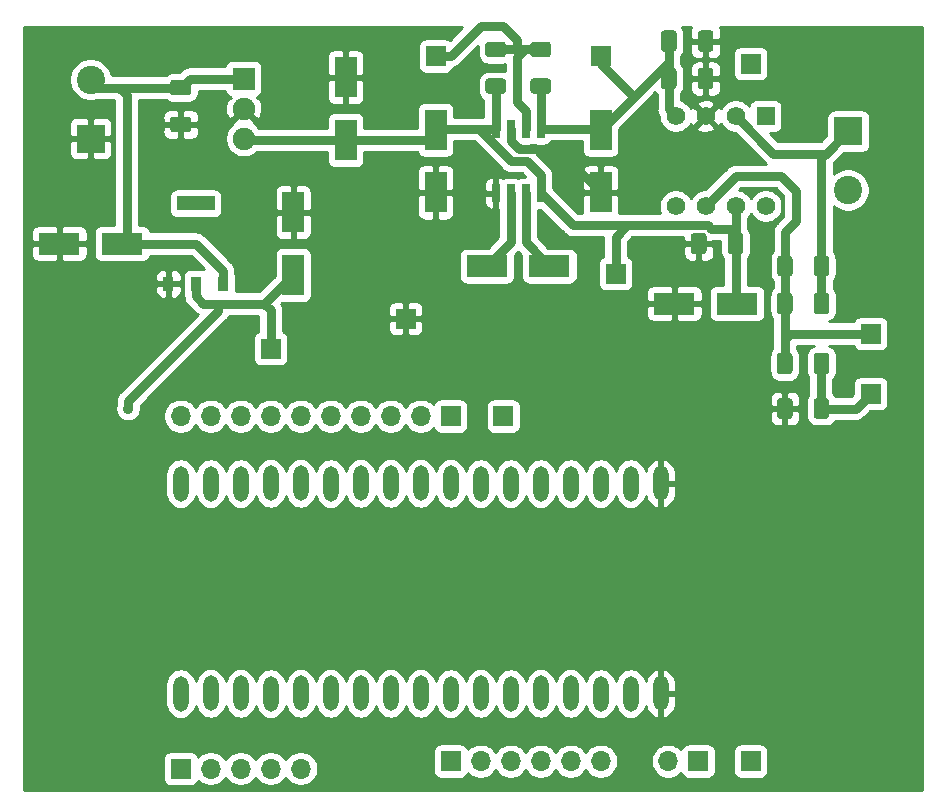
<source format=gbr>
G04 #@! TF.GenerationSoftware,KiCad,Pcbnew,(5.1.7)-1*
G04 #@! TF.CreationDate,2020-10-18T11:25:50+11:00*
G04 #@! TF.ProjectId,RX,52582e6b-6963-4616-945f-706362585858,rev?*
G04 #@! TF.SameCoordinates,Original*
G04 #@! TF.FileFunction,Copper,L1,Top*
G04 #@! TF.FilePolarity,Positive*
%FSLAX46Y46*%
G04 Gerber Fmt 4.6, Leading zero omitted, Abs format (unit mm)*
G04 Created by KiCad (PCBNEW (5.1.7)-1) date 2020-10-18 11:25:50*
%MOMM*%
%LPD*%
G01*
G04 APERTURE LIST*
G04 #@! TA.AperFunction,ComponentPad*
%ADD10R,2.400000X2.400000*%
G04 #@! TD*
G04 #@! TA.AperFunction,ComponentPad*
%ADD11C,2.400000*%
G04 #@! TD*
G04 #@! TA.AperFunction,ComponentPad*
%ADD12R,1.700000X1.700000*%
G04 #@! TD*
G04 #@! TA.AperFunction,ComponentPad*
%ADD13O,1.700000X1.700000*%
G04 #@! TD*
G04 #@! TA.AperFunction,ComponentPad*
%ADD14R,1.905000X1.905000*%
G04 #@! TD*
G04 #@! TA.AperFunction,ComponentPad*
%ADD15C,1.905000*%
G04 #@! TD*
G04 #@! TA.AperFunction,ComponentPad*
%ADD16O,1.300000X3.000000*%
G04 #@! TD*
G04 #@! TA.AperFunction,SMDPad,CuDef*
%ADD17R,3.500000X1.850000*%
G04 #@! TD*
G04 #@! TA.AperFunction,SMDPad,CuDef*
%ADD18R,1.850000X3.500000*%
G04 #@! TD*
G04 #@! TA.AperFunction,SMDPad,CuDef*
%ADD19R,0.950000X1.250000*%
G04 #@! TD*
G04 #@! TA.AperFunction,SMDPad,CuDef*
%ADD20R,3.200000X1.250000*%
G04 #@! TD*
G04 #@! TA.AperFunction,SMDPad,CuDef*
%ADD21R,0.650000X1.525000*%
G04 #@! TD*
G04 #@! TA.AperFunction,ComponentPad*
%ADD22C,1.575000*%
G04 #@! TD*
G04 #@! TA.AperFunction,ComponentPad*
%ADD23R,1.575000X1.575000*%
G04 #@! TD*
G04 #@! TA.AperFunction,ViaPad*
%ADD24C,0.900000*%
G04 #@! TD*
G04 #@! TA.AperFunction,Conductor*
%ADD25C,0.800000*%
G04 #@! TD*
G04 #@! TA.AperFunction,Conductor*
%ADD26C,0.254000*%
G04 #@! TD*
G04 #@! TA.AperFunction,Conductor*
%ADD27C,0.100000*%
G04 #@! TD*
G04 APERTURE END LIST*
D10*
X168275000Y-48895000D03*
D11*
X168275000Y-53895000D03*
D12*
X111760000Y-102870000D03*
D13*
X114300000Y-102870000D03*
X116840000Y-102870000D03*
X119380000Y-102870000D03*
X121920000Y-102870000D03*
D14*
X117094000Y-44450000D03*
D15*
X117094000Y-46990000D03*
X117094000Y-49530000D03*
D16*
X152400000Y-96512380D03*
X152400000Y-78732380D03*
X149860000Y-96520000D03*
X149860000Y-78740000D03*
X147320000Y-96520000D03*
X147320000Y-78740000D03*
X144780000Y-96512380D03*
X144780000Y-78740000D03*
X142240000Y-96512380D03*
X142240000Y-78740000D03*
X139700000Y-96520000D03*
X139700000Y-78740000D03*
X137160000Y-96512380D03*
X137160000Y-78740000D03*
X134620000Y-96520000D03*
X134620000Y-78732380D03*
X132080000Y-96512380D03*
X132080000Y-78732380D03*
X129540000Y-96512380D03*
X129540000Y-78732380D03*
X127000000Y-96512380D03*
X127000000Y-78732380D03*
X124460000Y-96512380D03*
X124460000Y-78740000D03*
X121920000Y-96512380D03*
X121920000Y-78732380D03*
X119380000Y-96520000D03*
X119380000Y-78732380D03*
X116840000Y-96512380D03*
X116840000Y-78740000D03*
X114300000Y-96512380D03*
X114300000Y-78740000D03*
X111760000Y-96520000D03*
X111760000Y-78740000D03*
D17*
X101490000Y-58420000D03*
X106790000Y-58420000D03*
D18*
X125730000Y-49640000D03*
X125730000Y-44340000D03*
X121285000Y-61070000D03*
X121285000Y-55770000D03*
D19*
X110730000Y-61820000D03*
X113030000Y-61820000D03*
X115330000Y-61820000D03*
D20*
X113030000Y-55020000D03*
D10*
X104140000Y-49530000D03*
D11*
X104140000Y-44530000D03*
D12*
X139065000Y-73025000D03*
X160020000Y-102235000D03*
X134620000Y-102235000D03*
D13*
X137160000Y-102235000D03*
X139700000Y-102235000D03*
X142240000Y-102235000D03*
X144780000Y-102235000D03*
X147320000Y-102235000D03*
D12*
X134620000Y-73025000D03*
D13*
X132080000Y-73025000D03*
X129540000Y-73025000D03*
X127000000Y-73025000D03*
X124460000Y-73025000D03*
X121920000Y-73025000D03*
X119380000Y-73025000D03*
X116840000Y-73025000D03*
X114300000Y-73025000D03*
X111760000Y-73025000D03*
D12*
X155575000Y-102235000D03*
D13*
X153035000Y-102235000D03*
D12*
X170180000Y-71120000D03*
X130810000Y-64770000D03*
X170180000Y-66040000D03*
X148590000Y-60960000D03*
X147320000Y-42545000D03*
G04 #@! TA.AperFunction,SMDPad,CuDef*
G36*
G01*
X112410001Y-45872500D02*
X111109999Y-45872500D01*
G75*
G02*
X110860000Y-45622501I0J249999D01*
G01*
X110860000Y-44797499D01*
G75*
G02*
X111109999Y-44547500I249999J0D01*
G01*
X112410001Y-44547500D01*
G75*
G02*
X112660000Y-44797499I0J-249999D01*
G01*
X112660000Y-45622501D01*
G75*
G02*
X112410001Y-45872500I-249999J0D01*
G01*
G37*
G04 #@! TD.AperFunction*
G04 #@! TA.AperFunction,SMDPad,CuDef*
G36*
G01*
X112410001Y-48997500D02*
X111109999Y-48997500D01*
G75*
G02*
X110860000Y-48747501I0J249999D01*
G01*
X110860000Y-47922499D01*
G75*
G02*
X111109999Y-47672500I249999J0D01*
G01*
X112410001Y-47672500D01*
G75*
G02*
X112660000Y-47922499I0J-249999D01*
G01*
X112660000Y-48747501D01*
G75*
G02*
X112410001Y-48997500I-249999J0D01*
G01*
G37*
G04 #@! TD.AperFunction*
G04 #@! TA.AperFunction,SMDPad,CuDef*
G36*
G01*
X159412500Y-57769999D02*
X159412500Y-59070001D01*
G75*
G02*
X159162501Y-59320000I-249999J0D01*
G01*
X158337499Y-59320000D01*
G75*
G02*
X158087500Y-59070001I0J249999D01*
G01*
X158087500Y-57769999D01*
G75*
G02*
X158337499Y-57520000I249999J0D01*
G01*
X159162501Y-57520000D01*
G75*
G02*
X159412500Y-57769999I0J-249999D01*
G01*
G37*
G04 #@! TD.AperFunction*
G04 #@! TA.AperFunction,SMDPad,CuDef*
G36*
G01*
X156287500Y-57769999D02*
X156287500Y-59070001D01*
G75*
G02*
X156037501Y-59320000I-249999J0D01*
G01*
X155212499Y-59320000D01*
G75*
G02*
X154962500Y-59070001I0J249999D01*
G01*
X154962500Y-57769999D01*
G75*
G02*
X155212499Y-57520000I249999J0D01*
G01*
X156037501Y-57520000D01*
G75*
G02*
X156287500Y-57769999I0J-249999D01*
G01*
G37*
G04 #@! TD.AperFunction*
G04 #@! TA.AperFunction,SMDPad,CuDef*
G36*
G01*
X153747500Y-43799999D02*
X153747500Y-45100001D01*
G75*
G02*
X153497501Y-45350000I-249999J0D01*
G01*
X152672499Y-45350000D01*
G75*
G02*
X152422500Y-45100001I0J249999D01*
G01*
X152422500Y-43799999D01*
G75*
G02*
X152672499Y-43550000I249999J0D01*
G01*
X153497501Y-43550000D01*
G75*
G02*
X153747500Y-43799999I0J-249999D01*
G01*
G37*
G04 #@! TD.AperFunction*
G04 #@! TA.AperFunction,SMDPad,CuDef*
G36*
G01*
X156872500Y-43799999D02*
X156872500Y-45100001D01*
G75*
G02*
X156622501Y-45350000I-249999J0D01*
G01*
X155797499Y-45350000D01*
G75*
G02*
X155547500Y-45100001I0J249999D01*
G01*
X155547500Y-43799999D01*
G75*
G02*
X155797499Y-43550000I249999J0D01*
G01*
X156622501Y-43550000D01*
G75*
G02*
X156872500Y-43799999I0J-249999D01*
G01*
G37*
G04 #@! TD.AperFunction*
G04 #@! TA.AperFunction,SMDPad,CuDef*
G36*
G01*
X139055000Y-42635000D02*
X137805000Y-42635000D01*
G75*
G02*
X137555000Y-42385000I0J250000D01*
G01*
X137555000Y-41585000D01*
G75*
G02*
X137805000Y-41335000I250000J0D01*
G01*
X139055000Y-41335000D01*
G75*
G02*
X139305000Y-41585000I0J-250000D01*
G01*
X139305000Y-42385000D01*
G75*
G02*
X139055000Y-42635000I-250000J0D01*
G01*
G37*
G04 #@! TD.AperFunction*
G04 #@! TA.AperFunction,SMDPad,CuDef*
G36*
G01*
X139055000Y-45735000D02*
X137805000Y-45735000D01*
G75*
G02*
X137555000Y-45485000I0J250000D01*
G01*
X137555000Y-44685000D01*
G75*
G02*
X137805000Y-44435000I250000J0D01*
G01*
X139055000Y-44435000D01*
G75*
G02*
X139305000Y-44685000I0J-250000D01*
G01*
X139305000Y-45485000D01*
G75*
G02*
X139055000Y-45735000I-250000J0D01*
G01*
G37*
G04 #@! TD.AperFunction*
G04 #@! TA.AperFunction,SMDPad,CuDef*
G36*
G01*
X141615000Y-41335000D02*
X142865000Y-41335000D01*
G75*
G02*
X143115000Y-41585000I0J-250000D01*
G01*
X143115000Y-42385000D01*
G75*
G02*
X142865000Y-42635000I-250000J0D01*
G01*
X141615000Y-42635000D01*
G75*
G02*
X141365000Y-42385000I0J250000D01*
G01*
X141365000Y-41585000D01*
G75*
G02*
X141615000Y-41335000I250000J0D01*
G01*
G37*
G04 #@! TD.AperFunction*
G04 #@! TA.AperFunction,SMDPad,CuDef*
G36*
G01*
X141615000Y-44435000D02*
X142865000Y-44435000D01*
G75*
G02*
X143115000Y-44685000I0J-250000D01*
G01*
X143115000Y-45485000D01*
G75*
G02*
X142865000Y-45735000I-250000J0D01*
G01*
X141615000Y-45735000D01*
G75*
G02*
X141365000Y-45485000I0J250000D01*
G01*
X141365000Y-44685000D01*
G75*
G02*
X141615000Y-44435000I250000J0D01*
G01*
G37*
G04 #@! TD.AperFunction*
D18*
X133350000Y-54085000D03*
X133350000Y-48785000D03*
D17*
X158860000Y-63500000D03*
X153560000Y-63500000D03*
G04 #@! TA.AperFunction,SMDPad,CuDef*
G36*
G01*
X156872500Y-40624999D02*
X156872500Y-41925001D01*
G75*
G02*
X156622501Y-42175000I-249999J0D01*
G01*
X155797499Y-42175000D01*
G75*
G02*
X155547500Y-41925001I0J249999D01*
G01*
X155547500Y-40624999D01*
G75*
G02*
X155797499Y-40375000I249999J0D01*
G01*
X156622501Y-40375000D01*
G75*
G02*
X156872500Y-40624999I0J-249999D01*
G01*
G37*
G04 #@! TD.AperFunction*
G04 #@! TA.AperFunction,SMDPad,CuDef*
G36*
G01*
X153747500Y-40624999D02*
X153747500Y-41925001D01*
G75*
G02*
X153497501Y-42175000I-249999J0D01*
G01*
X152672499Y-42175000D01*
G75*
G02*
X152422500Y-41925001I0J249999D01*
G01*
X152422500Y-40624999D01*
G75*
G02*
X152672499Y-40375000I249999J0D01*
G01*
X153497501Y-40375000D01*
G75*
G02*
X153747500Y-40624999I0J-249999D01*
G01*
G37*
G04 #@! TD.AperFunction*
X137685000Y-60325000D03*
X142985000Y-60325000D03*
D18*
X147320000Y-48785000D03*
X147320000Y-54085000D03*
D12*
X119380000Y-67310000D03*
G04 #@! TA.AperFunction,SMDPad,CuDef*
G36*
G01*
X163565000Y-62849999D02*
X163565000Y-64150001D01*
G75*
G02*
X163315001Y-64400000I-249999J0D01*
G01*
X162489999Y-64400000D01*
G75*
G02*
X162240000Y-64150001I0J249999D01*
G01*
X162240000Y-62849999D01*
G75*
G02*
X162489999Y-62600000I249999J0D01*
G01*
X163315001Y-62600000D01*
G75*
G02*
X163565000Y-62849999I0J-249999D01*
G01*
G37*
G04 #@! TD.AperFunction*
G04 #@! TA.AperFunction,SMDPad,CuDef*
G36*
G01*
X166690000Y-62849999D02*
X166690000Y-64150001D01*
G75*
G02*
X166440001Y-64400000I-249999J0D01*
G01*
X165614999Y-64400000D01*
G75*
G02*
X165365000Y-64150001I0J249999D01*
G01*
X165365000Y-62849999D01*
G75*
G02*
X165614999Y-62600000I249999J0D01*
G01*
X166440001Y-62600000D01*
G75*
G02*
X166690000Y-62849999I0J-249999D01*
G01*
G37*
G04 #@! TD.AperFunction*
G04 #@! TA.AperFunction,SMDPad,CuDef*
G36*
G01*
X166690000Y-67929999D02*
X166690000Y-69230001D01*
G75*
G02*
X166440001Y-69480000I-249999J0D01*
G01*
X165614999Y-69480000D01*
G75*
G02*
X165365000Y-69230001I0J249999D01*
G01*
X165365000Y-67929999D01*
G75*
G02*
X165614999Y-67680000I249999J0D01*
G01*
X166440001Y-67680000D01*
G75*
G02*
X166690000Y-67929999I0J-249999D01*
G01*
G37*
G04 #@! TD.AperFunction*
G04 #@! TA.AperFunction,SMDPad,CuDef*
G36*
G01*
X163565000Y-67929999D02*
X163565000Y-69230001D01*
G75*
G02*
X163315001Y-69480000I-249999J0D01*
G01*
X162489999Y-69480000D01*
G75*
G02*
X162240000Y-69230001I0J249999D01*
G01*
X162240000Y-67929999D01*
G75*
G02*
X162489999Y-67680000I249999J0D01*
G01*
X163315001Y-67680000D01*
G75*
G02*
X163565000Y-67929999I0J-249999D01*
G01*
G37*
G04 #@! TD.AperFunction*
X133350000Y-42545000D03*
D21*
X138430000Y-54147000D03*
X139700000Y-54147000D03*
X140970000Y-54147000D03*
X142240000Y-54147000D03*
X142240000Y-48723000D03*
X140970000Y-48723000D03*
X139700000Y-48723000D03*
X138430000Y-48723000D03*
D22*
X161290000Y-55245000D03*
X158750000Y-55245000D03*
X156210000Y-55245000D03*
X153670000Y-55245000D03*
X153670000Y-47625000D03*
X156210000Y-47625000D03*
X158750000Y-47625000D03*
D23*
X161290000Y-47625000D03*
D12*
X160020000Y-43180000D03*
G04 #@! TA.AperFunction,SMDPad,CuDef*
G36*
G01*
X166665000Y-59700000D02*
X166665000Y-60950000D01*
G75*
G02*
X166415000Y-61200000I-250000J0D01*
G01*
X165615000Y-61200000D01*
G75*
G02*
X165365000Y-60950000I0J250000D01*
G01*
X165365000Y-59700000D01*
G75*
G02*
X165615000Y-59450000I250000J0D01*
G01*
X166415000Y-59450000D01*
G75*
G02*
X166665000Y-59700000I0J-250000D01*
G01*
G37*
G04 #@! TD.AperFunction*
G04 #@! TA.AperFunction,SMDPad,CuDef*
G36*
G01*
X163565000Y-59700000D02*
X163565000Y-60950000D01*
G75*
G02*
X163315000Y-61200000I-250000J0D01*
G01*
X162515000Y-61200000D01*
G75*
G02*
X162265000Y-60950000I0J250000D01*
G01*
X162265000Y-59700000D01*
G75*
G02*
X162515000Y-59450000I250000J0D01*
G01*
X163315000Y-59450000D01*
G75*
G02*
X163565000Y-59700000I0J-250000D01*
G01*
G37*
G04 #@! TD.AperFunction*
G04 #@! TA.AperFunction,SMDPad,CuDef*
G36*
G01*
X163565000Y-71765000D02*
X163565000Y-73015000D01*
G75*
G02*
X163315000Y-73265000I-250000J0D01*
G01*
X162515000Y-73265000D01*
G75*
G02*
X162265000Y-73015000I0J250000D01*
G01*
X162265000Y-71765000D01*
G75*
G02*
X162515000Y-71515000I250000J0D01*
G01*
X163315000Y-71515000D01*
G75*
G02*
X163565000Y-71765000I0J-250000D01*
G01*
G37*
G04 #@! TD.AperFunction*
G04 #@! TA.AperFunction,SMDPad,CuDef*
G36*
G01*
X166665000Y-71765000D02*
X166665000Y-73015000D01*
G75*
G02*
X166415000Y-73265000I-250000J0D01*
G01*
X165615000Y-73265000D01*
G75*
G02*
X165365000Y-73015000I0J250000D01*
G01*
X165365000Y-71765000D01*
G75*
G02*
X165615000Y-71515000I250000J0D01*
G01*
X166415000Y-71515000D01*
G75*
G02*
X166665000Y-71765000I0J-250000D01*
G01*
G37*
G04 #@! TD.AperFunction*
D24*
X107315000Y-72390000D03*
D25*
X143619990Y-50384990D02*
X147320000Y-54085000D01*
X140374488Y-50384990D02*
X143619990Y-50384990D01*
X139700000Y-49710502D02*
X140374488Y-50384990D01*
X139700000Y-48723000D02*
X139700000Y-49710502D01*
X115330000Y-60720000D02*
X115330000Y-61820000D01*
X116554000Y-44990000D02*
X117094000Y-44450000D01*
X111560000Y-45085000D02*
X111760000Y-45285000D01*
X112520000Y-44450000D02*
X111760000Y-45210000D01*
X117094000Y-44450000D02*
X112520000Y-44450000D01*
X104820000Y-45210000D02*
X104140000Y-44530000D01*
X113030000Y-58420000D02*
X106790000Y-58420000D01*
X115330000Y-60720000D02*
X113030000Y-58420000D01*
X107190000Y-58020000D02*
X106790000Y-58420000D01*
X111760000Y-45210000D02*
X107190000Y-45210000D01*
X106555000Y-45210000D02*
X107190000Y-45845000D01*
X107190000Y-45845000D02*
X107190000Y-58020000D01*
X107190000Y-45210000D02*
X106170000Y-45210000D01*
X106170000Y-45210000D02*
X106555000Y-45210000D01*
X106170000Y-45210000D02*
X104820000Y-45210000D01*
X113030000Y-61820000D02*
X113030000Y-62865000D01*
X113030000Y-62865000D02*
X113665000Y-63500000D01*
X114300000Y-63500000D02*
X113665000Y-63500000D01*
X121285000Y-61070000D02*
X118855000Y-63500000D01*
X118855000Y-63500000D02*
X114935000Y-63500000D01*
X114935000Y-63500000D02*
X114300000Y-63500000D01*
X119380000Y-64025000D02*
X118855000Y-63500000D01*
X119380000Y-67310000D02*
X119380000Y-64025000D01*
X107315000Y-71755000D02*
X107315000Y-72390000D01*
X114935000Y-64135000D02*
X107315000Y-71755000D01*
X114935000Y-63500000D02*
X114935000Y-64135000D01*
X162915000Y-63487500D02*
X162902500Y-63500000D01*
X162915000Y-60325000D02*
X162915000Y-63487500D01*
X162915000Y-60325000D02*
X162915000Y-57430000D01*
X162915000Y-57430000D02*
X163830000Y-56515000D01*
X163830000Y-56515000D02*
X163830000Y-55657498D01*
X156210000Y-55245000D02*
X158750000Y-52705000D01*
X162560000Y-52705000D02*
X163830000Y-53975000D01*
X158750000Y-52705000D02*
X162560000Y-52705000D01*
X163830000Y-55657498D02*
X163830000Y-53975000D01*
X162902500Y-63500000D02*
X162902500Y-65697500D01*
X163360000Y-66040000D02*
X162902500Y-66497500D01*
X170180000Y-66040000D02*
X163360000Y-66040000D01*
X162902500Y-66497500D02*
X162902500Y-68580000D01*
X162902500Y-65697500D02*
X162902500Y-66497500D01*
X167640000Y-49530000D02*
X168275000Y-48895000D01*
X166015000Y-63487500D02*
X166027500Y-63500000D01*
X166015000Y-60325000D02*
X166015000Y-63487500D01*
X166015000Y-60325000D02*
X166015000Y-51155000D01*
X161925000Y-50800000D02*
X166370000Y-50800000D01*
X158750000Y-47625000D02*
X161925000Y-50800000D01*
X166370000Y-50800000D02*
X168275000Y-48895000D01*
X166015000Y-51155000D02*
X166370000Y-50800000D01*
X165952500Y-72390000D02*
X165952500Y-68580000D01*
X168910000Y-72390000D02*
X170180000Y-71120000D01*
X166015000Y-72390000D02*
X168910000Y-72390000D01*
X137160000Y-78010000D02*
X137160000Y-78740000D01*
X139700000Y-78740000D02*
X139700000Y-77890000D01*
X125620000Y-49530000D02*
X125730000Y-49640000D01*
X125730000Y-49530000D02*
X125730000Y-49640000D01*
X138430000Y-48723000D02*
X138430000Y-45085000D01*
X133412000Y-48723000D02*
X133350000Y-48785000D01*
X132495000Y-49640000D02*
X133350000Y-48785000D01*
X125730000Y-49640000D02*
X132495000Y-49640000D01*
X136988000Y-48723000D02*
X139700000Y-51435000D01*
X138430000Y-48723000D02*
X136988000Y-48723000D01*
X136988000Y-48723000D02*
X133412000Y-48723000D01*
X142240000Y-52584500D02*
X142240000Y-54147000D01*
X141090500Y-51435000D02*
X142240000Y-52584500D01*
X139700000Y-51435000D02*
X141090500Y-51435000D01*
X117204000Y-49640000D02*
X117094000Y-49530000D01*
X125730000Y-49640000D02*
X117204000Y-49640000D01*
X158750000Y-63390000D02*
X158860000Y-63500000D01*
X158750000Y-58420000D02*
X158750000Y-63390000D01*
X144962990Y-56869990D02*
X142240000Y-54147000D01*
X156690310Y-57150000D02*
X156410300Y-56869990D01*
X158750000Y-57150000D02*
X156690310Y-57150000D01*
X158750000Y-55245000D02*
X158750000Y-57150000D01*
X158750000Y-57150000D02*
X158750000Y-58420000D01*
X148590000Y-57859980D02*
X149579990Y-56869990D01*
X148590000Y-60960000D02*
X148590000Y-57859980D01*
X149579990Y-56869990D02*
X144962990Y-56869990D01*
X156410300Y-56869990D02*
X149579990Y-56869990D01*
X142240000Y-45085000D02*
X142240000Y-48723000D01*
X147258000Y-48723000D02*
X147320000Y-48785000D01*
X142240000Y-48723000D02*
X147258000Y-48723000D01*
X153085000Y-41275000D02*
X153085000Y-44450000D01*
X153085000Y-47040000D02*
X153670000Y-47625000D01*
X153085000Y-44450000D02*
X153085000Y-47040000D01*
X153085000Y-41275000D02*
X153085000Y-43020000D01*
X147320000Y-43180000D02*
X150122500Y-45982500D01*
X147320000Y-42545000D02*
X147320000Y-43180000D01*
X150122500Y-45982500D02*
X147320000Y-48785000D01*
X153085000Y-43020000D02*
X150122500Y-45982500D01*
X140260000Y-46450500D02*
X140970000Y-47160500D01*
X140970000Y-47160500D02*
X140970000Y-48723000D01*
X138430000Y-41985000D02*
X140260000Y-41985000D01*
X140895000Y-41985000D02*
X140260000Y-42620000D01*
X140260000Y-42620000D02*
X140260000Y-46450500D01*
X141045000Y-41985000D02*
X140895000Y-41985000D01*
X140260000Y-41985000D02*
X141045000Y-41985000D01*
X141045000Y-41985000D02*
X142240000Y-41985000D01*
X133350000Y-42545000D02*
X134620000Y-42545000D01*
X134620000Y-42545000D02*
X137160000Y-40005000D01*
X137160000Y-40005000D02*
X139065000Y-40005000D01*
X140260000Y-41200000D02*
X140260000Y-41985000D01*
X139065000Y-40005000D02*
X140260000Y-41200000D01*
X139700000Y-58310000D02*
X139700000Y-54147000D01*
X137685000Y-60325000D02*
X139700000Y-58310000D01*
X140970000Y-58310000D02*
X140970000Y-54147000D01*
X142985000Y-60325000D02*
X140970000Y-58310000D01*
D26*
X134542981Y-41158309D02*
X134444180Y-41105498D01*
X134324482Y-41069188D01*
X134200000Y-41056928D01*
X132500000Y-41056928D01*
X132375518Y-41069188D01*
X132255820Y-41105498D01*
X132145506Y-41164463D01*
X132048815Y-41243815D01*
X131969463Y-41340506D01*
X131910498Y-41450820D01*
X131874188Y-41570518D01*
X131861928Y-41695000D01*
X131861928Y-43395000D01*
X131874188Y-43519482D01*
X131910498Y-43639180D01*
X131969463Y-43749494D01*
X132048815Y-43846185D01*
X132145506Y-43925537D01*
X132255820Y-43984502D01*
X132375518Y-44020812D01*
X132500000Y-44033072D01*
X134200000Y-44033072D01*
X134324482Y-44020812D01*
X134444180Y-43984502D01*
X134554494Y-43925537D01*
X134651185Y-43846185D01*
X134730537Y-43749494D01*
X134789502Y-43639180D01*
X134811661Y-43566130D01*
X134822895Y-43565024D01*
X135017993Y-43505841D01*
X135197797Y-43409734D01*
X135355396Y-43280396D01*
X135387807Y-43240903D01*
X136916928Y-41711783D01*
X136916928Y-42385000D01*
X136933992Y-42558254D01*
X136984528Y-42724850D01*
X137066595Y-42878386D01*
X137177038Y-43012962D01*
X137311614Y-43123405D01*
X137465150Y-43205472D01*
X137631746Y-43256008D01*
X137805000Y-43273072D01*
X139055000Y-43273072D01*
X139225000Y-43256328D01*
X139225000Y-43813672D01*
X139055000Y-43796928D01*
X137805000Y-43796928D01*
X137631746Y-43813992D01*
X137465150Y-43864528D01*
X137311614Y-43946595D01*
X137177038Y-44057038D01*
X137066595Y-44191614D01*
X136984528Y-44345150D01*
X136933992Y-44511746D01*
X136916928Y-44685000D01*
X136916928Y-45485000D01*
X136933992Y-45658254D01*
X136984528Y-45824850D01*
X137066595Y-45978386D01*
X137177038Y-46112962D01*
X137311614Y-46223405D01*
X137395001Y-46267976D01*
X137395000Y-47688000D01*
X137038828Y-47688000D01*
X136988000Y-47682994D01*
X136937172Y-47688000D01*
X134913072Y-47688000D01*
X134913072Y-47035000D01*
X134900812Y-46910518D01*
X134864502Y-46790820D01*
X134805537Y-46680506D01*
X134726185Y-46583815D01*
X134629494Y-46504463D01*
X134519180Y-46445498D01*
X134399482Y-46409188D01*
X134275000Y-46396928D01*
X132425000Y-46396928D01*
X132300518Y-46409188D01*
X132180820Y-46445498D01*
X132070506Y-46504463D01*
X131973815Y-46583815D01*
X131894463Y-46680506D01*
X131835498Y-46790820D01*
X131799188Y-46910518D01*
X131786928Y-47035000D01*
X131786928Y-48605000D01*
X127293072Y-48605000D01*
X127293072Y-47890000D01*
X127280812Y-47765518D01*
X127244502Y-47645820D01*
X127185537Y-47535506D01*
X127106185Y-47438815D01*
X127009494Y-47359463D01*
X126899180Y-47300498D01*
X126779482Y-47264188D01*
X126655000Y-47251928D01*
X124805000Y-47251928D01*
X124680518Y-47264188D01*
X124560820Y-47300498D01*
X124450506Y-47359463D01*
X124353815Y-47438815D01*
X124274463Y-47535506D01*
X124215498Y-47645820D01*
X124179188Y-47765518D01*
X124166928Y-47890000D01*
X124166928Y-48605000D01*
X118385205Y-48605000D01*
X118327092Y-48518028D01*
X118105972Y-48296908D01*
X117975039Y-48209422D01*
X118015930Y-48091535D01*
X117094000Y-47169605D01*
X116172070Y-48091535D01*
X116212961Y-48209422D01*
X116082028Y-48296908D01*
X115860908Y-48518028D01*
X115687176Y-48778037D01*
X115567507Y-49066943D01*
X115506500Y-49373645D01*
X115506500Y-49686355D01*
X115567507Y-49993057D01*
X115687176Y-50281963D01*
X115860908Y-50541972D01*
X116082028Y-50763092D01*
X116342037Y-50936824D01*
X116630943Y-51056493D01*
X116937645Y-51117500D01*
X117250355Y-51117500D01*
X117557057Y-51056493D01*
X117845963Y-50936824D01*
X118105972Y-50763092D01*
X118194064Y-50675000D01*
X124166928Y-50675000D01*
X124166928Y-51390000D01*
X124179188Y-51514482D01*
X124215498Y-51634180D01*
X124274463Y-51744494D01*
X124353815Y-51841185D01*
X124450506Y-51920537D01*
X124560820Y-51979502D01*
X124680518Y-52015812D01*
X124805000Y-52028072D01*
X126655000Y-52028072D01*
X126779482Y-52015812D01*
X126899180Y-51979502D01*
X127009494Y-51920537D01*
X127106185Y-51841185D01*
X127185537Y-51744494D01*
X127244502Y-51634180D01*
X127280812Y-51514482D01*
X127293072Y-51390000D01*
X127293072Y-50675000D01*
X131803895Y-50675000D01*
X131835498Y-50779180D01*
X131894463Y-50889494D01*
X131973815Y-50986185D01*
X132070506Y-51065537D01*
X132180820Y-51124502D01*
X132300518Y-51160812D01*
X132425000Y-51173072D01*
X134275000Y-51173072D01*
X134399482Y-51160812D01*
X134519180Y-51124502D01*
X134629494Y-51065537D01*
X134726185Y-50986185D01*
X134805537Y-50889494D01*
X134864502Y-50779180D01*
X134900812Y-50659482D01*
X134913072Y-50535000D01*
X134913072Y-49758000D01*
X136559290Y-49758000D01*
X138932196Y-52130907D01*
X138964604Y-52170396D01*
X139004092Y-52202803D01*
X139122202Y-52299734D01*
X139188181Y-52335000D01*
X139302007Y-52395841D01*
X139497105Y-52455024D01*
X139649162Y-52470000D01*
X139649171Y-52470000D01*
X139699999Y-52475006D01*
X139750827Y-52470000D01*
X140661790Y-52470000D01*
X140938217Y-52746428D01*
X140645000Y-52746428D01*
X140520518Y-52758688D01*
X140400820Y-52794998D01*
X140335000Y-52830180D01*
X140269180Y-52794998D01*
X140149482Y-52758688D01*
X140025000Y-52746428D01*
X139375000Y-52746428D01*
X139250518Y-52758688D01*
X139130820Y-52794998D01*
X139065000Y-52830180D01*
X138999180Y-52794998D01*
X138879482Y-52758688D01*
X138755000Y-52746428D01*
X138715750Y-52749500D01*
X138557000Y-52908250D01*
X138557000Y-54020000D01*
X138577000Y-54020000D01*
X138577000Y-54274000D01*
X138557000Y-54274000D01*
X138557000Y-55385750D01*
X138665001Y-55493751D01*
X138665000Y-57881289D01*
X137784362Y-58761928D01*
X135935000Y-58761928D01*
X135810518Y-58774188D01*
X135690820Y-58810498D01*
X135580506Y-58869463D01*
X135483815Y-58948815D01*
X135404463Y-59045506D01*
X135345498Y-59155820D01*
X135309188Y-59275518D01*
X135296928Y-59400000D01*
X135296928Y-61250000D01*
X135309188Y-61374482D01*
X135345498Y-61494180D01*
X135404463Y-61604494D01*
X135483815Y-61701185D01*
X135580506Y-61780537D01*
X135690820Y-61839502D01*
X135810518Y-61875812D01*
X135935000Y-61888072D01*
X139435000Y-61888072D01*
X139559482Y-61875812D01*
X139679180Y-61839502D01*
X139789494Y-61780537D01*
X139886185Y-61701185D01*
X139965537Y-61604494D01*
X140024502Y-61494180D01*
X140060812Y-61374482D01*
X140073072Y-61250000D01*
X140073072Y-59400639D01*
X140335000Y-59138711D01*
X140596928Y-59400638D01*
X140596928Y-61250000D01*
X140609188Y-61374482D01*
X140645498Y-61494180D01*
X140704463Y-61604494D01*
X140783815Y-61701185D01*
X140880506Y-61780537D01*
X140990820Y-61839502D01*
X141110518Y-61875812D01*
X141235000Y-61888072D01*
X144735000Y-61888072D01*
X144859482Y-61875812D01*
X144979180Y-61839502D01*
X145089494Y-61780537D01*
X145186185Y-61701185D01*
X145265537Y-61604494D01*
X145324502Y-61494180D01*
X145360812Y-61374482D01*
X145373072Y-61250000D01*
X145373072Y-59400000D01*
X145360812Y-59275518D01*
X145324502Y-59155820D01*
X145265537Y-59045506D01*
X145186185Y-58948815D01*
X145089494Y-58869463D01*
X144979180Y-58810498D01*
X144859482Y-58774188D01*
X144735000Y-58761928D01*
X142885639Y-58761928D01*
X142005000Y-57881290D01*
X142005000Y-55547572D01*
X142176862Y-55547572D01*
X144195186Y-57565897D01*
X144227594Y-57605386D01*
X144267082Y-57637793D01*
X144385192Y-57734724D01*
X144440301Y-57764180D01*
X144564997Y-57830831D01*
X144760095Y-57890014D01*
X144912152Y-57904990D01*
X144912161Y-57904990D01*
X144962989Y-57909996D01*
X145013817Y-57904990D01*
X147554427Y-57904990D01*
X147555001Y-57910818D01*
X147555000Y-59502546D01*
X147495820Y-59520498D01*
X147385506Y-59579463D01*
X147288815Y-59658815D01*
X147209463Y-59755506D01*
X147150498Y-59865820D01*
X147114188Y-59985518D01*
X147101928Y-60110000D01*
X147101928Y-61810000D01*
X147114188Y-61934482D01*
X147150498Y-62054180D01*
X147209463Y-62164494D01*
X147288815Y-62261185D01*
X147385506Y-62340537D01*
X147495820Y-62399502D01*
X147615518Y-62435812D01*
X147740000Y-62448072D01*
X149440000Y-62448072D01*
X149564482Y-62435812D01*
X149684180Y-62399502D01*
X149794494Y-62340537D01*
X149891185Y-62261185D01*
X149970537Y-62164494D01*
X150029502Y-62054180D01*
X150065812Y-61934482D01*
X150078072Y-61810000D01*
X150078072Y-60110000D01*
X150065812Y-59985518D01*
X150029502Y-59865820D01*
X149970537Y-59755506D01*
X149891185Y-59658815D01*
X149794494Y-59579463D01*
X149684180Y-59520498D01*
X149625000Y-59502546D01*
X149625000Y-59320000D01*
X154324428Y-59320000D01*
X154336688Y-59444482D01*
X154372998Y-59564180D01*
X154431963Y-59674494D01*
X154511315Y-59771185D01*
X154608006Y-59850537D01*
X154718320Y-59909502D01*
X154838018Y-59945812D01*
X154962500Y-59958072D01*
X155339250Y-59955000D01*
X155498000Y-59796250D01*
X155498000Y-58547000D01*
X155752000Y-58547000D01*
X155752000Y-59796250D01*
X155910750Y-59955000D01*
X156287500Y-59958072D01*
X156411982Y-59945812D01*
X156531680Y-59909502D01*
X156641994Y-59850537D01*
X156738685Y-59771185D01*
X156818037Y-59674494D01*
X156877002Y-59564180D01*
X156913312Y-59444482D01*
X156925572Y-59320000D01*
X156922500Y-58705750D01*
X156763750Y-58547000D01*
X155752000Y-58547000D01*
X155498000Y-58547000D01*
X154486250Y-58547000D01*
X154327500Y-58705750D01*
X154324428Y-59320000D01*
X149625000Y-59320000D01*
X149625000Y-58288690D01*
X150008701Y-57904990D01*
X154326353Y-57904990D01*
X154327500Y-58134250D01*
X154486250Y-58293000D01*
X155498000Y-58293000D01*
X155498000Y-58273000D01*
X155752000Y-58273000D01*
X155752000Y-58293000D01*
X156763750Y-58293000D01*
X156871750Y-58185000D01*
X157449428Y-58185000D01*
X157449428Y-59070001D01*
X157466492Y-59243255D01*
X157517028Y-59409851D01*
X157599095Y-59563387D01*
X157709538Y-59697962D01*
X157715000Y-59702445D01*
X157715001Y-61936928D01*
X157110000Y-61936928D01*
X156985518Y-61949188D01*
X156865820Y-61985498D01*
X156755506Y-62044463D01*
X156658815Y-62123815D01*
X156579463Y-62220506D01*
X156520498Y-62330820D01*
X156484188Y-62450518D01*
X156471928Y-62575000D01*
X156471928Y-64425000D01*
X156484188Y-64549482D01*
X156520498Y-64669180D01*
X156579463Y-64779494D01*
X156658815Y-64876185D01*
X156755506Y-64955537D01*
X156865820Y-65014502D01*
X156985518Y-65050812D01*
X157110000Y-65063072D01*
X160610000Y-65063072D01*
X160734482Y-65050812D01*
X160854180Y-65014502D01*
X160964494Y-64955537D01*
X161061185Y-64876185D01*
X161140537Y-64779494D01*
X161199502Y-64669180D01*
X161235812Y-64549482D01*
X161248072Y-64425000D01*
X161248072Y-62575000D01*
X161235812Y-62450518D01*
X161199502Y-62330820D01*
X161140537Y-62220506D01*
X161061185Y-62123815D01*
X160964494Y-62044463D01*
X160854180Y-61985498D01*
X160734482Y-61949188D01*
X160610000Y-61936928D01*
X159785000Y-61936928D01*
X159785000Y-59702445D01*
X159790462Y-59697962D01*
X159900905Y-59563387D01*
X159982972Y-59409851D01*
X160033508Y-59243255D01*
X160050572Y-59070001D01*
X160050572Y-57769999D01*
X160033508Y-57596745D01*
X159982972Y-57430149D01*
X159900905Y-57276613D01*
X159790462Y-57142038D01*
X159789114Y-57140932D01*
X159785000Y-57099162D01*
X159785000Y-56221719D01*
X159854928Y-56151791D01*
X160010603Y-55918806D01*
X160020000Y-55896120D01*
X160029397Y-55918806D01*
X160185072Y-56151791D01*
X160383209Y-56349928D01*
X160616194Y-56505603D01*
X160875072Y-56612834D01*
X161149896Y-56667500D01*
X161430104Y-56667500D01*
X161704928Y-56612834D01*
X161963806Y-56505603D01*
X162196791Y-56349928D01*
X162394928Y-56151791D01*
X162550603Y-55918806D01*
X162657834Y-55659928D01*
X162712500Y-55385104D01*
X162712500Y-55104896D01*
X162657834Y-54830072D01*
X162550603Y-54571194D01*
X162394928Y-54338209D01*
X162196791Y-54140072D01*
X161963806Y-53984397D01*
X161704928Y-53877166D01*
X161430104Y-53822500D01*
X161149896Y-53822500D01*
X160875072Y-53877166D01*
X160616194Y-53984397D01*
X160383209Y-54140072D01*
X160185072Y-54338209D01*
X160029397Y-54571194D01*
X160020000Y-54593880D01*
X160010603Y-54571194D01*
X159854928Y-54338209D01*
X159656791Y-54140072D01*
X159423806Y-53984397D01*
X159164928Y-53877166D01*
X159062015Y-53856695D01*
X159178711Y-53740000D01*
X162131290Y-53740000D01*
X162795001Y-54403711D01*
X162795000Y-55606659D01*
X162795000Y-56086289D01*
X162219092Y-56662198D01*
X162179605Y-56694604D01*
X162147198Y-56734092D01*
X162147197Y-56734093D01*
X162050266Y-56852203D01*
X161954160Y-57032007D01*
X161894977Y-57227105D01*
X161874994Y-57430000D01*
X161880001Y-57480838D01*
X161880000Y-59080613D01*
X161776595Y-59206614D01*
X161694528Y-59360150D01*
X161643992Y-59526746D01*
X161626928Y-59700000D01*
X161626928Y-60950000D01*
X161643992Y-61123254D01*
X161694528Y-61289850D01*
X161776595Y-61443386D01*
X161880000Y-61569387D01*
X161880001Y-62207296D01*
X161862038Y-62222038D01*
X161751595Y-62356613D01*
X161669528Y-62510149D01*
X161618992Y-62676745D01*
X161601928Y-62849999D01*
X161601928Y-64150001D01*
X161618992Y-64323255D01*
X161669528Y-64489851D01*
X161751595Y-64643387D01*
X161862038Y-64777962D01*
X161867501Y-64782445D01*
X161867501Y-65646653D01*
X161867500Y-65646663D01*
X161867500Y-66446672D01*
X161862494Y-66497500D01*
X161867500Y-66548328D01*
X161867500Y-67297555D01*
X161862038Y-67302038D01*
X161751595Y-67436613D01*
X161669528Y-67590149D01*
X161618992Y-67756745D01*
X161601928Y-67929999D01*
X161601928Y-69230001D01*
X161618992Y-69403255D01*
X161669528Y-69569851D01*
X161751595Y-69723387D01*
X161862038Y-69857962D01*
X161996613Y-69968405D01*
X162150149Y-70050472D01*
X162316745Y-70101008D01*
X162489999Y-70118072D01*
X163315001Y-70118072D01*
X163488255Y-70101008D01*
X163654851Y-70050472D01*
X163808387Y-69968405D01*
X163942962Y-69857962D01*
X164053405Y-69723387D01*
X164135472Y-69569851D01*
X164186008Y-69403255D01*
X164203072Y-69230001D01*
X164203072Y-67929999D01*
X164186008Y-67756745D01*
X164135472Y-67590149D01*
X164053405Y-67436613D01*
X163942962Y-67302038D01*
X163937500Y-67297555D01*
X163937500Y-67075000D01*
X165388973Y-67075000D01*
X165275149Y-67109528D01*
X165121613Y-67191595D01*
X164987038Y-67302038D01*
X164876595Y-67436613D01*
X164794528Y-67590149D01*
X164743992Y-67756745D01*
X164726928Y-67929999D01*
X164726928Y-69230001D01*
X164743992Y-69403255D01*
X164794528Y-69569851D01*
X164876595Y-69723387D01*
X164917501Y-69773231D01*
X164917500Y-71221770D01*
X164876595Y-71271614D01*
X164794528Y-71425150D01*
X164743992Y-71591746D01*
X164726928Y-71765000D01*
X164726928Y-73015000D01*
X164743992Y-73188254D01*
X164794528Y-73354850D01*
X164876595Y-73508386D01*
X164987038Y-73642962D01*
X165121614Y-73753405D01*
X165275150Y-73835472D01*
X165441746Y-73886008D01*
X165615000Y-73903072D01*
X166415000Y-73903072D01*
X166588254Y-73886008D01*
X166754850Y-73835472D01*
X166908386Y-73753405D01*
X167042962Y-73642962D01*
X167153405Y-73508386D01*
X167197976Y-73425000D01*
X168859172Y-73425000D01*
X168910000Y-73430006D01*
X168960828Y-73425000D01*
X168960838Y-73425000D01*
X169112895Y-73410024D01*
X169307993Y-73350841D01*
X169487797Y-73254734D01*
X169645396Y-73125396D01*
X169677807Y-73085903D01*
X170155638Y-72608072D01*
X171030000Y-72608072D01*
X171154482Y-72595812D01*
X171274180Y-72559502D01*
X171384494Y-72500537D01*
X171481185Y-72421185D01*
X171560537Y-72324494D01*
X171619502Y-72214180D01*
X171655812Y-72094482D01*
X171668072Y-71970000D01*
X171668072Y-70270000D01*
X171655812Y-70145518D01*
X171619502Y-70025820D01*
X171560537Y-69915506D01*
X171481185Y-69818815D01*
X171384494Y-69739463D01*
X171274180Y-69680498D01*
X171154482Y-69644188D01*
X171030000Y-69631928D01*
X169330000Y-69631928D01*
X169205518Y-69644188D01*
X169085820Y-69680498D01*
X168975506Y-69739463D01*
X168878815Y-69818815D01*
X168799463Y-69915506D01*
X168740498Y-70025820D01*
X168704188Y-70145518D01*
X168691928Y-70270000D01*
X168691928Y-71144362D01*
X168481290Y-71355000D01*
X167197976Y-71355000D01*
X167153405Y-71271614D01*
X167042962Y-71137038D01*
X166987500Y-71091522D01*
X166987500Y-69923996D01*
X167067962Y-69857962D01*
X167178405Y-69723387D01*
X167260472Y-69569851D01*
X167311008Y-69403255D01*
X167328072Y-69230001D01*
X167328072Y-67929999D01*
X167311008Y-67756745D01*
X167260472Y-67590149D01*
X167178405Y-67436613D01*
X167067962Y-67302038D01*
X166933387Y-67191595D01*
X166779851Y-67109528D01*
X166666027Y-67075000D01*
X168722546Y-67075000D01*
X168740498Y-67134180D01*
X168799463Y-67244494D01*
X168878815Y-67341185D01*
X168975506Y-67420537D01*
X169085820Y-67479502D01*
X169205518Y-67515812D01*
X169330000Y-67528072D01*
X171030000Y-67528072D01*
X171154482Y-67515812D01*
X171274180Y-67479502D01*
X171384494Y-67420537D01*
X171481185Y-67341185D01*
X171560537Y-67244494D01*
X171619502Y-67134180D01*
X171655812Y-67014482D01*
X171668072Y-66890000D01*
X171668072Y-65190000D01*
X171655812Y-65065518D01*
X171619502Y-64945820D01*
X171560537Y-64835506D01*
X171481185Y-64738815D01*
X171384494Y-64659463D01*
X171274180Y-64600498D01*
X171154482Y-64564188D01*
X171030000Y-64551928D01*
X169330000Y-64551928D01*
X169205518Y-64564188D01*
X169085820Y-64600498D01*
X168975506Y-64659463D01*
X168878815Y-64738815D01*
X168799463Y-64835506D01*
X168740498Y-64945820D01*
X168722546Y-65005000D01*
X166666027Y-65005000D01*
X166779851Y-64970472D01*
X166933387Y-64888405D01*
X167067962Y-64777962D01*
X167178405Y-64643387D01*
X167260472Y-64489851D01*
X167311008Y-64323255D01*
X167328072Y-64150001D01*
X167328072Y-62849999D01*
X167311008Y-62676745D01*
X167260472Y-62510149D01*
X167178405Y-62356613D01*
X167067962Y-62222038D01*
X167050000Y-62207297D01*
X167050000Y-61569386D01*
X167153405Y-61443386D01*
X167235472Y-61289850D01*
X167286008Y-61123254D01*
X167303072Y-60950000D01*
X167303072Y-59700000D01*
X167286008Y-59526746D01*
X167235472Y-59360150D01*
X167153405Y-59206614D01*
X167050000Y-59080614D01*
X167050000Y-55265082D01*
X167105256Y-55320338D01*
X167405801Y-55521156D01*
X167739750Y-55659482D01*
X168094268Y-55730000D01*
X168455732Y-55730000D01*
X168810250Y-55659482D01*
X169144199Y-55521156D01*
X169444744Y-55320338D01*
X169700338Y-55064744D01*
X169901156Y-54764199D01*
X170039482Y-54430250D01*
X170110000Y-54075732D01*
X170110000Y-53714268D01*
X170039482Y-53359750D01*
X169901156Y-53025801D01*
X169700338Y-52725256D01*
X169444744Y-52469662D01*
X169144199Y-52268844D01*
X168810250Y-52130518D01*
X168455732Y-52060000D01*
X168094268Y-52060000D01*
X167739750Y-52130518D01*
X167405801Y-52268844D01*
X167105256Y-52469662D01*
X167050000Y-52524918D01*
X167050000Y-51583710D01*
X167065903Y-51567807D01*
X167105396Y-51535396D01*
X167137807Y-51495903D01*
X167900638Y-50733072D01*
X169475000Y-50733072D01*
X169599482Y-50720812D01*
X169719180Y-50684502D01*
X169829494Y-50625537D01*
X169926185Y-50546185D01*
X170005537Y-50449494D01*
X170064502Y-50339180D01*
X170100812Y-50219482D01*
X170113072Y-50095000D01*
X170113072Y-47695000D01*
X170100812Y-47570518D01*
X170064502Y-47450820D01*
X170005537Y-47340506D01*
X169926185Y-47243815D01*
X169829494Y-47164463D01*
X169719180Y-47105498D01*
X169599482Y-47069188D01*
X169475000Y-47056928D01*
X167075000Y-47056928D01*
X166950518Y-47069188D01*
X166830820Y-47105498D01*
X166720506Y-47164463D01*
X166623815Y-47243815D01*
X166544463Y-47340506D01*
X166485498Y-47450820D01*
X166449188Y-47570518D01*
X166436928Y-47695000D01*
X166436928Y-49269362D01*
X165941290Y-49765000D01*
X162353711Y-49765000D01*
X161639283Y-49050572D01*
X162077500Y-49050572D01*
X162201982Y-49038312D01*
X162321680Y-49002002D01*
X162431994Y-48943037D01*
X162528685Y-48863685D01*
X162608037Y-48766994D01*
X162667002Y-48656680D01*
X162703312Y-48536982D01*
X162715572Y-48412500D01*
X162715572Y-46837500D01*
X162703312Y-46713018D01*
X162667002Y-46593320D01*
X162608037Y-46483006D01*
X162528685Y-46386315D01*
X162431994Y-46306963D01*
X162321680Y-46247998D01*
X162201982Y-46211688D01*
X162077500Y-46199428D01*
X160502500Y-46199428D01*
X160378018Y-46211688D01*
X160258320Y-46247998D01*
X160148006Y-46306963D01*
X160051315Y-46386315D01*
X159971963Y-46483006D01*
X159912998Y-46593320D01*
X159876688Y-46713018D01*
X159873447Y-46745925D01*
X159854928Y-46718209D01*
X159656791Y-46520072D01*
X159423806Y-46364397D01*
X159164928Y-46257166D01*
X158890104Y-46202500D01*
X158609896Y-46202500D01*
X158335072Y-46257166D01*
X158076194Y-46364397D01*
X157843209Y-46520072D01*
X157645072Y-46718209D01*
X157489397Y-46951194D01*
X157480360Y-46973010D01*
X157436470Y-46890898D01*
X157193776Y-46820829D01*
X156389605Y-47625000D01*
X157193776Y-48429171D01*
X157436470Y-48359102D01*
X157477970Y-48271219D01*
X157489397Y-48298806D01*
X157645072Y-48531791D01*
X157843209Y-48729928D01*
X158076194Y-48885603D01*
X158335072Y-48992834D01*
X158609896Y-49047500D01*
X158708790Y-49047500D01*
X161157196Y-51495907D01*
X161189604Y-51535396D01*
X161229092Y-51567803D01*
X161347202Y-51664734D01*
X161357054Y-51670000D01*
X158800827Y-51670000D01*
X158749999Y-51664994D01*
X158699171Y-51670000D01*
X158699162Y-51670000D01*
X158547105Y-51684976D01*
X158352007Y-51744159D01*
X158268309Y-51788896D01*
X158172202Y-51840266D01*
X158111119Y-51890396D01*
X158014604Y-51969604D01*
X157982197Y-52009092D01*
X156168790Y-53822500D01*
X156069896Y-53822500D01*
X155795072Y-53877166D01*
X155536194Y-53984397D01*
X155303209Y-54140072D01*
X155105072Y-54338209D01*
X154949397Y-54571194D01*
X154940000Y-54593880D01*
X154930603Y-54571194D01*
X154774928Y-54338209D01*
X154576791Y-54140072D01*
X154343806Y-53984397D01*
X154084928Y-53877166D01*
X153810104Y-53822500D01*
X153529896Y-53822500D01*
X153255072Y-53877166D01*
X152996194Y-53984397D01*
X152763209Y-54140072D01*
X152565072Y-54338209D01*
X152409397Y-54571194D01*
X152302166Y-54830072D01*
X152247500Y-55104896D01*
X152247500Y-55385104D01*
X152302166Y-55659928D01*
X152374679Y-55834990D01*
X149630817Y-55834990D01*
X149579989Y-55829984D01*
X149529161Y-55834990D01*
X148883072Y-55834990D01*
X148880000Y-54370750D01*
X148721250Y-54212000D01*
X147447000Y-54212000D01*
X147447000Y-54232000D01*
X147193000Y-54232000D01*
X147193000Y-54212000D01*
X145918750Y-54212000D01*
X145760000Y-54370750D01*
X145756928Y-55834990D01*
X145391701Y-55834990D01*
X143275000Y-53718290D01*
X143275000Y-52635327D01*
X143280006Y-52584499D01*
X143275000Y-52533671D01*
X143275000Y-52533662D01*
X143260024Y-52381605D01*
X143245887Y-52335000D01*
X145756928Y-52335000D01*
X145760000Y-53799250D01*
X145918750Y-53958000D01*
X147193000Y-53958000D01*
X147193000Y-51858750D01*
X147447000Y-51858750D01*
X147447000Y-53958000D01*
X148721250Y-53958000D01*
X148880000Y-53799250D01*
X148883072Y-52335000D01*
X148870812Y-52210518D01*
X148834502Y-52090820D01*
X148775537Y-51980506D01*
X148696185Y-51883815D01*
X148599494Y-51804463D01*
X148489180Y-51745498D01*
X148369482Y-51709188D01*
X148245000Y-51696928D01*
X147605750Y-51700000D01*
X147447000Y-51858750D01*
X147193000Y-51858750D01*
X147034250Y-51700000D01*
X146395000Y-51696928D01*
X146270518Y-51709188D01*
X146150820Y-51745498D01*
X146040506Y-51804463D01*
X145943815Y-51883815D01*
X145864463Y-51980506D01*
X145805498Y-52090820D01*
X145769188Y-52210518D01*
X145756928Y-52335000D01*
X143245887Y-52335000D01*
X143200841Y-52186507D01*
X143104734Y-52006703D01*
X142975396Y-51849104D01*
X142935908Y-51816697D01*
X141858307Y-50739097D01*
X141825896Y-50699604D01*
X141668297Y-50570266D01*
X141488493Y-50474159D01*
X141293395Y-50414976D01*
X141141338Y-50400000D01*
X141141328Y-50400000D01*
X141090500Y-50394994D01*
X141039672Y-50400000D01*
X140128711Y-50400000D01*
X139827002Y-50098291D01*
X139827002Y-49961752D01*
X139985750Y-50120500D01*
X140025000Y-50123572D01*
X140149482Y-50111312D01*
X140269180Y-50075002D01*
X140335000Y-50039820D01*
X140400820Y-50075002D01*
X140520518Y-50111312D01*
X140645000Y-50123572D01*
X141295000Y-50123572D01*
X141419482Y-50111312D01*
X141539180Y-50075002D01*
X141605000Y-50039820D01*
X141670820Y-50075002D01*
X141790518Y-50111312D01*
X141915000Y-50123572D01*
X142565000Y-50123572D01*
X142689482Y-50111312D01*
X142809180Y-50075002D01*
X142919494Y-50016037D01*
X143016185Y-49936685D01*
X143095537Y-49839994D01*
X143139364Y-49758000D01*
X145756928Y-49758000D01*
X145756928Y-50535000D01*
X145769188Y-50659482D01*
X145805498Y-50779180D01*
X145864463Y-50889494D01*
X145943815Y-50986185D01*
X146040506Y-51065537D01*
X146150820Y-51124502D01*
X146270518Y-51160812D01*
X146395000Y-51173072D01*
X148245000Y-51173072D01*
X148369482Y-51160812D01*
X148489180Y-51124502D01*
X148599494Y-51065537D01*
X148696185Y-50986185D01*
X148775537Y-50889494D01*
X148834502Y-50779180D01*
X148870812Y-50659482D01*
X148883072Y-50535000D01*
X148883072Y-48685638D01*
X150818408Y-46750303D01*
X150857896Y-46717896D01*
X150890307Y-46678403D01*
X151952679Y-45616031D01*
X152044538Y-45727962D01*
X152050000Y-45732445D01*
X152050001Y-46989162D01*
X152044994Y-47040000D01*
X152064977Y-47242895D01*
X152124160Y-47437993D01*
X152220266Y-47617797D01*
X152247500Y-47650982D01*
X152247500Y-47765104D01*
X152302166Y-48039928D01*
X152409397Y-48298806D01*
X152565072Y-48531791D01*
X152763209Y-48729928D01*
X152996194Y-48885603D01*
X153255072Y-48992834D01*
X153529896Y-49047500D01*
X153810104Y-49047500D01*
X154084928Y-48992834D01*
X154343806Y-48885603D01*
X154576791Y-48729928D01*
X154697943Y-48608776D01*
X155405829Y-48608776D01*
X155475898Y-48851470D01*
X155729276Y-48971121D01*
X156001128Y-49039040D01*
X156281008Y-49052619D01*
X156558157Y-49011334D01*
X156821928Y-48916774D01*
X156944102Y-48851470D01*
X157014171Y-48608776D01*
X156210000Y-47804605D01*
X155405829Y-48608776D01*
X154697943Y-48608776D01*
X154774928Y-48531791D01*
X154930603Y-48298806D01*
X154939640Y-48276990D01*
X154983530Y-48359102D01*
X155226224Y-48429171D01*
X156030395Y-47625000D01*
X155226224Y-46820829D01*
X154983530Y-46890898D01*
X154942030Y-46978781D01*
X154930603Y-46951194D01*
X154774928Y-46718209D01*
X154697943Y-46641224D01*
X155405829Y-46641224D01*
X156210000Y-47445395D01*
X157014171Y-46641224D01*
X156944102Y-46398530D01*
X156690724Y-46278879D01*
X156418872Y-46210960D01*
X156138992Y-46197381D01*
X155861843Y-46238666D01*
X155598072Y-46333226D01*
X155475898Y-46398530D01*
X155405829Y-46641224D01*
X154697943Y-46641224D01*
X154576791Y-46520072D01*
X154343806Y-46364397D01*
X154120000Y-46271693D01*
X154120000Y-45732445D01*
X154125462Y-45727962D01*
X154235905Y-45593387D01*
X154317972Y-45439851D01*
X154345227Y-45350000D01*
X154909428Y-45350000D01*
X154921688Y-45474482D01*
X154957998Y-45594180D01*
X155016963Y-45704494D01*
X155096315Y-45801185D01*
X155193006Y-45880537D01*
X155303320Y-45939502D01*
X155423018Y-45975812D01*
X155547500Y-45988072D01*
X155924250Y-45985000D01*
X156083000Y-45826250D01*
X156083000Y-44577000D01*
X156337000Y-44577000D01*
X156337000Y-45826250D01*
X156495750Y-45985000D01*
X156872500Y-45988072D01*
X156996982Y-45975812D01*
X157116680Y-45939502D01*
X157226994Y-45880537D01*
X157323685Y-45801185D01*
X157403037Y-45704494D01*
X157462002Y-45594180D01*
X157498312Y-45474482D01*
X157510572Y-45350000D01*
X157507500Y-44735750D01*
X157348750Y-44577000D01*
X156337000Y-44577000D01*
X156083000Y-44577000D01*
X155071250Y-44577000D01*
X154912500Y-44735750D01*
X154909428Y-45350000D01*
X154345227Y-45350000D01*
X154368508Y-45273255D01*
X154385572Y-45100001D01*
X154385572Y-43799999D01*
X154368508Y-43626745D01*
X154345228Y-43550000D01*
X154909428Y-43550000D01*
X154912500Y-44164250D01*
X155071250Y-44323000D01*
X156083000Y-44323000D01*
X156083000Y-43073750D01*
X156337000Y-43073750D01*
X156337000Y-44323000D01*
X157348750Y-44323000D01*
X157507500Y-44164250D01*
X157510572Y-43550000D01*
X157498312Y-43425518D01*
X157462002Y-43305820D01*
X157403037Y-43195506D01*
X157323685Y-43098815D01*
X157226994Y-43019463D01*
X157116680Y-42960498D01*
X156996982Y-42924188D01*
X156872500Y-42911928D01*
X156495750Y-42915000D01*
X156337000Y-43073750D01*
X156083000Y-43073750D01*
X155924250Y-42915000D01*
X155547500Y-42911928D01*
X155423018Y-42924188D01*
X155303320Y-42960498D01*
X155193006Y-43019463D01*
X155096315Y-43098815D01*
X155016963Y-43195506D01*
X154957998Y-43305820D01*
X154921688Y-43425518D01*
X154909428Y-43550000D01*
X154345228Y-43550000D01*
X154317972Y-43460149D01*
X154235905Y-43306613D01*
X154125462Y-43172038D01*
X154120000Y-43167555D01*
X154120000Y-43070835D01*
X154125007Y-43020000D01*
X154120000Y-42969165D01*
X154120000Y-42557445D01*
X154125462Y-42552962D01*
X154235905Y-42418387D01*
X154317972Y-42264851D01*
X154345227Y-42175000D01*
X154909428Y-42175000D01*
X154921688Y-42299482D01*
X154957998Y-42419180D01*
X155016963Y-42529494D01*
X155096315Y-42626185D01*
X155193006Y-42705537D01*
X155303320Y-42764502D01*
X155423018Y-42800812D01*
X155547500Y-42813072D01*
X155924250Y-42810000D01*
X156083000Y-42651250D01*
X156083000Y-41402000D01*
X156337000Y-41402000D01*
X156337000Y-42651250D01*
X156495750Y-42810000D01*
X156872500Y-42813072D01*
X156996982Y-42800812D01*
X157116680Y-42764502D01*
X157226994Y-42705537D01*
X157323685Y-42626185D01*
X157403037Y-42529494D01*
X157462002Y-42419180D01*
X157489054Y-42330000D01*
X158531928Y-42330000D01*
X158531928Y-44030000D01*
X158544188Y-44154482D01*
X158580498Y-44274180D01*
X158639463Y-44384494D01*
X158718815Y-44481185D01*
X158815506Y-44560537D01*
X158925820Y-44619502D01*
X159045518Y-44655812D01*
X159170000Y-44668072D01*
X160870000Y-44668072D01*
X160994482Y-44655812D01*
X161114180Y-44619502D01*
X161224494Y-44560537D01*
X161321185Y-44481185D01*
X161400537Y-44384494D01*
X161459502Y-44274180D01*
X161495812Y-44154482D01*
X161508072Y-44030000D01*
X161508072Y-42330000D01*
X161495812Y-42205518D01*
X161459502Y-42085820D01*
X161400537Y-41975506D01*
X161321185Y-41878815D01*
X161224494Y-41799463D01*
X161114180Y-41740498D01*
X160994482Y-41704188D01*
X160870000Y-41691928D01*
X159170000Y-41691928D01*
X159045518Y-41704188D01*
X158925820Y-41740498D01*
X158815506Y-41799463D01*
X158718815Y-41878815D01*
X158639463Y-41975506D01*
X158580498Y-42085820D01*
X158544188Y-42205518D01*
X158531928Y-42330000D01*
X157489054Y-42330000D01*
X157498312Y-42299482D01*
X157510572Y-42175000D01*
X157507500Y-41560750D01*
X157348750Y-41402000D01*
X156337000Y-41402000D01*
X156083000Y-41402000D01*
X155071250Y-41402000D01*
X154912500Y-41560750D01*
X154909428Y-42175000D01*
X154345227Y-42175000D01*
X154368508Y-42098255D01*
X154385572Y-41925001D01*
X154385572Y-40624999D01*
X154368508Y-40451745D01*
X154317972Y-40285149D01*
X154235905Y-40131613D01*
X154193547Y-40080000D01*
X154985162Y-40080000D01*
X154957998Y-40130820D01*
X154921688Y-40250518D01*
X154909428Y-40375000D01*
X154912500Y-40989250D01*
X155071250Y-41148000D01*
X156083000Y-41148000D01*
X156083000Y-41128000D01*
X156337000Y-41128000D01*
X156337000Y-41148000D01*
X157348750Y-41148000D01*
X157507500Y-40989250D01*
X157510572Y-40375000D01*
X157498312Y-40250518D01*
X157462002Y-40130820D01*
X157434838Y-40080000D01*
X174550000Y-40080000D01*
X174550001Y-104700000D01*
X98500000Y-104700000D01*
X98500000Y-102020000D01*
X110271928Y-102020000D01*
X110271928Y-103720000D01*
X110284188Y-103844482D01*
X110320498Y-103964180D01*
X110379463Y-104074494D01*
X110458815Y-104171185D01*
X110555506Y-104250537D01*
X110665820Y-104309502D01*
X110785518Y-104345812D01*
X110910000Y-104358072D01*
X112610000Y-104358072D01*
X112734482Y-104345812D01*
X112854180Y-104309502D01*
X112964494Y-104250537D01*
X113061185Y-104171185D01*
X113140537Y-104074494D01*
X113199502Y-103964180D01*
X113221513Y-103891620D01*
X113353368Y-104023475D01*
X113596589Y-104185990D01*
X113866842Y-104297932D01*
X114153740Y-104355000D01*
X114446260Y-104355000D01*
X114733158Y-104297932D01*
X115003411Y-104185990D01*
X115246632Y-104023475D01*
X115453475Y-103816632D01*
X115570000Y-103642240D01*
X115686525Y-103816632D01*
X115893368Y-104023475D01*
X116136589Y-104185990D01*
X116406842Y-104297932D01*
X116693740Y-104355000D01*
X116986260Y-104355000D01*
X117273158Y-104297932D01*
X117543411Y-104185990D01*
X117786632Y-104023475D01*
X117993475Y-103816632D01*
X118110000Y-103642240D01*
X118226525Y-103816632D01*
X118433368Y-104023475D01*
X118676589Y-104185990D01*
X118946842Y-104297932D01*
X119233740Y-104355000D01*
X119526260Y-104355000D01*
X119813158Y-104297932D01*
X120083411Y-104185990D01*
X120326632Y-104023475D01*
X120533475Y-103816632D01*
X120650000Y-103642240D01*
X120766525Y-103816632D01*
X120973368Y-104023475D01*
X121216589Y-104185990D01*
X121486842Y-104297932D01*
X121773740Y-104355000D01*
X122066260Y-104355000D01*
X122353158Y-104297932D01*
X122623411Y-104185990D01*
X122866632Y-104023475D01*
X123073475Y-103816632D01*
X123235990Y-103573411D01*
X123347932Y-103303158D01*
X123405000Y-103016260D01*
X123405000Y-102723740D01*
X123347932Y-102436842D01*
X123235990Y-102166589D01*
X123073475Y-101923368D01*
X122866632Y-101716525D01*
X122623411Y-101554010D01*
X122353158Y-101442068D01*
X122066260Y-101385000D01*
X133131928Y-101385000D01*
X133131928Y-103085000D01*
X133144188Y-103209482D01*
X133180498Y-103329180D01*
X133239463Y-103439494D01*
X133318815Y-103536185D01*
X133415506Y-103615537D01*
X133525820Y-103674502D01*
X133645518Y-103710812D01*
X133770000Y-103723072D01*
X135470000Y-103723072D01*
X135594482Y-103710812D01*
X135714180Y-103674502D01*
X135824494Y-103615537D01*
X135921185Y-103536185D01*
X136000537Y-103439494D01*
X136059502Y-103329180D01*
X136081513Y-103256620D01*
X136213368Y-103388475D01*
X136456589Y-103550990D01*
X136726842Y-103662932D01*
X137013740Y-103720000D01*
X137306260Y-103720000D01*
X137593158Y-103662932D01*
X137863411Y-103550990D01*
X138106632Y-103388475D01*
X138313475Y-103181632D01*
X138430000Y-103007240D01*
X138546525Y-103181632D01*
X138753368Y-103388475D01*
X138996589Y-103550990D01*
X139266842Y-103662932D01*
X139553740Y-103720000D01*
X139846260Y-103720000D01*
X140133158Y-103662932D01*
X140403411Y-103550990D01*
X140646632Y-103388475D01*
X140853475Y-103181632D01*
X140970000Y-103007240D01*
X141086525Y-103181632D01*
X141293368Y-103388475D01*
X141536589Y-103550990D01*
X141806842Y-103662932D01*
X142093740Y-103720000D01*
X142386260Y-103720000D01*
X142673158Y-103662932D01*
X142943411Y-103550990D01*
X143186632Y-103388475D01*
X143393475Y-103181632D01*
X143510000Y-103007240D01*
X143626525Y-103181632D01*
X143833368Y-103388475D01*
X144076589Y-103550990D01*
X144346842Y-103662932D01*
X144633740Y-103720000D01*
X144926260Y-103720000D01*
X145213158Y-103662932D01*
X145483411Y-103550990D01*
X145726632Y-103388475D01*
X145933475Y-103181632D01*
X146050000Y-103007240D01*
X146166525Y-103181632D01*
X146373368Y-103388475D01*
X146616589Y-103550990D01*
X146886842Y-103662932D01*
X147173740Y-103720000D01*
X147466260Y-103720000D01*
X147753158Y-103662932D01*
X148023411Y-103550990D01*
X148266632Y-103388475D01*
X148473475Y-103181632D01*
X148635990Y-102938411D01*
X148747932Y-102668158D01*
X148805000Y-102381260D01*
X148805000Y-102088740D01*
X151550000Y-102088740D01*
X151550000Y-102381260D01*
X151607068Y-102668158D01*
X151719010Y-102938411D01*
X151881525Y-103181632D01*
X152088368Y-103388475D01*
X152331589Y-103550990D01*
X152601842Y-103662932D01*
X152888740Y-103720000D01*
X153181260Y-103720000D01*
X153468158Y-103662932D01*
X153738411Y-103550990D01*
X153981632Y-103388475D01*
X154113487Y-103256620D01*
X154135498Y-103329180D01*
X154194463Y-103439494D01*
X154273815Y-103536185D01*
X154370506Y-103615537D01*
X154480820Y-103674502D01*
X154600518Y-103710812D01*
X154725000Y-103723072D01*
X156425000Y-103723072D01*
X156549482Y-103710812D01*
X156669180Y-103674502D01*
X156779494Y-103615537D01*
X156876185Y-103536185D01*
X156955537Y-103439494D01*
X157014502Y-103329180D01*
X157050812Y-103209482D01*
X157063072Y-103085000D01*
X157063072Y-101385000D01*
X158531928Y-101385000D01*
X158531928Y-103085000D01*
X158544188Y-103209482D01*
X158580498Y-103329180D01*
X158639463Y-103439494D01*
X158718815Y-103536185D01*
X158815506Y-103615537D01*
X158925820Y-103674502D01*
X159045518Y-103710812D01*
X159170000Y-103723072D01*
X160870000Y-103723072D01*
X160994482Y-103710812D01*
X161114180Y-103674502D01*
X161224494Y-103615537D01*
X161321185Y-103536185D01*
X161400537Y-103439494D01*
X161459502Y-103329180D01*
X161495812Y-103209482D01*
X161508072Y-103085000D01*
X161508072Y-101385000D01*
X161495812Y-101260518D01*
X161459502Y-101140820D01*
X161400537Y-101030506D01*
X161321185Y-100933815D01*
X161224494Y-100854463D01*
X161114180Y-100795498D01*
X160994482Y-100759188D01*
X160870000Y-100746928D01*
X159170000Y-100746928D01*
X159045518Y-100759188D01*
X158925820Y-100795498D01*
X158815506Y-100854463D01*
X158718815Y-100933815D01*
X158639463Y-101030506D01*
X158580498Y-101140820D01*
X158544188Y-101260518D01*
X158531928Y-101385000D01*
X157063072Y-101385000D01*
X157050812Y-101260518D01*
X157014502Y-101140820D01*
X156955537Y-101030506D01*
X156876185Y-100933815D01*
X156779494Y-100854463D01*
X156669180Y-100795498D01*
X156549482Y-100759188D01*
X156425000Y-100746928D01*
X154725000Y-100746928D01*
X154600518Y-100759188D01*
X154480820Y-100795498D01*
X154370506Y-100854463D01*
X154273815Y-100933815D01*
X154194463Y-101030506D01*
X154135498Y-101140820D01*
X154113487Y-101213380D01*
X153981632Y-101081525D01*
X153738411Y-100919010D01*
X153468158Y-100807068D01*
X153181260Y-100750000D01*
X152888740Y-100750000D01*
X152601842Y-100807068D01*
X152331589Y-100919010D01*
X152088368Y-101081525D01*
X151881525Y-101288368D01*
X151719010Y-101531589D01*
X151607068Y-101801842D01*
X151550000Y-102088740D01*
X148805000Y-102088740D01*
X148747932Y-101801842D01*
X148635990Y-101531589D01*
X148473475Y-101288368D01*
X148266632Y-101081525D01*
X148023411Y-100919010D01*
X147753158Y-100807068D01*
X147466260Y-100750000D01*
X147173740Y-100750000D01*
X146886842Y-100807068D01*
X146616589Y-100919010D01*
X146373368Y-101081525D01*
X146166525Y-101288368D01*
X146050000Y-101462760D01*
X145933475Y-101288368D01*
X145726632Y-101081525D01*
X145483411Y-100919010D01*
X145213158Y-100807068D01*
X144926260Y-100750000D01*
X144633740Y-100750000D01*
X144346842Y-100807068D01*
X144076589Y-100919010D01*
X143833368Y-101081525D01*
X143626525Y-101288368D01*
X143510000Y-101462760D01*
X143393475Y-101288368D01*
X143186632Y-101081525D01*
X142943411Y-100919010D01*
X142673158Y-100807068D01*
X142386260Y-100750000D01*
X142093740Y-100750000D01*
X141806842Y-100807068D01*
X141536589Y-100919010D01*
X141293368Y-101081525D01*
X141086525Y-101288368D01*
X140970000Y-101462760D01*
X140853475Y-101288368D01*
X140646632Y-101081525D01*
X140403411Y-100919010D01*
X140133158Y-100807068D01*
X139846260Y-100750000D01*
X139553740Y-100750000D01*
X139266842Y-100807068D01*
X138996589Y-100919010D01*
X138753368Y-101081525D01*
X138546525Y-101288368D01*
X138430000Y-101462760D01*
X138313475Y-101288368D01*
X138106632Y-101081525D01*
X137863411Y-100919010D01*
X137593158Y-100807068D01*
X137306260Y-100750000D01*
X137013740Y-100750000D01*
X136726842Y-100807068D01*
X136456589Y-100919010D01*
X136213368Y-101081525D01*
X136081513Y-101213380D01*
X136059502Y-101140820D01*
X136000537Y-101030506D01*
X135921185Y-100933815D01*
X135824494Y-100854463D01*
X135714180Y-100795498D01*
X135594482Y-100759188D01*
X135470000Y-100746928D01*
X133770000Y-100746928D01*
X133645518Y-100759188D01*
X133525820Y-100795498D01*
X133415506Y-100854463D01*
X133318815Y-100933815D01*
X133239463Y-101030506D01*
X133180498Y-101140820D01*
X133144188Y-101260518D01*
X133131928Y-101385000D01*
X122066260Y-101385000D01*
X121773740Y-101385000D01*
X121486842Y-101442068D01*
X121216589Y-101554010D01*
X120973368Y-101716525D01*
X120766525Y-101923368D01*
X120650000Y-102097760D01*
X120533475Y-101923368D01*
X120326632Y-101716525D01*
X120083411Y-101554010D01*
X119813158Y-101442068D01*
X119526260Y-101385000D01*
X119233740Y-101385000D01*
X118946842Y-101442068D01*
X118676589Y-101554010D01*
X118433368Y-101716525D01*
X118226525Y-101923368D01*
X118110000Y-102097760D01*
X117993475Y-101923368D01*
X117786632Y-101716525D01*
X117543411Y-101554010D01*
X117273158Y-101442068D01*
X116986260Y-101385000D01*
X116693740Y-101385000D01*
X116406842Y-101442068D01*
X116136589Y-101554010D01*
X115893368Y-101716525D01*
X115686525Y-101923368D01*
X115570000Y-102097760D01*
X115453475Y-101923368D01*
X115246632Y-101716525D01*
X115003411Y-101554010D01*
X114733158Y-101442068D01*
X114446260Y-101385000D01*
X114153740Y-101385000D01*
X113866842Y-101442068D01*
X113596589Y-101554010D01*
X113353368Y-101716525D01*
X113221513Y-101848380D01*
X113199502Y-101775820D01*
X113140537Y-101665506D01*
X113061185Y-101568815D01*
X112964494Y-101489463D01*
X112854180Y-101430498D01*
X112734482Y-101394188D01*
X112610000Y-101381928D01*
X110910000Y-101381928D01*
X110785518Y-101394188D01*
X110665820Y-101430498D01*
X110555506Y-101489463D01*
X110458815Y-101568815D01*
X110379463Y-101665506D01*
X110320498Y-101775820D01*
X110284188Y-101895518D01*
X110271928Y-102020000D01*
X98500000Y-102020000D01*
X98500000Y-95606878D01*
X110475000Y-95606878D01*
X110475000Y-97433123D01*
X110493594Y-97621904D01*
X110567072Y-97864127D01*
X110686393Y-98087362D01*
X110846973Y-98283028D01*
X111042639Y-98443608D01*
X111265874Y-98562929D01*
X111508097Y-98636407D01*
X111760000Y-98661217D01*
X112011904Y-98636407D01*
X112254127Y-98562929D01*
X112477362Y-98443608D01*
X112673028Y-98283028D01*
X112833608Y-98087362D01*
X112952929Y-97864127D01*
X113026407Y-97621904D01*
X113030376Y-97581609D01*
X113033594Y-97614284D01*
X113107072Y-97856507D01*
X113226393Y-98079742D01*
X113386973Y-98275408D01*
X113582639Y-98435988D01*
X113805874Y-98555309D01*
X114048097Y-98628787D01*
X114300000Y-98653597D01*
X114551904Y-98628787D01*
X114794127Y-98555309D01*
X115017362Y-98435988D01*
X115213028Y-98275408D01*
X115373608Y-98079742D01*
X115492929Y-97856507D01*
X115566407Y-97614284D01*
X115570000Y-97577799D01*
X115573594Y-97614284D01*
X115647072Y-97856507D01*
X115766393Y-98079742D01*
X115926973Y-98275408D01*
X116122639Y-98435988D01*
X116345874Y-98555309D01*
X116588097Y-98628787D01*
X116840000Y-98653597D01*
X117091904Y-98628787D01*
X117334127Y-98555309D01*
X117557362Y-98435988D01*
X117753028Y-98275408D01*
X117913608Y-98079742D01*
X118032929Y-97856507D01*
X118106407Y-97614284D01*
X118109625Y-97581609D01*
X118113594Y-97621904D01*
X118187072Y-97864127D01*
X118306393Y-98087362D01*
X118466973Y-98283028D01*
X118662639Y-98443608D01*
X118885874Y-98562929D01*
X119128097Y-98636407D01*
X119380000Y-98661217D01*
X119631904Y-98636407D01*
X119874127Y-98562929D01*
X120097362Y-98443608D01*
X120293028Y-98283028D01*
X120453608Y-98087362D01*
X120572929Y-97864127D01*
X120646407Y-97621904D01*
X120650376Y-97581609D01*
X120653594Y-97614284D01*
X120727072Y-97856507D01*
X120846393Y-98079742D01*
X121006973Y-98275408D01*
X121202639Y-98435988D01*
X121425874Y-98555309D01*
X121668097Y-98628787D01*
X121920000Y-98653597D01*
X122171904Y-98628787D01*
X122414127Y-98555309D01*
X122637362Y-98435988D01*
X122833028Y-98275408D01*
X122993608Y-98079742D01*
X123112929Y-97856507D01*
X123186407Y-97614284D01*
X123190000Y-97577799D01*
X123193594Y-97614284D01*
X123267072Y-97856507D01*
X123386393Y-98079742D01*
X123546973Y-98275408D01*
X123742639Y-98435988D01*
X123965874Y-98555309D01*
X124208097Y-98628787D01*
X124460000Y-98653597D01*
X124711904Y-98628787D01*
X124954127Y-98555309D01*
X125177362Y-98435988D01*
X125373028Y-98275408D01*
X125533608Y-98079742D01*
X125652929Y-97856507D01*
X125726407Y-97614284D01*
X125730000Y-97577799D01*
X125733594Y-97614284D01*
X125807072Y-97856507D01*
X125926393Y-98079742D01*
X126086973Y-98275408D01*
X126282639Y-98435988D01*
X126505874Y-98555309D01*
X126748097Y-98628787D01*
X127000000Y-98653597D01*
X127251904Y-98628787D01*
X127494127Y-98555309D01*
X127717362Y-98435988D01*
X127913028Y-98275408D01*
X128073608Y-98079742D01*
X128192929Y-97856507D01*
X128266407Y-97614284D01*
X128270000Y-97577799D01*
X128273594Y-97614284D01*
X128347072Y-97856507D01*
X128466393Y-98079742D01*
X128626973Y-98275408D01*
X128822639Y-98435988D01*
X129045874Y-98555309D01*
X129288097Y-98628787D01*
X129540000Y-98653597D01*
X129791904Y-98628787D01*
X130034127Y-98555309D01*
X130257362Y-98435988D01*
X130453028Y-98275408D01*
X130613608Y-98079742D01*
X130732929Y-97856507D01*
X130806407Y-97614284D01*
X130810000Y-97577799D01*
X130813594Y-97614284D01*
X130887072Y-97856507D01*
X131006393Y-98079742D01*
X131166973Y-98275408D01*
X131362639Y-98435988D01*
X131585874Y-98555309D01*
X131828097Y-98628787D01*
X132080000Y-98653597D01*
X132331904Y-98628787D01*
X132574127Y-98555309D01*
X132797362Y-98435988D01*
X132993028Y-98275408D01*
X133153608Y-98079742D01*
X133272929Y-97856507D01*
X133346407Y-97614284D01*
X133349625Y-97581609D01*
X133353594Y-97621904D01*
X133427072Y-97864127D01*
X133546393Y-98087362D01*
X133706973Y-98283028D01*
X133902639Y-98443608D01*
X134125874Y-98562929D01*
X134368097Y-98636407D01*
X134620000Y-98661217D01*
X134871904Y-98636407D01*
X135114127Y-98562929D01*
X135337362Y-98443608D01*
X135533028Y-98283028D01*
X135693608Y-98087362D01*
X135812929Y-97864127D01*
X135886407Y-97621904D01*
X135890376Y-97581609D01*
X135893594Y-97614284D01*
X135967072Y-97856507D01*
X136086393Y-98079742D01*
X136246973Y-98275408D01*
X136442639Y-98435988D01*
X136665874Y-98555309D01*
X136908097Y-98628787D01*
X137160000Y-98653597D01*
X137411904Y-98628787D01*
X137654127Y-98555309D01*
X137877362Y-98435988D01*
X138073028Y-98275408D01*
X138233608Y-98079742D01*
X138352929Y-97856507D01*
X138426407Y-97614284D01*
X138429625Y-97581609D01*
X138433594Y-97621904D01*
X138507072Y-97864127D01*
X138626393Y-98087362D01*
X138786973Y-98283028D01*
X138982639Y-98443608D01*
X139205874Y-98562929D01*
X139448097Y-98636407D01*
X139700000Y-98661217D01*
X139951904Y-98636407D01*
X140194127Y-98562929D01*
X140417362Y-98443608D01*
X140613028Y-98283028D01*
X140773608Y-98087362D01*
X140892929Y-97864127D01*
X140966407Y-97621904D01*
X140970376Y-97581609D01*
X140973594Y-97614284D01*
X141047072Y-97856507D01*
X141166393Y-98079742D01*
X141326973Y-98275408D01*
X141522639Y-98435988D01*
X141745874Y-98555309D01*
X141988097Y-98628787D01*
X142240000Y-98653597D01*
X142491904Y-98628787D01*
X142734127Y-98555309D01*
X142957362Y-98435988D01*
X143153028Y-98275408D01*
X143313608Y-98079742D01*
X143432929Y-97856507D01*
X143506407Y-97614284D01*
X143510000Y-97577799D01*
X143513594Y-97614284D01*
X143587072Y-97856507D01*
X143706393Y-98079742D01*
X143866973Y-98275408D01*
X144062639Y-98435988D01*
X144285874Y-98555309D01*
X144528097Y-98628787D01*
X144780000Y-98653597D01*
X145031904Y-98628787D01*
X145274127Y-98555309D01*
X145497362Y-98435988D01*
X145693028Y-98275408D01*
X145853608Y-98079742D01*
X145972929Y-97856507D01*
X146046407Y-97614284D01*
X146049625Y-97581609D01*
X146053594Y-97621904D01*
X146127072Y-97864127D01*
X146246393Y-98087362D01*
X146406973Y-98283028D01*
X146602639Y-98443608D01*
X146825874Y-98562929D01*
X147068097Y-98636407D01*
X147320000Y-98661217D01*
X147571904Y-98636407D01*
X147814127Y-98562929D01*
X148037362Y-98443608D01*
X148233028Y-98283028D01*
X148393608Y-98087362D01*
X148512929Y-97864127D01*
X148586407Y-97621904D01*
X148590000Y-97585419D01*
X148593594Y-97621904D01*
X148667072Y-97864127D01*
X148786393Y-98087362D01*
X148946973Y-98283028D01*
X149142639Y-98443608D01*
X149365874Y-98562929D01*
X149608097Y-98636407D01*
X149860000Y-98661217D01*
X150111904Y-98636407D01*
X150354127Y-98562929D01*
X150577362Y-98443608D01*
X150773028Y-98283028D01*
X150933608Y-98087362D01*
X151052929Y-97864127D01*
X151126407Y-97621904D01*
X151131369Y-97571526D01*
X151164467Y-97737631D01*
X151261415Y-97971461D01*
X151402118Y-98181885D01*
X151581170Y-98360816D01*
X151791689Y-98501377D01*
X152025585Y-98598167D01*
X152074529Y-98605479D01*
X152273000Y-98481447D01*
X152273000Y-96639380D01*
X152527000Y-96639380D01*
X152527000Y-98481447D01*
X152725471Y-98605479D01*
X152774415Y-98598167D01*
X153008311Y-98501377D01*
X153218830Y-98360816D01*
X153397882Y-98181885D01*
X153538585Y-97971461D01*
X153635533Y-97737631D01*
X153685000Y-97489380D01*
X153685000Y-96639380D01*
X152527000Y-96639380D01*
X152273000Y-96639380D01*
X152253000Y-96639380D01*
X152253000Y-96385380D01*
X152273000Y-96385380D01*
X152273000Y-94543313D01*
X152527000Y-94543313D01*
X152527000Y-96385380D01*
X153685000Y-96385380D01*
X153685000Y-95535380D01*
X153635533Y-95287129D01*
X153538585Y-95053299D01*
X153397882Y-94842875D01*
X153218830Y-94663944D01*
X153008311Y-94523383D01*
X152774415Y-94426593D01*
X152725471Y-94419281D01*
X152527000Y-94543313D01*
X152273000Y-94543313D01*
X152074529Y-94419281D01*
X152025585Y-94426593D01*
X151791689Y-94523383D01*
X151581170Y-94663944D01*
X151402118Y-94842875D01*
X151261415Y-95053299D01*
X151164467Y-95287129D01*
X151130364Y-95458275D01*
X151126407Y-95418096D01*
X151052929Y-95175873D01*
X150933608Y-94952638D01*
X150773028Y-94756972D01*
X150577361Y-94596392D01*
X150354126Y-94477071D01*
X150111903Y-94403593D01*
X149860000Y-94378783D01*
X149608096Y-94403593D01*
X149365873Y-94477071D01*
X149142638Y-94596392D01*
X148946972Y-94756972D01*
X148786392Y-94952639D01*
X148667071Y-95175874D01*
X148593593Y-95418097D01*
X148590000Y-95454577D01*
X148586407Y-95418096D01*
X148512929Y-95175873D01*
X148393608Y-94952638D01*
X148233028Y-94756972D01*
X148037361Y-94596392D01*
X147814126Y-94477071D01*
X147571903Y-94403593D01*
X147320000Y-94378783D01*
X147068096Y-94403593D01*
X146825873Y-94477071D01*
X146602638Y-94596392D01*
X146406972Y-94756972D01*
X146246392Y-94952639D01*
X146127071Y-95175874D01*
X146053593Y-95418097D01*
X146050375Y-95450767D01*
X146046407Y-95410476D01*
X145972929Y-95168253D01*
X145853608Y-94945018D01*
X145693028Y-94749352D01*
X145497361Y-94588772D01*
X145274126Y-94469451D01*
X145031903Y-94395973D01*
X144780000Y-94371163D01*
X144528096Y-94395973D01*
X144285873Y-94469451D01*
X144062638Y-94588772D01*
X143866972Y-94749352D01*
X143706392Y-94945019D01*
X143587071Y-95168254D01*
X143513593Y-95410477D01*
X143510000Y-95446957D01*
X143506407Y-95410476D01*
X143432929Y-95168253D01*
X143313608Y-94945018D01*
X143153028Y-94749352D01*
X142957361Y-94588772D01*
X142734126Y-94469451D01*
X142491903Y-94395973D01*
X142240000Y-94371163D01*
X141988096Y-94395973D01*
X141745873Y-94469451D01*
X141522638Y-94588772D01*
X141326972Y-94749352D01*
X141166392Y-94945019D01*
X141047071Y-95168254D01*
X140973593Y-95410477D01*
X140969625Y-95450767D01*
X140966407Y-95418096D01*
X140892929Y-95175873D01*
X140773608Y-94952638D01*
X140613028Y-94756972D01*
X140417361Y-94596392D01*
X140194126Y-94477071D01*
X139951903Y-94403593D01*
X139700000Y-94378783D01*
X139448096Y-94403593D01*
X139205873Y-94477071D01*
X138982638Y-94596392D01*
X138786972Y-94756972D01*
X138626392Y-94952639D01*
X138507071Y-95175874D01*
X138433593Y-95418097D01*
X138430375Y-95450767D01*
X138426407Y-95410476D01*
X138352929Y-95168253D01*
X138233608Y-94945018D01*
X138073028Y-94749352D01*
X137877361Y-94588772D01*
X137654126Y-94469451D01*
X137411903Y-94395973D01*
X137160000Y-94371163D01*
X136908096Y-94395973D01*
X136665873Y-94469451D01*
X136442638Y-94588772D01*
X136246972Y-94749352D01*
X136086392Y-94945019D01*
X135967071Y-95168254D01*
X135893593Y-95410477D01*
X135889625Y-95450767D01*
X135886407Y-95418096D01*
X135812929Y-95175873D01*
X135693608Y-94952638D01*
X135533028Y-94756972D01*
X135337361Y-94596392D01*
X135114126Y-94477071D01*
X134871903Y-94403593D01*
X134620000Y-94378783D01*
X134368096Y-94403593D01*
X134125873Y-94477071D01*
X133902638Y-94596392D01*
X133706972Y-94756972D01*
X133546392Y-94952639D01*
X133427071Y-95175874D01*
X133353593Y-95418097D01*
X133350375Y-95450767D01*
X133346407Y-95410476D01*
X133272929Y-95168253D01*
X133153608Y-94945018D01*
X132993028Y-94749352D01*
X132797361Y-94588772D01*
X132574126Y-94469451D01*
X132331903Y-94395973D01*
X132080000Y-94371163D01*
X131828096Y-94395973D01*
X131585873Y-94469451D01*
X131362638Y-94588772D01*
X131166972Y-94749352D01*
X131006392Y-94945019D01*
X130887071Y-95168254D01*
X130813593Y-95410477D01*
X130810000Y-95446957D01*
X130806407Y-95410476D01*
X130732929Y-95168253D01*
X130613608Y-94945018D01*
X130453028Y-94749352D01*
X130257361Y-94588772D01*
X130034126Y-94469451D01*
X129791903Y-94395973D01*
X129540000Y-94371163D01*
X129288096Y-94395973D01*
X129045873Y-94469451D01*
X128822638Y-94588772D01*
X128626972Y-94749352D01*
X128466392Y-94945019D01*
X128347071Y-95168254D01*
X128273593Y-95410477D01*
X128270000Y-95446957D01*
X128266407Y-95410476D01*
X128192929Y-95168253D01*
X128073608Y-94945018D01*
X127913028Y-94749352D01*
X127717361Y-94588772D01*
X127494126Y-94469451D01*
X127251903Y-94395973D01*
X127000000Y-94371163D01*
X126748096Y-94395973D01*
X126505873Y-94469451D01*
X126282638Y-94588772D01*
X126086972Y-94749352D01*
X125926392Y-94945019D01*
X125807071Y-95168254D01*
X125733593Y-95410477D01*
X125730000Y-95446957D01*
X125726407Y-95410476D01*
X125652929Y-95168253D01*
X125533608Y-94945018D01*
X125373028Y-94749352D01*
X125177361Y-94588772D01*
X124954126Y-94469451D01*
X124711903Y-94395973D01*
X124460000Y-94371163D01*
X124208096Y-94395973D01*
X123965873Y-94469451D01*
X123742638Y-94588772D01*
X123546972Y-94749352D01*
X123386392Y-94945019D01*
X123267071Y-95168254D01*
X123193593Y-95410477D01*
X123190000Y-95446957D01*
X123186407Y-95410476D01*
X123112929Y-95168253D01*
X122993608Y-94945018D01*
X122833028Y-94749352D01*
X122637361Y-94588772D01*
X122414126Y-94469451D01*
X122171903Y-94395973D01*
X121920000Y-94371163D01*
X121668096Y-94395973D01*
X121425873Y-94469451D01*
X121202638Y-94588772D01*
X121006972Y-94749352D01*
X120846392Y-94945019D01*
X120727071Y-95168254D01*
X120653593Y-95410477D01*
X120649625Y-95450767D01*
X120646407Y-95418096D01*
X120572929Y-95175873D01*
X120453608Y-94952638D01*
X120293028Y-94756972D01*
X120097361Y-94596392D01*
X119874126Y-94477071D01*
X119631903Y-94403593D01*
X119380000Y-94378783D01*
X119128096Y-94403593D01*
X118885873Y-94477071D01*
X118662638Y-94596392D01*
X118466972Y-94756972D01*
X118306392Y-94952639D01*
X118187071Y-95175874D01*
X118113593Y-95418097D01*
X118110375Y-95450767D01*
X118106407Y-95410476D01*
X118032929Y-95168253D01*
X117913608Y-94945018D01*
X117753028Y-94749352D01*
X117557361Y-94588772D01*
X117334126Y-94469451D01*
X117091903Y-94395973D01*
X116840000Y-94371163D01*
X116588096Y-94395973D01*
X116345873Y-94469451D01*
X116122638Y-94588772D01*
X115926972Y-94749352D01*
X115766392Y-94945019D01*
X115647071Y-95168254D01*
X115573593Y-95410477D01*
X115570000Y-95446957D01*
X115566407Y-95410476D01*
X115492929Y-95168253D01*
X115373608Y-94945018D01*
X115213028Y-94749352D01*
X115017361Y-94588772D01*
X114794126Y-94469451D01*
X114551903Y-94395973D01*
X114300000Y-94371163D01*
X114048096Y-94395973D01*
X113805873Y-94469451D01*
X113582638Y-94588772D01*
X113386972Y-94749352D01*
X113226392Y-94945019D01*
X113107071Y-95168254D01*
X113033593Y-95410477D01*
X113029625Y-95450767D01*
X113026407Y-95418096D01*
X112952929Y-95175873D01*
X112833608Y-94952638D01*
X112673028Y-94756972D01*
X112477361Y-94596392D01*
X112254126Y-94477071D01*
X112011903Y-94403593D01*
X111760000Y-94378783D01*
X111508096Y-94403593D01*
X111265873Y-94477071D01*
X111042638Y-94596392D01*
X110846972Y-94756972D01*
X110686392Y-94952639D01*
X110567071Y-95175874D01*
X110493593Y-95418097D01*
X110475000Y-95606878D01*
X98500000Y-95606878D01*
X98500000Y-77826878D01*
X110475000Y-77826878D01*
X110475000Y-79653123D01*
X110493594Y-79841904D01*
X110567072Y-80084127D01*
X110686393Y-80307362D01*
X110846973Y-80503028D01*
X111042639Y-80663608D01*
X111265874Y-80782929D01*
X111508097Y-80856407D01*
X111760000Y-80881217D01*
X112011904Y-80856407D01*
X112254127Y-80782929D01*
X112477362Y-80663608D01*
X112673028Y-80503028D01*
X112833608Y-80307362D01*
X112952929Y-80084127D01*
X113026407Y-79841904D01*
X113030000Y-79805419D01*
X113033594Y-79841904D01*
X113107072Y-80084127D01*
X113226393Y-80307362D01*
X113386973Y-80503028D01*
X113582639Y-80663608D01*
X113805874Y-80782929D01*
X114048097Y-80856407D01*
X114300000Y-80881217D01*
X114551904Y-80856407D01*
X114794127Y-80782929D01*
X115017362Y-80663608D01*
X115213028Y-80503028D01*
X115373608Y-80307362D01*
X115492929Y-80084127D01*
X115566407Y-79841904D01*
X115570000Y-79805419D01*
X115573594Y-79841904D01*
X115647072Y-80084127D01*
X115766393Y-80307362D01*
X115926973Y-80503028D01*
X116122639Y-80663608D01*
X116345874Y-80782929D01*
X116588097Y-80856407D01*
X116840000Y-80881217D01*
X117091904Y-80856407D01*
X117334127Y-80782929D01*
X117557362Y-80663608D01*
X117753028Y-80503028D01*
X117913608Y-80307362D01*
X118032929Y-80084127D01*
X118106407Y-79841904D01*
X118110376Y-79801609D01*
X118113594Y-79834284D01*
X118187072Y-80076507D01*
X118306393Y-80299742D01*
X118466973Y-80495408D01*
X118662639Y-80655988D01*
X118885874Y-80775309D01*
X119128097Y-80848787D01*
X119380000Y-80873597D01*
X119631904Y-80848787D01*
X119874127Y-80775309D01*
X120097362Y-80655988D01*
X120293028Y-80495408D01*
X120453608Y-80299742D01*
X120572929Y-80076507D01*
X120646407Y-79834284D01*
X120650000Y-79797799D01*
X120653594Y-79834284D01*
X120727072Y-80076507D01*
X120846393Y-80299742D01*
X121006973Y-80495408D01*
X121202639Y-80655988D01*
X121425874Y-80775309D01*
X121668097Y-80848787D01*
X121920000Y-80873597D01*
X122171904Y-80848787D01*
X122414127Y-80775309D01*
X122637362Y-80655988D01*
X122833028Y-80495408D01*
X122993608Y-80299742D01*
X123112929Y-80076507D01*
X123186407Y-79834284D01*
X123189625Y-79801609D01*
X123193594Y-79841904D01*
X123267072Y-80084127D01*
X123386393Y-80307362D01*
X123546973Y-80503028D01*
X123742639Y-80663608D01*
X123965874Y-80782929D01*
X124208097Y-80856407D01*
X124460000Y-80881217D01*
X124711904Y-80856407D01*
X124954127Y-80782929D01*
X125177362Y-80663608D01*
X125373028Y-80503028D01*
X125533608Y-80307362D01*
X125652929Y-80084127D01*
X125726407Y-79841904D01*
X125730376Y-79801609D01*
X125733594Y-79834284D01*
X125807072Y-80076507D01*
X125926393Y-80299742D01*
X126086973Y-80495408D01*
X126282639Y-80655988D01*
X126505874Y-80775309D01*
X126748097Y-80848787D01*
X127000000Y-80873597D01*
X127251904Y-80848787D01*
X127494127Y-80775309D01*
X127717362Y-80655988D01*
X127913028Y-80495408D01*
X128073608Y-80299742D01*
X128192929Y-80076507D01*
X128266407Y-79834284D01*
X128270000Y-79797799D01*
X128273594Y-79834284D01*
X128347072Y-80076507D01*
X128466393Y-80299742D01*
X128626973Y-80495408D01*
X128822639Y-80655988D01*
X129045874Y-80775309D01*
X129288097Y-80848787D01*
X129540000Y-80873597D01*
X129791904Y-80848787D01*
X130034127Y-80775309D01*
X130257362Y-80655988D01*
X130453028Y-80495408D01*
X130613608Y-80299742D01*
X130732929Y-80076507D01*
X130806407Y-79834284D01*
X130810000Y-79797799D01*
X130813594Y-79834284D01*
X130887072Y-80076507D01*
X131006393Y-80299742D01*
X131166973Y-80495408D01*
X131362639Y-80655988D01*
X131585874Y-80775309D01*
X131828097Y-80848787D01*
X132080000Y-80873597D01*
X132331904Y-80848787D01*
X132574127Y-80775309D01*
X132797362Y-80655988D01*
X132993028Y-80495408D01*
X133153608Y-80299742D01*
X133272929Y-80076507D01*
X133346407Y-79834284D01*
X133350000Y-79797799D01*
X133353594Y-79834284D01*
X133427072Y-80076507D01*
X133546393Y-80299742D01*
X133706973Y-80495408D01*
X133902639Y-80655988D01*
X134125874Y-80775309D01*
X134368097Y-80848787D01*
X134620000Y-80873597D01*
X134871904Y-80848787D01*
X135114127Y-80775309D01*
X135337362Y-80655988D01*
X135533028Y-80495408D01*
X135693608Y-80299742D01*
X135812929Y-80076507D01*
X135886407Y-79834284D01*
X135889625Y-79801609D01*
X135893594Y-79841904D01*
X135967072Y-80084127D01*
X136086393Y-80307362D01*
X136246973Y-80503028D01*
X136442639Y-80663608D01*
X136665874Y-80782929D01*
X136908097Y-80856407D01*
X137160000Y-80881217D01*
X137411904Y-80856407D01*
X137654127Y-80782929D01*
X137877362Y-80663608D01*
X138073028Y-80503028D01*
X138233608Y-80307362D01*
X138352929Y-80084127D01*
X138426407Y-79841904D01*
X138430000Y-79805419D01*
X138433594Y-79841904D01*
X138507072Y-80084127D01*
X138626393Y-80307362D01*
X138786973Y-80503028D01*
X138982639Y-80663608D01*
X139205874Y-80782929D01*
X139448097Y-80856407D01*
X139700000Y-80881217D01*
X139951904Y-80856407D01*
X140194127Y-80782929D01*
X140417362Y-80663608D01*
X140613028Y-80503028D01*
X140773608Y-80307362D01*
X140892929Y-80084127D01*
X140966407Y-79841904D01*
X140970000Y-79805419D01*
X140973594Y-79841904D01*
X141047072Y-80084127D01*
X141166393Y-80307362D01*
X141326973Y-80503028D01*
X141522639Y-80663608D01*
X141745874Y-80782929D01*
X141988097Y-80856407D01*
X142240000Y-80881217D01*
X142491904Y-80856407D01*
X142734127Y-80782929D01*
X142957362Y-80663608D01*
X143153028Y-80503028D01*
X143313608Y-80307362D01*
X143432929Y-80084127D01*
X143506407Y-79841904D01*
X143510000Y-79805419D01*
X143513594Y-79841904D01*
X143587072Y-80084127D01*
X143706393Y-80307362D01*
X143866973Y-80503028D01*
X144062639Y-80663608D01*
X144285874Y-80782929D01*
X144528097Y-80856407D01*
X144780000Y-80881217D01*
X145031904Y-80856407D01*
X145274127Y-80782929D01*
X145497362Y-80663608D01*
X145693028Y-80503028D01*
X145853608Y-80307362D01*
X145972929Y-80084127D01*
X146046407Y-79841904D01*
X146050000Y-79805419D01*
X146053594Y-79841904D01*
X146127072Y-80084127D01*
X146246393Y-80307362D01*
X146406973Y-80503028D01*
X146602639Y-80663608D01*
X146825874Y-80782929D01*
X147068097Y-80856407D01*
X147320000Y-80881217D01*
X147571904Y-80856407D01*
X147814127Y-80782929D01*
X148037362Y-80663608D01*
X148233028Y-80503028D01*
X148393608Y-80307362D01*
X148512929Y-80084127D01*
X148586407Y-79841904D01*
X148590000Y-79805419D01*
X148593594Y-79841904D01*
X148667072Y-80084127D01*
X148786393Y-80307362D01*
X148946973Y-80503028D01*
X149142639Y-80663608D01*
X149365874Y-80782929D01*
X149608097Y-80856407D01*
X149860000Y-80881217D01*
X150111904Y-80856407D01*
X150354127Y-80782929D01*
X150577362Y-80663608D01*
X150773028Y-80503028D01*
X150933608Y-80307362D01*
X151052929Y-80084127D01*
X151126407Y-79841904D01*
X151131369Y-79791526D01*
X151164467Y-79957631D01*
X151261415Y-80191461D01*
X151402118Y-80401885D01*
X151581170Y-80580816D01*
X151791689Y-80721377D01*
X152025585Y-80818167D01*
X152074529Y-80825479D01*
X152273000Y-80701447D01*
X152273000Y-78859380D01*
X152527000Y-78859380D01*
X152527000Y-80701447D01*
X152725471Y-80825479D01*
X152774415Y-80818167D01*
X153008311Y-80721377D01*
X153218830Y-80580816D01*
X153397882Y-80401885D01*
X153538585Y-80191461D01*
X153635533Y-79957631D01*
X153685000Y-79709380D01*
X153685000Y-78859380D01*
X152527000Y-78859380D01*
X152273000Y-78859380D01*
X152253000Y-78859380D01*
X152253000Y-78605380D01*
X152273000Y-78605380D01*
X152273000Y-76763313D01*
X152527000Y-76763313D01*
X152527000Y-78605380D01*
X153685000Y-78605380D01*
X153685000Y-77755380D01*
X153635533Y-77507129D01*
X153538585Y-77273299D01*
X153397882Y-77062875D01*
X153218830Y-76883944D01*
X153008311Y-76743383D01*
X152774415Y-76646593D01*
X152725471Y-76639281D01*
X152527000Y-76763313D01*
X152273000Y-76763313D01*
X152074529Y-76639281D01*
X152025585Y-76646593D01*
X151791689Y-76743383D01*
X151581170Y-76883944D01*
X151402118Y-77062875D01*
X151261415Y-77273299D01*
X151164467Y-77507129D01*
X151130364Y-77678275D01*
X151126407Y-77638096D01*
X151052929Y-77395873D01*
X150933608Y-77172638D01*
X150773028Y-76976972D01*
X150577361Y-76816392D01*
X150354126Y-76697071D01*
X150111903Y-76623593D01*
X149860000Y-76598783D01*
X149608096Y-76623593D01*
X149365873Y-76697071D01*
X149142638Y-76816392D01*
X148946972Y-76976972D01*
X148786392Y-77172639D01*
X148667071Y-77395874D01*
X148593593Y-77638097D01*
X148590000Y-77674577D01*
X148586407Y-77638096D01*
X148512929Y-77395873D01*
X148393608Y-77172638D01*
X148233028Y-76976972D01*
X148037361Y-76816392D01*
X147814126Y-76697071D01*
X147571903Y-76623593D01*
X147320000Y-76598783D01*
X147068096Y-76623593D01*
X146825873Y-76697071D01*
X146602638Y-76816392D01*
X146406972Y-76976972D01*
X146246392Y-77172639D01*
X146127071Y-77395874D01*
X146053593Y-77638097D01*
X146050000Y-77674577D01*
X146046407Y-77638096D01*
X145972929Y-77395873D01*
X145853608Y-77172638D01*
X145693028Y-76976972D01*
X145497361Y-76816392D01*
X145274126Y-76697071D01*
X145031903Y-76623593D01*
X144780000Y-76598783D01*
X144528096Y-76623593D01*
X144285873Y-76697071D01*
X144062638Y-76816392D01*
X143866972Y-76976972D01*
X143706392Y-77172639D01*
X143587071Y-77395874D01*
X143513593Y-77638097D01*
X143510000Y-77674577D01*
X143506407Y-77638096D01*
X143432929Y-77395873D01*
X143313608Y-77172638D01*
X143153028Y-76976972D01*
X142957361Y-76816392D01*
X142734126Y-76697071D01*
X142491903Y-76623593D01*
X142240000Y-76598783D01*
X141988096Y-76623593D01*
X141745873Y-76697071D01*
X141522638Y-76816392D01*
X141326972Y-76976972D01*
X141166392Y-77172639D01*
X141047071Y-77395874D01*
X140973593Y-77638097D01*
X140970000Y-77674577D01*
X140966407Y-77638096D01*
X140892929Y-77395873D01*
X140773608Y-77172638D01*
X140613028Y-76976972D01*
X140417361Y-76816392D01*
X140194126Y-76697071D01*
X139951903Y-76623593D01*
X139700000Y-76598783D01*
X139448096Y-76623593D01*
X139205873Y-76697071D01*
X138982638Y-76816392D01*
X138786972Y-76976972D01*
X138626392Y-77172639D01*
X138507071Y-77395874D01*
X138433593Y-77638097D01*
X138430000Y-77674577D01*
X138426407Y-77638096D01*
X138352929Y-77395873D01*
X138233608Y-77172638D01*
X138073028Y-76976972D01*
X137877361Y-76816392D01*
X137654126Y-76697071D01*
X137411903Y-76623593D01*
X137160000Y-76598783D01*
X136908096Y-76623593D01*
X136665873Y-76697071D01*
X136442638Y-76816392D01*
X136246972Y-76976972D01*
X136086392Y-77172639D01*
X135967071Y-77395874D01*
X135893593Y-77638097D01*
X135890375Y-77670767D01*
X135886407Y-77630476D01*
X135812929Y-77388253D01*
X135693608Y-77165018D01*
X135533028Y-76969352D01*
X135337361Y-76808772D01*
X135114126Y-76689451D01*
X134871903Y-76615973D01*
X134620000Y-76591163D01*
X134368096Y-76615973D01*
X134125873Y-76689451D01*
X133902638Y-76808772D01*
X133706972Y-76969352D01*
X133546392Y-77165019D01*
X133427071Y-77388254D01*
X133353593Y-77630477D01*
X133350000Y-77666957D01*
X133346407Y-77630476D01*
X133272929Y-77388253D01*
X133153608Y-77165018D01*
X132993028Y-76969352D01*
X132797361Y-76808772D01*
X132574126Y-76689451D01*
X132331903Y-76615973D01*
X132080000Y-76591163D01*
X131828096Y-76615973D01*
X131585873Y-76689451D01*
X131362638Y-76808772D01*
X131166972Y-76969352D01*
X131006392Y-77165019D01*
X130887071Y-77388254D01*
X130813593Y-77630477D01*
X130810000Y-77666957D01*
X130806407Y-77630476D01*
X130732929Y-77388253D01*
X130613608Y-77165018D01*
X130453028Y-76969352D01*
X130257361Y-76808772D01*
X130034126Y-76689451D01*
X129791903Y-76615973D01*
X129540000Y-76591163D01*
X129288096Y-76615973D01*
X129045873Y-76689451D01*
X128822638Y-76808772D01*
X128626972Y-76969352D01*
X128466392Y-77165019D01*
X128347071Y-77388254D01*
X128273593Y-77630477D01*
X128270000Y-77666957D01*
X128266407Y-77630476D01*
X128192929Y-77388253D01*
X128073608Y-77165018D01*
X127913028Y-76969352D01*
X127717361Y-76808772D01*
X127494126Y-76689451D01*
X127251903Y-76615973D01*
X127000000Y-76591163D01*
X126748096Y-76615973D01*
X126505873Y-76689451D01*
X126282638Y-76808772D01*
X126086972Y-76969352D01*
X125926392Y-77165019D01*
X125807071Y-77388254D01*
X125733593Y-77630477D01*
X125729625Y-77670767D01*
X125726407Y-77638096D01*
X125652929Y-77395873D01*
X125533608Y-77172638D01*
X125373028Y-76976972D01*
X125177361Y-76816392D01*
X124954126Y-76697071D01*
X124711903Y-76623593D01*
X124460000Y-76598783D01*
X124208096Y-76623593D01*
X123965873Y-76697071D01*
X123742638Y-76816392D01*
X123546972Y-76976972D01*
X123386392Y-77172639D01*
X123267071Y-77395874D01*
X123193593Y-77638097D01*
X123190375Y-77670767D01*
X123186407Y-77630476D01*
X123112929Y-77388253D01*
X122993608Y-77165018D01*
X122833028Y-76969352D01*
X122637361Y-76808772D01*
X122414126Y-76689451D01*
X122171903Y-76615973D01*
X121920000Y-76591163D01*
X121668096Y-76615973D01*
X121425873Y-76689451D01*
X121202638Y-76808772D01*
X121006972Y-76969352D01*
X120846392Y-77165019D01*
X120727071Y-77388254D01*
X120653593Y-77630477D01*
X120650000Y-77666957D01*
X120646407Y-77630476D01*
X120572929Y-77388253D01*
X120453608Y-77165018D01*
X120293028Y-76969352D01*
X120097361Y-76808772D01*
X119874126Y-76689451D01*
X119631903Y-76615973D01*
X119380000Y-76591163D01*
X119128096Y-76615973D01*
X118885873Y-76689451D01*
X118662638Y-76808772D01*
X118466972Y-76969352D01*
X118306392Y-77165019D01*
X118187071Y-77388254D01*
X118113593Y-77630477D01*
X118109625Y-77670767D01*
X118106407Y-77638096D01*
X118032929Y-77395873D01*
X117913608Y-77172638D01*
X117753028Y-76976972D01*
X117557361Y-76816392D01*
X117334126Y-76697071D01*
X117091903Y-76623593D01*
X116840000Y-76598783D01*
X116588096Y-76623593D01*
X116345873Y-76697071D01*
X116122638Y-76816392D01*
X115926972Y-76976972D01*
X115766392Y-77172639D01*
X115647071Y-77395874D01*
X115573593Y-77638097D01*
X115570000Y-77674577D01*
X115566407Y-77638096D01*
X115492929Y-77395873D01*
X115373608Y-77172638D01*
X115213028Y-76976972D01*
X115017361Y-76816392D01*
X114794126Y-76697071D01*
X114551903Y-76623593D01*
X114300000Y-76598783D01*
X114048096Y-76623593D01*
X113805873Y-76697071D01*
X113582638Y-76816392D01*
X113386972Y-76976972D01*
X113226392Y-77172639D01*
X113107071Y-77395874D01*
X113033593Y-77638097D01*
X113030000Y-77674577D01*
X113026407Y-77638096D01*
X112952929Y-77395873D01*
X112833608Y-77172638D01*
X112673028Y-76976972D01*
X112477361Y-76816392D01*
X112254126Y-76697071D01*
X112011903Y-76623593D01*
X111760000Y-76598783D01*
X111508096Y-76623593D01*
X111265873Y-76697071D01*
X111042638Y-76816392D01*
X110846972Y-76976972D01*
X110686392Y-77172639D01*
X110567071Y-77395874D01*
X110493593Y-77638097D01*
X110475000Y-77826878D01*
X98500000Y-77826878D01*
X98500000Y-62445000D01*
X109616928Y-62445000D01*
X109629188Y-62569482D01*
X109665498Y-62689180D01*
X109724463Y-62799494D01*
X109803815Y-62896185D01*
X109900506Y-62975537D01*
X110010820Y-63034502D01*
X110130518Y-63070812D01*
X110255000Y-63083072D01*
X110444250Y-63080000D01*
X110603000Y-62921250D01*
X110603000Y-61947000D01*
X110857000Y-61947000D01*
X110857000Y-62921250D01*
X111015750Y-63080000D01*
X111205000Y-63083072D01*
X111329482Y-63070812D01*
X111449180Y-63034502D01*
X111559494Y-62975537D01*
X111656185Y-62896185D01*
X111735537Y-62799494D01*
X111794502Y-62689180D01*
X111830812Y-62569482D01*
X111843072Y-62445000D01*
X111840000Y-62105750D01*
X111681250Y-61947000D01*
X110857000Y-61947000D01*
X110603000Y-61947000D01*
X109778750Y-61947000D01*
X109620000Y-62105750D01*
X109616928Y-62445000D01*
X98500000Y-62445000D01*
X98500000Y-61195000D01*
X109616928Y-61195000D01*
X109620000Y-61534250D01*
X109778750Y-61693000D01*
X110603000Y-61693000D01*
X110603000Y-60718750D01*
X110857000Y-60718750D01*
X110857000Y-61693000D01*
X111681250Y-61693000D01*
X111840000Y-61534250D01*
X111843072Y-61195000D01*
X111830812Y-61070518D01*
X111794502Y-60950820D01*
X111735537Y-60840506D01*
X111656185Y-60743815D01*
X111559494Y-60664463D01*
X111449180Y-60605498D01*
X111329482Y-60569188D01*
X111205000Y-60556928D01*
X111015750Y-60560000D01*
X110857000Y-60718750D01*
X110603000Y-60718750D01*
X110444250Y-60560000D01*
X110255000Y-60556928D01*
X110130518Y-60569188D01*
X110010820Y-60605498D01*
X109900506Y-60664463D01*
X109803815Y-60743815D01*
X109724463Y-60840506D01*
X109665498Y-60950820D01*
X109629188Y-61070518D01*
X109616928Y-61195000D01*
X98500000Y-61195000D01*
X98500000Y-59345000D01*
X99101928Y-59345000D01*
X99114188Y-59469482D01*
X99150498Y-59589180D01*
X99209463Y-59699494D01*
X99288815Y-59796185D01*
X99385506Y-59875537D01*
X99495820Y-59934502D01*
X99615518Y-59970812D01*
X99740000Y-59983072D01*
X101204250Y-59980000D01*
X101363000Y-59821250D01*
X101363000Y-58547000D01*
X101617000Y-58547000D01*
X101617000Y-59821250D01*
X101775750Y-59980000D01*
X103240000Y-59983072D01*
X103364482Y-59970812D01*
X103484180Y-59934502D01*
X103594494Y-59875537D01*
X103691185Y-59796185D01*
X103770537Y-59699494D01*
X103829502Y-59589180D01*
X103865812Y-59469482D01*
X103878072Y-59345000D01*
X103875000Y-58705750D01*
X103716250Y-58547000D01*
X101617000Y-58547000D01*
X101363000Y-58547000D01*
X99263750Y-58547000D01*
X99105000Y-58705750D01*
X99101928Y-59345000D01*
X98500000Y-59345000D01*
X98500000Y-57495000D01*
X99101928Y-57495000D01*
X99105000Y-58134250D01*
X99263750Y-58293000D01*
X101363000Y-58293000D01*
X101363000Y-57018750D01*
X101617000Y-57018750D01*
X101617000Y-58293000D01*
X103716250Y-58293000D01*
X103875000Y-58134250D01*
X103878072Y-57495000D01*
X103865812Y-57370518D01*
X103829502Y-57250820D01*
X103770537Y-57140506D01*
X103691185Y-57043815D01*
X103594494Y-56964463D01*
X103484180Y-56905498D01*
X103364482Y-56869188D01*
X103240000Y-56856928D01*
X101775750Y-56860000D01*
X101617000Y-57018750D01*
X101363000Y-57018750D01*
X101204250Y-56860000D01*
X99740000Y-56856928D01*
X99615518Y-56869188D01*
X99495820Y-56905498D01*
X99385506Y-56964463D01*
X99288815Y-57043815D01*
X99209463Y-57140506D01*
X99150498Y-57250820D01*
X99114188Y-57370518D01*
X99101928Y-57495000D01*
X98500000Y-57495000D01*
X98500000Y-50730000D01*
X102301928Y-50730000D01*
X102314188Y-50854482D01*
X102350498Y-50974180D01*
X102409463Y-51084494D01*
X102488815Y-51181185D01*
X102585506Y-51260537D01*
X102695820Y-51319502D01*
X102815518Y-51355812D01*
X102940000Y-51368072D01*
X103854250Y-51365000D01*
X104013000Y-51206250D01*
X104013000Y-49657000D01*
X104267000Y-49657000D01*
X104267000Y-51206250D01*
X104425750Y-51365000D01*
X105340000Y-51368072D01*
X105464482Y-51355812D01*
X105584180Y-51319502D01*
X105694494Y-51260537D01*
X105791185Y-51181185D01*
X105870537Y-51084494D01*
X105929502Y-50974180D01*
X105965812Y-50854482D01*
X105978072Y-50730000D01*
X105975000Y-49815750D01*
X105816250Y-49657000D01*
X104267000Y-49657000D01*
X104013000Y-49657000D01*
X102463750Y-49657000D01*
X102305000Y-49815750D01*
X102301928Y-50730000D01*
X98500000Y-50730000D01*
X98500000Y-48330000D01*
X102301928Y-48330000D01*
X102305000Y-49244250D01*
X102463750Y-49403000D01*
X104013000Y-49403000D01*
X104013000Y-47853750D01*
X104267000Y-47853750D01*
X104267000Y-49403000D01*
X105816250Y-49403000D01*
X105975000Y-49244250D01*
X105978072Y-48330000D01*
X105965812Y-48205518D01*
X105929502Y-48085820D01*
X105870537Y-47975506D01*
X105791185Y-47878815D01*
X105694494Y-47799463D01*
X105584180Y-47740498D01*
X105464482Y-47704188D01*
X105340000Y-47691928D01*
X104425750Y-47695000D01*
X104267000Y-47853750D01*
X104013000Y-47853750D01*
X103854250Y-47695000D01*
X102940000Y-47691928D01*
X102815518Y-47704188D01*
X102695820Y-47740498D01*
X102585506Y-47799463D01*
X102488815Y-47878815D01*
X102409463Y-47975506D01*
X102350498Y-48085820D01*
X102314188Y-48205518D01*
X102301928Y-48330000D01*
X98500000Y-48330000D01*
X98500000Y-44349268D01*
X102305000Y-44349268D01*
X102305000Y-44710732D01*
X102375518Y-45065250D01*
X102513844Y-45399199D01*
X102714662Y-45699744D01*
X102970256Y-45955338D01*
X103270801Y-46156156D01*
X103604750Y-46294482D01*
X103959268Y-46365000D01*
X104320732Y-46365000D01*
X104675250Y-46294482D01*
X104789804Y-46247032D01*
X104819999Y-46250006D01*
X104870827Y-46245000D01*
X106126290Y-46245000D01*
X106155000Y-46273710D01*
X106155001Y-56856928D01*
X105040000Y-56856928D01*
X104915518Y-56869188D01*
X104795820Y-56905498D01*
X104685506Y-56964463D01*
X104588815Y-57043815D01*
X104509463Y-57140506D01*
X104450498Y-57250820D01*
X104414188Y-57370518D01*
X104401928Y-57495000D01*
X104401928Y-59345000D01*
X104414188Y-59469482D01*
X104450498Y-59589180D01*
X104509463Y-59699494D01*
X104588815Y-59796185D01*
X104685506Y-59875537D01*
X104795820Y-59934502D01*
X104915518Y-59970812D01*
X105040000Y-59983072D01*
X108540000Y-59983072D01*
X108664482Y-59970812D01*
X108784180Y-59934502D01*
X108894494Y-59875537D01*
X108991185Y-59796185D01*
X109070537Y-59699494D01*
X109129502Y-59589180D01*
X109165812Y-59469482D01*
X109167238Y-59455000D01*
X112601290Y-59455000D01*
X113754781Y-60608492D01*
X113749180Y-60605498D01*
X113629482Y-60569188D01*
X113505000Y-60556928D01*
X112555000Y-60556928D01*
X112430518Y-60569188D01*
X112310820Y-60605498D01*
X112200506Y-60664463D01*
X112103815Y-60743815D01*
X112024463Y-60840506D01*
X111965498Y-60950820D01*
X111929188Y-61070518D01*
X111916928Y-61195000D01*
X111916928Y-62445000D01*
X111929188Y-62569482D01*
X111965498Y-62689180D01*
X111995001Y-62744375D01*
X111995001Y-62814163D01*
X111989994Y-62865000D01*
X112009977Y-63067895D01*
X112069160Y-63262993D01*
X112165266Y-63442797D01*
X112212211Y-63499999D01*
X112294605Y-63600396D01*
X112334093Y-63632803D01*
X112897193Y-64195903D01*
X112929604Y-64235396D01*
X113025313Y-64313942D01*
X113087202Y-64364734D01*
X113187790Y-64418499D01*
X106619097Y-70987193D01*
X106579604Y-71019604D01*
X106450266Y-71177203D01*
X106354159Y-71357008D01*
X106294976Y-71552106D01*
X106280000Y-71704163D01*
X106280000Y-71704172D01*
X106274994Y-71755000D01*
X106280000Y-71805828D01*
X106280000Y-72053469D01*
X106271696Y-72073517D01*
X106230000Y-72283137D01*
X106230000Y-72496863D01*
X106271696Y-72706483D01*
X106353485Y-72903940D01*
X106472225Y-73081647D01*
X106623353Y-73232775D01*
X106801060Y-73351515D01*
X106998517Y-73433304D01*
X107208137Y-73475000D01*
X107421863Y-73475000D01*
X107631483Y-73433304D01*
X107828940Y-73351515D01*
X108006647Y-73232775D01*
X108157775Y-73081647D01*
X108276515Y-72903940D01*
X108286953Y-72878740D01*
X110275000Y-72878740D01*
X110275000Y-73171260D01*
X110332068Y-73458158D01*
X110444010Y-73728411D01*
X110606525Y-73971632D01*
X110813368Y-74178475D01*
X111056589Y-74340990D01*
X111326842Y-74452932D01*
X111613740Y-74510000D01*
X111906260Y-74510000D01*
X112193158Y-74452932D01*
X112463411Y-74340990D01*
X112706632Y-74178475D01*
X112913475Y-73971632D01*
X113030000Y-73797240D01*
X113146525Y-73971632D01*
X113353368Y-74178475D01*
X113596589Y-74340990D01*
X113866842Y-74452932D01*
X114153740Y-74510000D01*
X114446260Y-74510000D01*
X114733158Y-74452932D01*
X115003411Y-74340990D01*
X115246632Y-74178475D01*
X115453475Y-73971632D01*
X115570000Y-73797240D01*
X115686525Y-73971632D01*
X115893368Y-74178475D01*
X116136589Y-74340990D01*
X116406842Y-74452932D01*
X116693740Y-74510000D01*
X116986260Y-74510000D01*
X117273158Y-74452932D01*
X117543411Y-74340990D01*
X117786632Y-74178475D01*
X117993475Y-73971632D01*
X118110000Y-73797240D01*
X118226525Y-73971632D01*
X118433368Y-74178475D01*
X118676589Y-74340990D01*
X118946842Y-74452932D01*
X119233740Y-74510000D01*
X119526260Y-74510000D01*
X119813158Y-74452932D01*
X120083411Y-74340990D01*
X120326632Y-74178475D01*
X120533475Y-73971632D01*
X120650000Y-73797240D01*
X120766525Y-73971632D01*
X120973368Y-74178475D01*
X121216589Y-74340990D01*
X121486842Y-74452932D01*
X121773740Y-74510000D01*
X122066260Y-74510000D01*
X122353158Y-74452932D01*
X122623411Y-74340990D01*
X122866632Y-74178475D01*
X123073475Y-73971632D01*
X123190000Y-73797240D01*
X123306525Y-73971632D01*
X123513368Y-74178475D01*
X123756589Y-74340990D01*
X124026842Y-74452932D01*
X124313740Y-74510000D01*
X124606260Y-74510000D01*
X124893158Y-74452932D01*
X125163411Y-74340990D01*
X125406632Y-74178475D01*
X125613475Y-73971632D01*
X125730000Y-73797240D01*
X125846525Y-73971632D01*
X126053368Y-74178475D01*
X126296589Y-74340990D01*
X126566842Y-74452932D01*
X126853740Y-74510000D01*
X127146260Y-74510000D01*
X127433158Y-74452932D01*
X127703411Y-74340990D01*
X127946632Y-74178475D01*
X128153475Y-73971632D01*
X128270000Y-73797240D01*
X128386525Y-73971632D01*
X128593368Y-74178475D01*
X128836589Y-74340990D01*
X129106842Y-74452932D01*
X129393740Y-74510000D01*
X129686260Y-74510000D01*
X129973158Y-74452932D01*
X130243411Y-74340990D01*
X130486632Y-74178475D01*
X130693475Y-73971632D01*
X130810000Y-73797240D01*
X130926525Y-73971632D01*
X131133368Y-74178475D01*
X131376589Y-74340990D01*
X131646842Y-74452932D01*
X131933740Y-74510000D01*
X132226260Y-74510000D01*
X132513158Y-74452932D01*
X132783411Y-74340990D01*
X133026632Y-74178475D01*
X133158487Y-74046620D01*
X133180498Y-74119180D01*
X133239463Y-74229494D01*
X133318815Y-74326185D01*
X133415506Y-74405537D01*
X133525820Y-74464502D01*
X133645518Y-74500812D01*
X133770000Y-74513072D01*
X135470000Y-74513072D01*
X135594482Y-74500812D01*
X135714180Y-74464502D01*
X135824494Y-74405537D01*
X135921185Y-74326185D01*
X136000537Y-74229494D01*
X136059502Y-74119180D01*
X136095812Y-73999482D01*
X136108072Y-73875000D01*
X136108072Y-72175000D01*
X137576928Y-72175000D01*
X137576928Y-73875000D01*
X137589188Y-73999482D01*
X137625498Y-74119180D01*
X137684463Y-74229494D01*
X137763815Y-74326185D01*
X137860506Y-74405537D01*
X137970820Y-74464502D01*
X138090518Y-74500812D01*
X138215000Y-74513072D01*
X139915000Y-74513072D01*
X140039482Y-74500812D01*
X140159180Y-74464502D01*
X140269494Y-74405537D01*
X140366185Y-74326185D01*
X140445537Y-74229494D01*
X140504502Y-74119180D01*
X140540812Y-73999482D01*
X140553072Y-73875000D01*
X140553072Y-73265000D01*
X161626928Y-73265000D01*
X161639188Y-73389482D01*
X161675498Y-73509180D01*
X161734463Y-73619494D01*
X161813815Y-73716185D01*
X161910506Y-73795537D01*
X162020820Y-73854502D01*
X162140518Y-73890812D01*
X162265000Y-73903072D01*
X162629250Y-73900000D01*
X162788000Y-73741250D01*
X162788000Y-72517000D01*
X163042000Y-72517000D01*
X163042000Y-73741250D01*
X163200750Y-73900000D01*
X163565000Y-73903072D01*
X163689482Y-73890812D01*
X163809180Y-73854502D01*
X163919494Y-73795537D01*
X164016185Y-73716185D01*
X164095537Y-73619494D01*
X164154502Y-73509180D01*
X164190812Y-73389482D01*
X164203072Y-73265000D01*
X164200000Y-72675750D01*
X164041250Y-72517000D01*
X163042000Y-72517000D01*
X162788000Y-72517000D01*
X161788750Y-72517000D01*
X161630000Y-72675750D01*
X161626928Y-73265000D01*
X140553072Y-73265000D01*
X140553072Y-72175000D01*
X140540812Y-72050518D01*
X140504502Y-71930820D01*
X140445537Y-71820506D01*
X140366185Y-71723815D01*
X140269494Y-71644463D01*
X140159180Y-71585498D01*
X140039482Y-71549188D01*
X139915000Y-71536928D01*
X138215000Y-71536928D01*
X138090518Y-71549188D01*
X137970820Y-71585498D01*
X137860506Y-71644463D01*
X137763815Y-71723815D01*
X137684463Y-71820506D01*
X137625498Y-71930820D01*
X137589188Y-72050518D01*
X137576928Y-72175000D01*
X136108072Y-72175000D01*
X136095812Y-72050518D01*
X136059502Y-71930820D01*
X136000537Y-71820506D01*
X135921185Y-71723815D01*
X135824494Y-71644463D01*
X135714180Y-71585498D01*
X135594482Y-71549188D01*
X135470000Y-71536928D01*
X133770000Y-71536928D01*
X133645518Y-71549188D01*
X133525820Y-71585498D01*
X133415506Y-71644463D01*
X133318815Y-71723815D01*
X133239463Y-71820506D01*
X133180498Y-71930820D01*
X133158487Y-72003380D01*
X133026632Y-71871525D01*
X132783411Y-71709010D01*
X132513158Y-71597068D01*
X132226260Y-71540000D01*
X131933740Y-71540000D01*
X131646842Y-71597068D01*
X131376589Y-71709010D01*
X131133368Y-71871525D01*
X130926525Y-72078368D01*
X130810000Y-72252760D01*
X130693475Y-72078368D01*
X130486632Y-71871525D01*
X130243411Y-71709010D01*
X129973158Y-71597068D01*
X129686260Y-71540000D01*
X129393740Y-71540000D01*
X129106842Y-71597068D01*
X128836589Y-71709010D01*
X128593368Y-71871525D01*
X128386525Y-72078368D01*
X128270000Y-72252760D01*
X128153475Y-72078368D01*
X127946632Y-71871525D01*
X127703411Y-71709010D01*
X127433158Y-71597068D01*
X127146260Y-71540000D01*
X126853740Y-71540000D01*
X126566842Y-71597068D01*
X126296589Y-71709010D01*
X126053368Y-71871525D01*
X125846525Y-72078368D01*
X125730000Y-72252760D01*
X125613475Y-72078368D01*
X125406632Y-71871525D01*
X125163411Y-71709010D01*
X124893158Y-71597068D01*
X124606260Y-71540000D01*
X124313740Y-71540000D01*
X124026842Y-71597068D01*
X123756589Y-71709010D01*
X123513368Y-71871525D01*
X123306525Y-72078368D01*
X123190000Y-72252760D01*
X123073475Y-72078368D01*
X122866632Y-71871525D01*
X122623411Y-71709010D01*
X122353158Y-71597068D01*
X122066260Y-71540000D01*
X121773740Y-71540000D01*
X121486842Y-71597068D01*
X121216589Y-71709010D01*
X120973368Y-71871525D01*
X120766525Y-72078368D01*
X120650000Y-72252760D01*
X120533475Y-72078368D01*
X120326632Y-71871525D01*
X120083411Y-71709010D01*
X119813158Y-71597068D01*
X119526260Y-71540000D01*
X119233740Y-71540000D01*
X118946842Y-71597068D01*
X118676589Y-71709010D01*
X118433368Y-71871525D01*
X118226525Y-72078368D01*
X118110000Y-72252760D01*
X117993475Y-72078368D01*
X117786632Y-71871525D01*
X117543411Y-71709010D01*
X117273158Y-71597068D01*
X116986260Y-71540000D01*
X116693740Y-71540000D01*
X116406842Y-71597068D01*
X116136589Y-71709010D01*
X115893368Y-71871525D01*
X115686525Y-72078368D01*
X115570000Y-72252760D01*
X115453475Y-72078368D01*
X115246632Y-71871525D01*
X115003411Y-71709010D01*
X114733158Y-71597068D01*
X114446260Y-71540000D01*
X114153740Y-71540000D01*
X113866842Y-71597068D01*
X113596589Y-71709010D01*
X113353368Y-71871525D01*
X113146525Y-72078368D01*
X113030000Y-72252760D01*
X112913475Y-72078368D01*
X112706632Y-71871525D01*
X112463411Y-71709010D01*
X112193158Y-71597068D01*
X111906260Y-71540000D01*
X111613740Y-71540000D01*
X111326842Y-71597068D01*
X111056589Y-71709010D01*
X110813368Y-71871525D01*
X110606525Y-72078368D01*
X110444010Y-72321589D01*
X110332068Y-72591842D01*
X110275000Y-72878740D01*
X108286953Y-72878740D01*
X108358304Y-72706483D01*
X108400000Y-72496863D01*
X108400000Y-72283137D01*
X108375208Y-72158502D01*
X109018710Y-71515000D01*
X161626928Y-71515000D01*
X161630000Y-72104250D01*
X161788750Y-72263000D01*
X162788000Y-72263000D01*
X162788000Y-71038750D01*
X163042000Y-71038750D01*
X163042000Y-72263000D01*
X164041250Y-72263000D01*
X164200000Y-72104250D01*
X164203072Y-71515000D01*
X164190812Y-71390518D01*
X164154502Y-71270820D01*
X164095537Y-71160506D01*
X164016185Y-71063815D01*
X163919494Y-70984463D01*
X163809180Y-70925498D01*
X163689482Y-70889188D01*
X163565000Y-70876928D01*
X163200750Y-70880000D01*
X163042000Y-71038750D01*
X162788000Y-71038750D01*
X162629250Y-70880000D01*
X162265000Y-70876928D01*
X162140518Y-70889188D01*
X162020820Y-70925498D01*
X161910506Y-70984463D01*
X161813815Y-71063815D01*
X161734463Y-71160506D01*
X161675498Y-71270820D01*
X161639188Y-71390518D01*
X161626928Y-71515000D01*
X109018710Y-71515000D01*
X115630908Y-64902803D01*
X115670396Y-64870396D01*
X115734075Y-64792803D01*
X115799734Y-64712798D01*
X115894768Y-64535000D01*
X118345001Y-64535000D01*
X118345000Y-65852546D01*
X118285820Y-65870498D01*
X118175506Y-65929463D01*
X118078815Y-66008815D01*
X117999463Y-66105506D01*
X117940498Y-66215820D01*
X117904188Y-66335518D01*
X117891928Y-66460000D01*
X117891928Y-68160000D01*
X117904188Y-68284482D01*
X117940498Y-68404180D01*
X117999463Y-68514494D01*
X118078815Y-68611185D01*
X118175506Y-68690537D01*
X118285820Y-68749502D01*
X118405518Y-68785812D01*
X118530000Y-68798072D01*
X120230000Y-68798072D01*
X120354482Y-68785812D01*
X120474180Y-68749502D01*
X120584494Y-68690537D01*
X120681185Y-68611185D01*
X120760537Y-68514494D01*
X120819502Y-68404180D01*
X120855812Y-68284482D01*
X120868072Y-68160000D01*
X120868072Y-66460000D01*
X120855812Y-66335518D01*
X120819502Y-66215820D01*
X120760537Y-66105506D01*
X120681185Y-66008815D01*
X120584494Y-65929463D01*
X120474180Y-65870498D01*
X120415000Y-65852546D01*
X120415000Y-65620000D01*
X129321928Y-65620000D01*
X129334188Y-65744482D01*
X129370498Y-65864180D01*
X129429463Y-65974494D01*
X129508815Y-66071185D01*
X129605506Y-66150537D01*
X129715820Y-66209502D01*
X129835518Y-66245812D01*
X129960000Y-66258072D01*
X130524250Y-66255000D01*
X130683000Y-66096250D01*
X130683000Y-64897000D01*
X130937000Y-64897000D01*
X130937000Y-66096250D01*
X131095750Y-66255000D01*
X131660000Y-66258072D01*
X131784482Y-66245812D01*
X131904180Y-66209502D01*
X132014494Y-66150537D01*
X132111185Y-66071185D01*
X132190537Y-65974494D01*
X132249502Y-65864180D01*
X132285812Y-65744482D01*
X132298072Y-65620000D01*
X132295000Y-65055750D01*
X132136250Y-64897000D01*
X130937000Y-64897000D01*
X130683000Y-64897000D01*
X129483750Y-64897000D01*
X129325000Y-65055750D01*
X129321928Y-65620000D01*
X120415000Y-65620000D01*
X120415000Y-64075827D01*
X120420006Y-64024999D01*
X120415000Y-63974171D01*
X120415000Y-63974162D01*
X120409666Y-63920000D01*
X129321928Y-63920000D01*
X129325000Y-64484250D01*
X129483750Y-64643000D01*
X130683000Y-64643000D01*
X130683000Y-63443750D01*
X130937000Y-63443750D01*
X130937000Y-64643000D01*
X132136250Y-64643000D01*
X132295000Y-64484250D01*
X132295322Y-64425000D01*
X151171928Y-64425000D01*
X151184188Y-64549482D01*
X151220498Y-64669180D01*
X151279463Y-64779494D01*
X151358815Y-64876185D01*
X151455506Y-64955537D01*
X151565820Y-65014502D01*
X151685518Y-65050812D01*
X151810000Y-65063072D01*
X153274250Y-65060000D01*
X153433000Y-64901250D01*
X153433000Y-63627000D01*
X153687000Y-63627000D01*
X153687000Y-64901250D01*
X153845750Y-65060000D01*
X155310000Y-65063072D01*
X155434482Y-65050812D01*
X155554180Y-65014502D01*
X155664494Y-64955537D01*
X155761185Y-64876185D01*
X155840537Y-64779494D01*
X155899502Y-64669180D01*
X155935812Y-64549482D01*
X155948072Y-64425000D01*
X155945000Y-63785750D01*
X155786250Y-63627000D01*
X153687000Y-63627000D01*
X153433000Y-63627000D01*
X151333750Y-63627000D01*
X151175000Y-63785750D01*
X151171928Y-64425000D01*
X132295322Y-64425000D01*
X132298072Y-63920000D01*
X132285812Y-63795518D01*
X132249502Y-63675820D01*
X132190537Y-63565506D01*
X132111185Y-63468815D01*
X132014494Y-63389463D01*
X131904180Y-63330498D01*
X131784482Y-63294188D01*
X131660000Y-63281928D01*
X131095750Y-63285000D01*
X130937000Y-63443750D01*
X130683000Y-63443750D01*
X130524250Y-63285000D01*
X129960000Y-63281928D01*
X129835518Y-63294188D01*
X129715820Y-63330498D01*
X129605506Y-63389463D01*
X129508815Y-63468815D01*
X129429463Y-63565506D01*
X129370498Y-63675820D01*
X129334188Y-63795518D01*
X129321928Y-63920000D01*
X120409666Y-63920000D01*
X120400024Y-63822105D01*
X120340841Y-63627007D01*
X120288892Y-63529818D01*
X120360638Y-63458072D01*
X122210000Y-63458072D01*
X122334482Y-63445812D01*
X122454180Y-63409502D01*
X122564494Y-63350537D01*
X122661185Y-63271185D01*
X122740537Y-63174494D01*
X122799502Y-63064180D01*
X122835812Y-62944482D01*
X122848072Y-62820000D01*
X122848072Y-62575000D01*
X151171928Y-62575000D01*
X151175000Y-63214250D01*
X151333750Y-63373000D01*
X153433000Y-63373000D01*
X153433000Y-62098750D01*
X153687000Y-62098750D01*
X153687000Y-63373000D01*
X155786250Y-63373000D01*
X155945000Y-63214250D01*
X155948072Y-62575000D01*
X155935812Y-62450518D01*
X155899502Y-62330820D01*
X155840537Y-62220506D01*
X155761185Y-62123815D01*
X155664494Y-62044463D01*
X155554180Y-61985498D01*
X155434482Y-61949188D01*
X155310000Y-61936928D01*
X153845750Y-61940000D01*
X153687000Y-62098750D01*
X153433000Y-62098750D01*
X153274250Y-61940000D01*
X151810000Y-61936928D01*
X151685518Y-61949188D01*
X151565820Y-61985498D01*
X151455506Y-62044463D01*
X151358815Y-62123815D01*
X151279463Y-62220506D01*
X151220498Y-62330820D01*
X151184188Y-62450518D01*
X151171928Y-62575000D01*
X122848072Y-62575000D01*
X122848072Y-59320000D01*
X122835812Y-59195518D01*
X122799502Y-59075820D01*
X122740537Y-58965506D01*
X122661185Y-58868815D01*
X122564494Y-58789463D01*
X122454180Y-58730498D01*
X122334482Y-58694188D01*
X122210000Y-58681928D01*
X120360000Y-58681928D01*
X120235518Y-58694188D01*
X120115820Y-58730498D01*
X120005506Y-58789463D01*
X119908815Y-58868815D01*
X119829463Y-58965506D01*
X119770498Y-59075820D01*
X119734188Y-59195518D01*
X119721928Y-59320000D01*
X119721928Y-61169361D01*
X118426290Y-62465000D01*
X116441102Y-62465000D01*
X116443072Y-62445000D01*
X116443072Y-61195000D01*
X116430812Y-61070518D01*
X116394502Y-60950820D01*
X116365000Y-60895627D01*
X116365000Y-60770827D01*
X116370006Y-60719999D01*
X116365000Y-60669171D01*
X116365000Y-60669162D01*
X116350024Y-60517105D01*
X116290841Y-60322007D01*
X116228442Y-60205266D01*
X116194734Y-60142202D01*
X116097803Y-60024092D01*
X116065396Y-59984604D01*
X116025908Y-59952197D01*
X113797807Y-57724097D01*
X113765396Y-57684604D01*
X113607797Y-57555266D01*
X113541819Y-57520000D01*
X119721928Y-57520000D01*
X119734188Y-57644482D01*
X119770498Y-57764180D01*
X119829463Y-57874494D01*
X119908815Y-57971185D01*
X120005506Y-58050537D01*
X120115820Y-58109502D01*
X120235518Y-58145812D01*
X120360000Y-58158072D01*
X120999250Y-58155000D01*
X121158000Y-57996250D01*
X121158000Y-55897000D01*
X121412000Y-55897000D01*
X121412000Y-57996250D01*
X121570750Y-58155000D01*
X122210000Y-58158072D01*
X122334482Y-58145812D01*
X122454180Y-58109502D01*
X122564494Y-58050537D01*
X122661185Y-57971185D01*
X122740537Y-57874494D01*
X122799502Y-57764180D01*
X122835812Y-57644482D01*
X122848072Y-57520000D01*
X122845000Y-56055750D01*
X122686250Y-55897000D01*
X121412000Y-55897000D01*
X121158000Y-55897000D01*
X119883750Y-55897000D01*
X119725000Y-56055750D01*
X119721928Y-57520000D01*
X113541819Y-57520000D01*
X113427993Y-57459159D01*
X113232895Y-57399976D01*
X113080838Y-57385000D01*
X113080828Y-57385000D01*
X113030000Y-57379994D01*
X112979172Y-57385000D01*
X109167238Y-57385000D01*
X109165812Y-57370518D01*
X109129502Y-57250820D01*
X109070537Y-57140506D01*
X108991185Y-57043815D01*
X108894494Y-56964463D01*
X108784180Y-56905498D01*
X108664482Y-56869188D01*
X108540000Y-56856928D01*
X108225000Y-56856928D01*
X108225000Y-54395000D01*
X110791928Y-54395000D01*
X110791928Y-55645000D01*
X110804188Y-55769482D01*
X110840498Y-55889180D01*
X110899463Y-55999494D01*
X110978815Y-56096185D01*
X111075506Y-56175537D01*
X111185820Y-56234502D01*
X111305518Y-56270812D01*
X111430000Y-56283072D01*
X114630000Y-56283072D01*
X114754482Y-56270812D01*
X114874180Y-56234502D01*
X114984494Y-56175537D01*
X115081185Y-56096185D01*
X115160537Y-55999494D01*
X115219502Y-55889180D01*
X115235937Y-55835000D01*
X131786928Y-55835000D01*
X131799188Y-55959482D01*
X131835498Y-56079180D01*
X131894463Y-56189494D01*
X131973815Y-56286185D01*
X132070506Y-56365537D01*
X132180820Y-56424502D01*
X132300518Y-56460812D01*
X132425000Y-56473072D01*
X133064250Y-56470000D01*
X133223000Y-56311250D01*
X133223000Y-54212000D01*
X133477000Y-54212000D01*
X133477000Y-56311250D01*
X133635750Y-56470000D01*
X134275000Y-56473072D01*
X134399482Y-56460812D01*
X134519180Y-56424502D01*
X134629494Y-56365537D01*
X134726185Y-56286185D01*
X134805537Y-56189494D01*
X134864502Y-56079180D01*
X134900812Y-55959482D01*
X134913072Y-55835000D01*
X134911131Y-54909500D01*
X137466928Y-54909500D01*
X137479188Y-55033982D01*
X137515498Y-55153680D01*
X137574463Y-55263994D01*
X137653815Y-55360685D01*
X137750506Y-55440037D01*
X137860820Y-55499002D01*
X137980518Y-55535312D01*
X138105000Y-55547572D01*
X138144250Y-55544500D01*
X138303000Y-55385750D01*
X138303000Y-54274000D01*
X137628750Y-54274000D01*
X137470000Y-54432750D01*
X137466928Y-54909500D01*
X134911131Y-54909500D01*
X134910000Y-54370750D01*
X134751250Y-54212000D01*
X133477000Y-54212000D01*
X133223000Y-54212000D01*
X131948750Y-54212000D01*
X131790000Y-54370750D01*
X131786928Y-55835000D01*
X115235937Y-55835000D01*
X115255812Y-55769482D01*
X115268072Y-55645000D01*
X115268072Y-54395000D01*
X115255812Y-54270518D01*
X115219502Y-54150820D01*
X115160537Y-54040506D01*
X115143709Y-54020000D01*
X119721928Y-54020000D01*
X119725000Y-55484250D01*
X119883750Y-55643000D01*
X121158000Y-55643000D01*
X121158000Y-53543750D01*
X121412000Y-53543750D01*
X121412000Y-55643000D01*
X122686250Y-55643000D01*
X122845000Y-55484250D01*
X122848072Y-54020000D01*
X122835812Y-53895518D01*
X122799502Y-53775820D01*
X122740537Y-53665506D01*
X122661185Y-53568815D01*
X122564494Y-53489463D01*
X122454180Y-53430498D01*
X122334482Y-53394188D01*
X122210000Y-53381928D01*
X121570750Y-53385000D01*
X121412000Y-53543750D01*
X121158000Y-53543750D01*
X120999250Y-53385000D01*
X120360000Y-53381928D01*
X120235518Y-53394188D01*
X120115820Y-53430498D01*
X120005506Y-53489463D01*
X119908815Y-53568815D01*
X119829463Y-53665506D01*
X119770498Y-53775820D01*
X119734188Y-53895518D01*
X119721928Y-54020000D01*
X115143709Y-54020000D01*
X115081185Y-53943815D01*
X114984494Y-53864463D01*
X114874180Y-53805498D01*
X114754482Y-53769188D01*
X114630000Y-53756928D01*
X111430000Y-53756928D01*
X111305518Y-53769188D01*
X111185820Y-53805498D01*
X111075506Y-53864463D01*
X110978815Y-53943815D01*
X110899463Y-54040506D01*
X110840498Y-54150820D01*
X110804188Y-54270518D01*
X110791928Y-54395000D01*
X108225000Y-54395000D01*
X108225000Y-52335000D01*
X131786928Y-52335000D01*
X131790000Y-53799250D01*
X131948750Y-53958000D01*
X133223000Y-53958000D01*
X133223000Y-51858750D01*
X133477000Y-51858750D01*
X133477000Y-53958000D01*
X134751250Y-53958000D01*
X134910000Y-53799250D01*
X134910870Y-53384500D01*
X137466928Y-53384500D01*
X137470000Y-53861250D01*
X137628750Y-54020000D01*
X138303000Y-54020000D01*
X138303000Y-52908250D01*
X138144250Y-52749500D01*
X138105000Y-52746428D01*
X137980518Y-52758688D01*
X137860820Y-52794998D01*
X137750506Y-52853963D01*
X137653815Y-52933315D01*
X137574463Y-53030006D01*
X137515498Y-53140320D01*
X137479188Y-53260018D01*
X137466928Y-53384500D01*
X134910870Y-53384500D01*
X134913072Y-52335000D01*
X134900812Y-52210518D01*
X134864502Y-52090820D01*
X134805537Y-51980506D01*
X134726185Y-51883815D01*
X134629494Y-51804463D01*
X134519180Y-51745498D01*
X134399482Y-51709188D01*
X134275000Y-51696928D01*
X133635750Y-51700000D01*
X133477000Y-51858750D01*
X133223000Y-51858750D01*
X133064250Y-51700000D01*
X132425000Y-51696928D01*
X132300518Y-51709188D01*
X132180820Y-51745498D01*
X132070506Y-51804463D01*
X131973815Y-51883815D01*
X131894463Y-51980506D01*
X131835498Y-52090820D01*
X131799188Y-52210518D01*
X131786928Y-52335000D01*
X108225000Y-52335000D01*
X108225000Y-48997500D01*
X110221928Y-48997500D01*
X110234188Y-49121982D01*
X110270498Y-49241680D01*
X110329463Y-49351994D01*
X110408815Y-49448685D01*
X110505506Y-49528037D01*
X110615820Y-49587002D01*
X110735518Y-49623312D01*
X110860000Y-49635572D01*
X111474250Y-49632500D01*
X111633000Y-49473750D01*
X111633000Y-48462000D01*
X111887000Y-48462000D01*
X111887000Y-49473750D01*
X112045750Y-49632500D01*
X112660000Y-49635572D01*
X112784482Y-49623312D01*
X112904180Y-49587002D01*
X113014494Y-49528037D01*
X113111185Y-49448685D01*
X113190537Y-49351994D01*
X113249502Y-49241680D01*
X113285812Y-49121982D01*
X113298072Y-48997500D01*
X113295000Y-48620750D01*
X113136250Y-48462000D01*
X111887000Y-48462000D01*
X111633000Y-48462000D01*
X110383750Y-48462000D01*
X110225000Y-48620750D01*
X110221928Y-48997500D01*
X108225000Y-48997500D01*
X108225000Y-47672500D01*
X110221928Y-47672500D01*
X110225000Y-48049250D01*
X110383750Y-48208000D01*
X111633000Y-48208000D01*
X111633000Y-47196250D01*
X111887000Y-47196250D01*
X111887000Y-48208000D01*
X113136250Y-48208000D01*
X113295000Y-48049250D01*
X113298072Y-47672500D01*
X113285812Y-47548018D01*
X113249502Y-47428320D01*
X113190537Y-47318006D01*
X113111185Y-47221315D01*
X113014494Y-47141963D01*
X112904180Y-47082998D01*
X112784482Y-47046688D01*
X112660000Y-47034428D01*
X112045750Y-47037500D01*
X111887000Y-47196250D01*
X111633000Y-47196250D01*
X111474250Y-47037500D01*
X110860000Y-47034428D01*
X110735518Y-47046688D01*
X110615820Y-47082998D01*
X110505506Y-47141963D01*
X110408815Y-47221315D01*
X110329463Y-47318006D01*
X110270498Y-47428320D01*
X110234188Y-47548018D01*
X110221928Y-47672500D01*
X108225000Y-47672500D01*
X108225000Y-46245000D01*
X110477555Y-46245000D01*
X110482038Y-46250462D01*
X110616613Y-46360905D01*
X110770149Y-46442972D01*
X110936745Y-46493508D01*
X111109999Y-46510572D01*
X112410001Y-46510572D01*
X112583255Y-46493508D01*
X112749851Y-46442972D01*
X112903387Y-46360905D01*
X113037962Y-46250462D01*
X113148405Y-46115887D01*
X113230472Y-45962351D01*
X113281008Y-45795755D01*
X113298072Y-45622501D01*
X113298072Y-45485000D01*
X115511553Y-45485000D01*
X115515688Y-45526982D01*
X115551998Y-45646680D01*
X115610963Y-45756994D01*
X115690315Y-45853685D01*
X115787006Y-45933037D01*
X115897320Y-45992002D01*
X115924699Y-46000307D01*
X115992463Y-46068071D01*
X115732919Y-46158098D01*
X115596776Y-46439616D01*
X115518171Y-46742286D01*
X115500123Y-47054474D01*
X115543328Y-47364185D01*
X115646123Y-47659516D01*
X115732919Y-47821902D01*
X115992465Y-47911930D01*
X116914395Y-46990000D01*
X116900253Y-46975858D01*
X117079858Y-46796253D01*
X117094000Y-46810395D01*
X117108143Y-46796253D01*
X117287748Y-46975858D01*
X117273605Y-46990000D01*
X118195535Y-47911930D01*
X118455081Y-47821902D01*
X118591224Y-47540384D01*
X118669829Y-47237714D01*
X118687877Y-46925526D01*
X118644672Y-46615815D01*
X118541877Y-46320484D01*
X118455081Y-46158098D01*
X118258758Y-46090000D01*
X124166928Y-46090000D01*
X124179188Y-46214482D01*
X124215498Y-46334180D01*
X124274463Y-46444494D01*
X124353815Y-46541185D01*
X124450506Y-46620537D01*
X124560820Y-46679502D01*
X124680518Y-46715812D01*
X124805000Y-46728072D01*
X125444250Y-46725000D01*
X125603000Y-46566250D01*
X125603000Y-44467000D01*
X125857000Y-44467000D01*
X125857000Y-46566250D01*
X126015750Y-46725000D01*
X126655000Y-46728072D01*
X126779482Y-46715812D01*
X126899180Y-46679502D01*
X127009494Y-46620537D01*
X127106185Y-46541185D01*
X127185537Y-46444494D01*
X127244502Y-46334180D01*
X127280812Y-46214482D01*
X127293072Y-46090000D01*
X127290000Y-44625750D01*
X127131250Y-44467000D01*
X125857000Y-44467000D01*
X125603000Y-44467000D01*
X124328750Y-44467000D01*
X124170000Y-44625750D01*
X124166928Y-46090000D01*
X118258758Y-46090000D01*
X118195537Y-46068071D01*
X118263301Y-46000307D01*
X118290680Y-45992002D01*
X118400994Y-45933037D01*
X118497685Y-45853685D01*
X118577037Y-45756994D01*
X118636002Y-45646680D01*
X118672312Y-45526982D01*
X118684572Y-45402500D01*
X118684572Y-43497500D01*
X118672312Y-43373018D01*
X118636002Y-43253320D01*
X118577037Y-43143006D01*
X118497685Y-43046315D01*
X118400994Y-42966963D01*
X118290680Y-42907998D01*
X118170982Y-42871688D01*
X118046500Y-42859428D01*
X116141500Y-42859428D01*
X116017018Y-42871688D01*
X115897320Y-42907998D01*
X115787006Y-42966963D01*
X115690315Y-43046315D01*
X115610963Y-43143006D01*
X115551998Y-43253320D01*
X115515688Y-43373018D01*
X115511553Y-43415000D01*
X112570827Y-43415000D01*
X112519999Y-43409994D01*
X112469171Y-43415000D01*
X112469162Y-43415000D01*
X112317105Y-43429976D01*
X112122007Y-43489159D01*
X112065277Y-43519482D01*
X111942202Y-43585266D01*
X111824092Y-43682197D01*
X111784604Y-43714604D01*
X111752197Y-43754092D01*
X111596861Y-43909428D01*
X111109999Y-43909428D01*
X110936745Y-43926492D01*
X110770149Y-43977028D01*
X110616613Y-44059095D01*
X110482038Y-44169538D01*
X110477555Y-44175000D01*
X106605828Y-44175000D01*
X106555000Y-44169994D01*
X106504172Y-44175000D01*
X105940336Y-44175000D01*
X105904482Y-43994750D01*
X105766156Y-43660801D01*
X105565338Y-43360256D01*
X105309744Y-43104662D01*
X105009199Y-42903844D01*
X104675250Y-42765518D01*
X104320732Y-42695000D01*
X103959268Y-42695000D01*
X103604750Y-42765518D01*
X103270801Y-42903844D01*
X102970256Y-43104662D01*
X102714662Y-43360256D01*
X102513844Y-43660801D01*
X102375518Y-43994750D01*
X102305000Y-44349268D01*
X98500000Y-44349268D01*
X98500000Y-42590000D01*
X124166928Y-42590000D01*
X124170000Y-44054250D01*
X124328750Y-44213000D01*
X125603000Y-44213000D01*
X125603000Y-42113750D01*
X125857000Y-42113750D01*
X125857000Y-44213000D01*
X127131250Y-44213000D01*
X127290000Y-44054250D01*
X127293072Y-42590000D01*
X127280812Y-42465518D01*
X127244502Y-42345820D01*
X127185537Y-42235506D01*
X127106185Y-42138815D01*
X127009494Y-42059463D01*
X126899180Y-42000498D01*
X126779482Y-41964188D01*
X126655000Y-41951928D01*
X126015750Y-41955000D01*
X125857000Y-42113750D01*
X125603000Y-42113750D01*
X125444250Y-41955000D01*
X124805000Y-41951928D01*
X124680518Y-41964188D01*
X124560820Y-42000498D01*
X124450506Y-42059463D01*
X124353815Y-42138815D01*
X124274463Y-42235506D01*
X124215498Y-42345820D01*
X124179188Y-42465518D01*
X124166928Y-42590000D01*
X98500000Y-42590000D01*
X98500000Y-40080000D01*
X135621289Y-40080000D01*
X134542981Y-41158309D01*
G04 #@! TA.AperFunction,Conductor*
D27*
G36*
X134542981Y-41158309D02*
G01*
X134444180Y-41105498D01*
X134324482Y-41069188D01*
X134200000Y-41056928D01*
X132500000Y-41056928D01*
X132375518Y-41069188D01*
X132255820Y-41105498D01*
X132145506Y-41164463D01*
X132048815Y-41243815D01*
X131969463Y-41340506D01*
X131910498Y-41450820D01*
X131874188Y-41570518D01*
X131861928Y-41695000D01*
X131861928Y-43395000D01*
X131874188Y-43519482D01*
X131910498Y-43639180D01*
X131969463Y-43749494D01*
X132048815Y-43846185D01*
X132145506Y-43925537D01*
X132255820Y-43984502D01*
X132375518Y-44020812D01*
X132500000Y-44033072D01*
X134200000Y-44033072D01*
X134324482Y-44020812D01*
X134444180Y-43984502D01*
X134554494Y-43925537D01*
X134651185Y-43846185D01*
X134730537Y-43749494D01*
X134789502Y-43639180D01*
X134811661Y-43566130D01*
X134822895Y-43565024D01*
X135017993Y-43505841D01*
X135197797Y-43409734D01*
X135355396Y-43280396D01*
X135387807Y-43240903D01*
X136916928Y-41711783D01*
X136916928Y-42385000D01*
X136933992Y-42558254D01*
X136984528Y-42724850D01*
X137066595Y-42878386D01*
X137177038Y-43012962D01*
X137311614Y-43123405D01*
X137465150Y-43205472D01*
X137631746Y-43256008D01*
X137805000Y-43273072D01*
X139055000Y-43273072D01*
X139225000Y-43256328D01*
X139225000Y-43813672D01*
X139055000Y-43796928D01*
X137805000Y-43796928D01*
X137631746Y-43813992D01*
X137465150Y-43864528D01*
X137311614Y-43946595D01*
X137177038Y-44057038D01*
X137066595Y-44191614D01*
X136984528Y-44345150D01*
X136933992Y-44511746D01*
X136916928Y-44685000D01*
X136916928Y-45485000D01*
X136933992Y-45658254D01*
X136984528Y-45824850D01*
X137066595Y-45978386D01*
X137177038Y-46112962D01*
X137311614Y-46223405D01*
X137395001Y-46267976D01*
X137395000Y-47688000D01*
X137038828Y-47688000D01*
X136988000Y-47682994D01*
X136937172Y-47688000D01*
X134913072Y-47688000D01*
X134913072Y-47035000D01*
X134900812Y-46910518D01*
X134864502Y-46790820D01*
X134805537Y-46680506D01*
X134726185Y-46583815D01*
X134629494Y-46504463D01*
X134519180Y-46445498D01*
X134399482Y-46409188D01*
X134275000Y-46396928D01*
X132425000Y-46396928D01*
X132300518Y-46409188D01*
X132180820Y-46445498D01*
X132070506Y-46504463D01*
X131973815Y-46583815D01*
X131894463Y-46680506D01*
X131835498Y-46790820D01*
X131799188Y-46910518D01*
X131786928Y-47035000D01*
X131786928Y-48605000D01*
X127293072Y-48605000D01*
X127293072Y-47890000D01*
X127280812Y-47765518D01*
X127244502Y-47645820D01*
X127185537Y-47535506D01*
X127106185Y-47438815D01*
X127009494Y-47359463D01*
X126899180Y-47300498D01*
X126779482Y-47264188D01*
X126655000Y-47251928D01*
X124805000Y-47251928D01*
X124680518Y-47264188D01*
X124560820Y-47300498D01*
X124450506Y-47359463D01*
X124353815Y-47438815D01*
X124274463Y-47535506D01*
X124215498Y-47645820D01*
X124179188Y-47765518D01*
X124166928Y-47890000D01*
X124166928Y-48605000D01*
X118385205Y-48605000D01*
X118327092Y-48518028D01*
X118105972Y-48296908D01*
X117975039Y-48209422D01*
X118015930Y-48091535D01*
X117094000Y-47169605D01*
X116172070Y-48091535D01*
X116212961Y-48209422D01*
X116082028Y-48296908D01*
X115860908Y-48518028D01*
X115687176Y-48778037D01*
X115567507Y-49066943D01*
X115506500Y-49373645D01*
X115506500Y-49686355D01*
X115567507Y-49993057D01*
X115687176Y-50281963D01*
X115860908Y-50541972D01*
X116082028Y-50763092D01*
X116342037Y-50936824D01*
X116630943Y-51056493D01*
X116937645Y-51117500D01*
X117250355Y-51117500D01*
X117557057Y-51056493D01*
X117845963Y-50936824D01*
X118105972Y-50763092D01*
X118194064Y-50675000D01*
X124166928Y-50675000D01*
X124166928Y-51390000D01*
X124179188Y-51514482D01*
X124215498Y-51634180D01*
X124274463Y-51744494D01*
X124353815Y-51841185D01*
X124450506Y-51920537D01*
X124560820Y-51979502D01*
X124680518Y-52015812D01*
X124805000Y-52028072D01*
X126655000Y-52028072D01*
X126779482Y-52015812D01*
X126899180Y-51979502D01*
X127009494Y-51920537D01*
X127106185Y-51841185D01*
X127185537Y-51744494D01*
X127244502Y-51634180D01*
X127280812Y-51514482D01*
X127293072Y-51390000D01*
X127293072Y-50675000D01*
X131803895Y-50675000D01*
X131835498Y-50779180D01*
X131894463Y-50889494D01*
X131973815Y-50986185D01*
X132070506Y-51065537D01*
X132180820Y-51124502D01*
X132300518Y-51160812D01*
X132425000Y-51173072D01*
X134275000Y-51173072D01*
X134399482Y-51160812D01*
X134519180Y-51124502D01*
X134629494Y-51065537D01*
X134726185Y-50986185D01*
X134805537Y-50889494D01*
X134864502Y-50779180D01*
X134900812Y-50659482D01*
X134913072Y-50535000D01*
X134913072Y-49758000D01*
X136559290Y-49758000D01*
X138932196Y-52130907D01*
X138964604Y-52170396D01*
X139004092Y-52202803D01*
X139122202Y-52299734D01*
X139188181Y-52335000D01*
X139302007Y-52395841D01*
X139497105Y-52455024D01*
X139649162Y-52470000D01*
X139649171Y-52470000D01*
X139699999Y-52475006D01*
X139750827Y-52470000D01*
X140661790Y-52470000D01*
X140938217Y-52746428D01*
X140645000Y-52746428D01*
X140520518Y-52758688D01*
X140400820Y-52794998D01*
X140335000Y-52830180D01*
X140269180Y-52794998D01*
X140149482Y-52758688D01*
X140025000Y-52746428D01*
X139375000Y-52746428D01*
X139250518Y-52758688D01*
X139130820Y-52794998D01*
X139065000Y-52830180D01*
X138999180Y-52794998D01*
X138879482Y-52758688D01*
X138755000Y-52746428D01*
X138715750Y-52749500D01*
X138557000Y-52908250D01*
X138557000Y-54020000D01*
X138577000Y-54020000D01*
X138577000Y-54274000D01*
X138557000Y-54274000D01*
X138557000Y-55385750D01*
X138665001Y-55493751D01*
X138665000Y-57881289D01*
X137784362Y-58761928D01*
X135935000Y-58761928D01*
X135810518Y-58774188D01*
X135690820Y-58810498D01*
X135580506Y-58869463D01*
X135483815Y-58948815D01*
X135404463Y-59045506D01*
X135345498Y-59155820D01*
X135309188Y-59275518D01*
X135296928Y-59400000D01*
X135296928Y-61250000D01*
X135309188Y-61374482D01*
X135345498Y-61494180D01*
X135404463Y-61604494D01*
X135483815Y-61701185D01*
X135580506Y-61780537D01*
X135690820Y-61839502D01*
X135810518Y-61875812D01*
X135935000Y-61888072D01*
X139435000Y-61888072D01*
X139559482Y-61875812D01*
X139679180Y-61839502D01*
X139789494Y-61780537D01*
X139886185Y-61701185D01*
X139965537Y-61604494D01*
X140024502Y-61494180D01*
X140060812Y-61374482D01*
X140073072Y-61250000D01*
X140073072Y-59400639D01*
X140335000Y-59138711D01*
X140596928Y-59400638D01*
X140596928Y-61250000D01*
X140609188Y-61374482D01*
X140645498Y-61494180D01*
X140704463Y-61604494D01*
X140783815Y-61701185D01*
X140880506Y-61780537D01*
X140990820Y-61839502D01*
X141110518Y-61875812D01*
X141235000Y-61888072D01*
X144735000Y-61888072D01*
X144859482Y-61875812D01*
X144979180Y-61839502D01*
X145089494Y-61780537D01*
X145186185Y-61701185D01*
X145265537Y-61604494D01*
X145324502Y-61494180D01*
X145360812Y-61374482D01*
X145373072Y-61250000D01*
X145373072Y-59400000D01*
X145360812Y-59275518D01*
X145324502Y-59155820D01*
X145265537Y-59045506D01*
X145186185Y-58948815D01*
X145089494Y-58869463D01*
X144979180Y-58810498D01*
X144859482Y-58774188D01*
X144735000Y-58761928D01*
X142885639Y-58761928D01*
X142005000Y-57881290D01*
X142005000Y-55547572D01*
X142176862Y-55547572D01*
X144195186Y-57565897D01*
X144227594Y-57605386D01*
X144267082Y-57637793D01*
X144385192Y-57734724D01*
X144440301Y-57764180D01*
X144564997Y-57830831D01*
X144760095Y-57890014D01*
X144912152Y-57904990D01*
X144912161Y-57904990D01*
X144962989Y-57909996D01*
X145013817Y-57904990D01*
X147554427Y-57904990D01*
X147555001Y-57910818D01*
X147555000Y-59502546D01*
X147495820Y-59520498D01*
X147385506Y-59579463D01*
X147288815Y-59658815D01*
X147209463Y-59755506D01*
X147150498Y-59865820D01*
X147114188Y-59985518D01*
X147101928Y-60110000D01*
X147101928Y-61810000D01*
X147114188Y-61934482D01*
X147150498Y-62054180D01*
X147209463Y-62164494D01*
X147288815Y-62261185D01*
X147385506Y-62340537D01*
X147495820Y-62399502D01*
X147615518Y-62435812D01*
X147740000Y-62448072D01*
X149440000Y-62448072D01*
X149564482Y-62435812D01*
X149684180Y-62399502D01*
X149794494Y-62340537D01*
X149891185Y-62261185D01*
X149970537Y-62164494D01*
X150029502Y-62054180D01*
X150065812Y-61934482D01*
X150078072Y-61810000D01*
X150078072Y-60110000D01*
X150065812Y-59985518D01*
X150029502Y-59865820D01*
X149970537Y-59755506D01*
X149891185Y-59658815D01*
X149794494Y-59579463D01*
X149684180Y-59520498D01*
X149625000Y-59502546D01*
X149625000Y-59320000D01*
X154324428Y-59320000D01*
X154336688Y-59444482D01*
X154372998Y-59564180D01*
X154431963Y-59674494D01*
X154511315Y-59771185D01*
X154608006Y-59850537D01*
X154718320Y-59909502D01*
X154838018Y-59945812D01*
X154962500Y-59958072D01*
X155339250Y-59955000D01*
X155498000Y-59796250D01*
X155498000Y-58547000D01*
X155752000Y-58547000D01*
X155752000Y-59796250D01*
X155910750Y-59955000D01*
X156287500Y-59958072D01*
X156411982Y-59945812D01*
X156531680Y-59909502D01*
X156641994Y-59850537D01*
X156738685Y-59771185D01*
X156818037Y-59674494D01*
X156877002Y-59564180D01*
X156913312Y-59444482D01*
X156925572Y-59320000D01*
X156922500Y-58705750D01*
X156763750Y-58547000D01*
X155752000Y-58547000D01*
X155498000Y-58547000D01*
X154486250Y-58547000D01*
X154327500Y-58705750D01*
X154324428Y-59320000D01*
X149625000Y-59320000D01*
X149625000Y-58288690D01*
X150008701Y-57904990D01*
X154326353Y-57904990D01*
X154327500Y-58134250D01*
X154486250Y-58293000D01*
X155498000Y-58293000D01*
X155498000Y-58273000D01*
X155752000Y-58273000D01*
X155752000Y-58293000D01*
X156763750Y-58293000D01*
X156871750Y-58185000D01*
X157449428Y-58185000D01*
X157449428Y-59070001D01*
X157466492Y-59243255D01*
X157517028Y-59409851D01*
X157599095Y-59563387D01*
X157709538Y-59697962D01*
X157715000Y-59702445D01*
X157715001Y-61936928D01*
X157110000Y-61936928D01*
X156985518Y-61949188D01*
X156865820Y-61985498D01*
X156755506Y-62044463D01*
X156658815Y-62123815D01*
X156579463Y-62220506D01*
X156520498Y-62330820D01*
X156484188Y-62450518D01*
X156471928Y-62575000D01*
X156471928Y-64425000D01*
X156484188Y-64549482D01*
X156520498Y-64669180D01*
X156579463Y-64779494D01*
X156658815Y-64876185D01*
X156755506Y-64955537D01*
X156865820Y-65014502D01*
X156985518Y-65050812D01*
X157110000Y-65063072D01*
X160610000Y-65063072D01*
X160734482Y-65050812D01*
X160854180Y-65014502D01*
X160964494Y-64955537D01*
X161061185Y-64876185D01*
X161140537Y-64779494D01*
X161199502Y-64669180D01*
X161235812Y-64549482D01*
X161248072Y-64425000D01*
X161248072Y-62575000D01*
X161235812Y-62450518D01*
X161199502Y-62330820D01*
X161140537Y-62220506D01*
X161061185Y-62123815D01*
X160964494Y-62044463D01*
X160854180Y-61985498D01*
X160734482Y-61949188D01*
X160610000Y-61936928D01*
X159785000Y-61936928D01*
X159785000Y-59702445D01*
X159790462Y-59697962D01*
X159900905Y-59563387D01*
X159982972Y-59409851D01*
X160033508Y-59243255D01*
X160050572Y-59070001D01*
X160050572Y-57769999D01*
X160033508Y-57596745D01*
X159982972Y-57430149D01*
X159900905Y-57276613D01*
X159790462Y-57142038D01*
X159789114Y-57140932D01*
X159785000Y-57099162D01*
X159785000Y-56221719D01*
X159854928Y-56151791D01*
X160010603Y-55918806D01*
X160020000Y-55896120D01*
X160029397Y-55918806D01*
X160185072Y-56151791D01*
X160383209Y-56349928D01*
X160616194Y-56505603D01*
X160875072Y-56612834D01*
X161149896Y-56667500D01*
X161430104Y-56667500D01*
X161704928Y-56612834D01*
X161963806Y-56505603D01*
X162196791Y-56349928D01*
X162394928Y-56151791D01*
X162550603Y-55918806D01*
X162657834Y-55659928D01*
X162712500Y-55385104D01*
X162712500Y-55104896D01*
X162657834Y-54830072D01*
X162550603Y-54571194D01*
X162394928Y-54338209D01*
X162196791Y-54140072D01*
X161963806Y-53984397D01*
X161704928Y-53877166D01*
X161430104Y-53822500D01*
X161149896Y-53822500D01*
X160875072Y-53877166D01*
X160616194Y-53984397D01*
X160383209Y-54140072D01*
X160185072Y-54338209D01*
X160029397Y-54571194D01*
X160020000Y-54593880D01*
X160010603Y-54571194D01*
X159854928Y-54338209D01*
X159656791Y-54140072D01*
X159423806Y-53984397D01*
X159164928Y-53877166D01*
X159062015Y-53856695D01*
X159178711Y-53740000D01*
X162131290Y-53740000D01*
X162795001Y-54403711D01*
X162795000Y-55606659D01*
X162795000Y-56086289D01*
X162219092Y-56662198D01*
X162179605Y-56694604D01*
X162147198Y-56734092D01*
X162147197Y-56734093D01*
X162050266Y-56852203D01*
X161954160Y-57032007D01*
X161894977Y-57227105D01*
X161874994Y-57430000D01*
X161880001Y-57480838D01*
X161880000Y-59080613D01*
X161776595Y-59206614D01*
X161694528Y-59360150D01*
X161643992Y-59526746D01*
X161626928Y-59700000D01*
X161626928Y-60950000D01*
X161643992Y-61123254D01*
X161694528Y-61289850D01*
X161776595Y-61443386D01*
X161880000Y-61569387D01*
X161880001Y-62207296D01*
X161862038Y-62222038D01*
X161751595Y-62356613D01*
X161669528Y-62510149D01*
X161618992Y-62676745D01*
X161601928Y-62849999D01*
X161601928Y-64150001D01*
X161618992Y-64323255D01*
X161669528Y-64489851D01*
X161751595Y-64643387D01*
X161862038Y-64777962D01*
X161867501Y-64782445D01*
X161867501Y-65646653D01*
X161867500Y-65646663D01*
X161867500Y-66446672D01*
X161862494Y-66497500D01*
X161867500Y-66548328D01*
X161867500Y-67297555D01*
X161862038Y-67302038D01*
X161751595Y-67436613D01*
X161669528Y-67590149D01*
X161618992Y-67756745D01*
X161601928Y-67929999D01*
X161601928Y-69230001D01*
X161618992Y-69403255D01*
X161669528Y-69569851D01*
X161751595Y-69723387D01*
X161862038Y-69857962D01*
X161996613Y-69968405D01*
X162150149Y-70050472D01*
X162316745Y-70101008D01*
X162489999Y-70118072D01*
X163315001Y-70118072D01*
X163488255Y-70101008D01*
X163654851Y-70050472D01*
X163808387Y-69968405D01*
X163942962Y-69857962D01*
X164053405Y-69723387D01*
X164135472Y-69569851D01*
X164186008Y-69403255D01*
X164203072Y-69230001D01*
X164203072Y-67929999D01*
X164186008Y-67756745D01*
X164135472Y-67590149D01*
X164053405Y-67436613D01*
X163942962Y-67302038D01*
X163937500Y-67297555D01*
X163937500Y-67075000D01*
X165388973Y-67075000D01*
X165275149Y-67109528D01*
X165121613Y-67191595D01*
X164987038Y-67302038D01*
X164876595Y-67436613D01*
X164794528Y-67590149D01*
X164743992Y-67756745D01*
X164726928Y-67929999D01*
X164726928Y-69230001D01*
X164743992Y-69403255D01*
X164794528Y-69569851D01*
X164876595Y-69723387D01*
X164917501Y-69773231D01*
X164917500Y-71221770D01*
X164876595Y-71271614D01*
X164794528Y-71425150D01*
X164743992Y-71591746D01*
X164726928Y-71765000D01*
X164726928Y-73015000D01*
X164743992Y-73188254D01*
X164794528Y-73354850D01*
X164876595Y-73508386D01*
X164987038Y-73642962D01*
X165121614Y-73753405D01*
X165275150Y-73835472D01*
X165441746Y-73886008D01*
X165615000Y-73903072D01*
X166415000Y-73903072D01*
X166588254Y-73886008D01*
X166754850Y-73835472D01*
X166908386Y-73753405D01*
X167042962Y-73642962D01*
X167153405Y-73508386D01*
X167197976Y-73425000D01*
X168859172Y-73425000D01*
X168910000Y-73430006D01*
X168960828Y-73425000D01*
X168960838Y-73425000D01*
X169112895Y-73410024D01*
X169307993Y-73350841D01*
X169487797Y-73254734D01*
X169645396Y-73125396D01*
X169677807Y-73085903D01*
X170155638Y-72608072D01*
X171030000Y-72608072D01*
X171154482Y-72595812D01*
X171274180Y-72559502D01*
X171384494Y-72500537D01*
X171481185Y-72421185D01*
X171560537Y-72324494D01*
X171619502Y-72214180D01*
X171655812Y-72094482D01*
X171668072Y-71970000D01*
X171668072Y-70270000D01*
X171655812Y-70145518D01*
X171619502Y-70025820D01*
X171560537Y-69915506D01*
X171481185Y-69818815D01*
X171384494Y-69739463D01*
X171274180Y-69680498D01*
X171154482Y-69644188D01*
X171030000Y-69631928D01*
X169330000Y-69631928D01*
X169205518Y-69644188D01*
X169085820Y-69680498D01*
X168975506Y-69739463D01*
X168878815Y-69818815D01*
X168799463Y-69915506D01*
X168740498Y-70025820D01*
X168704188Y-70145518D01*
X168691928Y-70270000D01*
X168691928Y-71144362D01*
X168481290Y-71355000D01*
X167197976Y-71355000D01*
X167153405Y-71271614D01*
X167042962Y-71137038D01*
X166987500Y-71091522D01*
X166987500Y-69923996D01*
X167067962Y-69857962D01*
X167178405Y-69723387D01*
X167260472Y-69569851D01*
X167311008Y-69403255D01*
X167328072Y-69230001D01*
X167328072Y-67929999D01*
X167311008Y-67756745D01*
X167260472Y-67590149D01*
X167178405Y-67436613D01*
X167067962Y-67302038D01*
X166933387Y-67191595D01*
X166779851Y-67109528D01*
X166666027Y-67075000D01*
X168722546Y-67075000D01*
X168740498Y-67134180D01*
X168799463Y-67244494D01*
X168878815Y-67341185D01*
X168975506Y-67420537D01*
X169085820Y-67479502D01*
X169205518Y-67515812D01*
X169330000Y-67528072D01*
X171030000Y-67528072D01*
X171154482Y-67515812D01*
X171274180Y-67479502D01*
X171384494Y-67420537D01*
X171481185Y-67341185D01*
X171560537Y-67244494D01*
X171619502Y-67134180D01*
X171655812Y-67014482D01*
X171668072Y-66890000D01*
X171668072Y-65190000D01*
X171655812Y-65065518D01*
X171619502Y-64945820D01*
X171560537Y-64835506D01*
X171481185Y-64738815D01*
X171384494Y-64659463D01*
X171274180Y-64600498D01*
X171154482Y-64564188D01*
X171030000Y-64551928D01*
X169330000Y-64551928D01*
X169205518Y-64564188D01*
X169085820Y-64600498D01*
X168975506Y-64659463D01*
X168878815Y-64738815D01*
X168799463Y-64835506D01*
X168740498Y-64945820D01*
X168722546Y-65005000D01*
X166666027Y-65005000D01*
X166779851Y-64970472D01*
X166933387Y-64888405D01*
X167067962Y-64777962D01*
X167178405Y-64643387D01*
X167260472Y-64489851D01*
X167311008Y-64323255D01*
X167328072Y-64150001D01*
X167328072Y-62849999D01*
X167311008Y-62676745D01*
X167260472Y-62510149D01*
X167178405Y-62356613D01*
X167067962Y-62222038D01*
X167050000Y-62207297D01*
X167050000Y-61569386D01*
X167153405Y-61443386D01*
X167235472Y-61289850D01*
X167286008Y-61123254D01*
X167303072Y-60950000D01*
X167303072Y-59700000D01*
X167286008Y-59526746D01*
X167235472Y-59360150D01*
X167153405Y-59206614D01*
X167050000Y-59080614D01*
X167050000Y-55265082D01*
X167105256Y-55320338D01*
X167405801Y-55521156D01*
X167739750Y-55659482D01*
X168094268Y-55730000D01*
X168455732Y-55730000D01*
X168810250Y-55659482D01*
X169144199Y-55521156D01*
X169444744Y-55320338D01*
X169700338Y-55064744D01*
X169901156Y-54764199D01*
X170039482Y-54430250D01*
X170110000Y-54075732D01*
X170110000Y-53714268D01*
X170039482Y-53359750D01*
X169901156Y-53025801D01*
X169700338Y-52725256D01*
X169444744Y-52469662D01*
X169144199Y-52268844D01*
X168810250Y-52130518D01*
X168455732Y-52060000D01*
X168094268Y-52060000D01*
X167739750Y-52130518D01*
X167405801Y-52268844D01*
X167105256Y-52469662D01*
X167050000Y-52524918D01*
X167050000Y-51583710D01*
X167065903Y-51567807D01*
X167105396Y-51535396D01*
X167137807Y-51495903D01*
X167900638Y-50733072D01*
X169475000Y-50733072D01*
X169599482Y-50720812D01*
X169719180Y-50684502D01*
X169829494Y-50625537D01*
X169926185Y-50546185D01*
X170005537Y-50449494D01*
X170064502Y-50339180D01*
X170100812Y-50219482D01*
X170113072Y-50095000D01*
X170113072Y-47695000D01*
X170100812Y-47570518D01*
X170064502Y-47450820D01*
X170005537Y-47340506D01*
X169926185Y-47243815D01*
X169829494Y-47164463D01*
X169719180Y-47105498D01*
X169599482Y-47069188D01*
X169475000Y-47056928D01*
X167075000Y-47056928D01*
X166950518Y-47069188D01*
X166830820Y-47105498D01*
X166720506Y-47164463D01*
X166623815Y-47243815D01*
X166544463Y-47340506D01*
X166485498Y-47450820D01*
X166449188Y-47570518D01*
X166436928Y-47695000D01*
X166436928Y-49269362D01*
X165941290Y-49765000D01*
X162353711Y-49765000D01*
X161639283Y-49050572D01*
X162077500Y-49050572D01*
X162201982Y-49038312D01*
X162321680Y-49002002D01*
X162431994Y-48943037D01*
X162528685Y-48863685D01*
X162608037Y-48766994D01*
X162667002Y-48656680D01*
X162703312Y-48536982D01*
X162715572Y-48412500D01*
X162715572Y-46837500D01*
X162703312Y-46713018D01*
X162667002Y-46593320D01*
X162608037Y-46483006D01*
X162528685Y-46386315D01*
X162431994Y-46306963D01*
X162321680Y-46247998D01*
X162201982Y-46211688D01*
X162077500Y-46199428D01*
X160502500Y-46199428D01*
X160378018Y-46211688D01*
X160258320Y-46247998D01*
X160148006Y-46306963D01*
X160051315Y-46386315D01*
X159971963Y-46483006D01*
X159912998Y-46593320D01*
X159876688Y-46713018D01*
X159873447Y-46745925D01*
X159854928Y-46718209D01*
X159656791Y-46520072D01*
X159423806Y-46364397D01*
X159164928Y-46257166D01*
X158890104Y-46202500D01*
X158609896Y-46202500D01*
X158335072Y-46257166D01*
X158076194Y-46364397D01*
X157843209Y-46520072D01*
X157645072Y-46718209D01*
X157489397Y-46951194D01*
X157480360Y-46973010D01*
X157436470Y-46890898D01*
X157193776Y-46820829D01*
X156389605Y-47625000D01*
X157193776Y-48429171D01*
X157436470Y-48359102D01*
X157477970Y-48271219D01*
X157489397Y-48298806D01*
X157645072Y-48531791D01*
X157843209Y-48729928D01*
X158076194Y-48885603D01*
X158335072Y-48992834D01*
X158609896Y-49047500D01*
X158708790Y-49047500D01*
X161157196Y-51495907D01*
X161189604Y-51535396D01*
X161229092Y-51567803D01*
X161347202Y-51664734D01*
X161357054Y-51670000D01*
X158800827Y-51670000D01*
X158749999Y-51664994D01*
X158699171Y-51670000D01*
X158699162Y-51670000D01*
X158547105Y-51684976D01*
X158352007Y-51744159D01*
X158268309Y-51788896D01*
X158172202Y-51840266D01*
X158111119Y-51890396D01*
X158014604Y-51969604D01*
X157982197Y-52009092D01*
X156168790Y-53822500D01*
X156069896Y-53822500D01*
X155795072Y-53877166D01*
X155536194Y-53984397D01*
X155303209Y-54140072D01*
X155105072Y-54338209D01*
X154949397Y-54571194D01*
X154940000Y-54593880D01*
X154930603Y-54571194D01*
X154774928Y-54338209D01*
X154576791Y-54140072D01*
X154343806Y-53984397D01*
X154084928Y-53877166D01*
X153810104Y-53822500D01*
X153529896Y-53822500D01*
X153255072Y-53877166D01*
X152996194Y-53984397D01*
X152763209Y-54140072D01*
X152565072Y-54338209D01*
X152409397Y-54571194D01*
X152302166Y-54830072D01*
X152247500Y-55104896D01*
X152247500Y-55385104D01*
X152302166Y-55659928D01*
X152374679Y-55834990D01*
X149630817Y-55834990D01*
X149579989Y-55829984D01*
X149529161Y-55834990D01*
X148883072Y-55834990D01*
X148880000Y-54370750D01*
X148721250Y-54212000D01*
X147447000Y-54212000D01*
X147447000Y-54232000D01*
X147193000Y-54232000D01*
X147193000Y-54212000D01*
X145918750Y-54212000D01*
X145760000Y-54370750D01*
X145756928Y-55834990D01*
X145391701Y-55834990D01*
X143275000Y-53718290D01*
X143275000Y-52635327D01*
X143280006Y-52584499D01*
X143275000Y-52533671D01*
X143275000Y-52533662D01*
X143260024Y-52381605D01*
X143245887Y-52335000D01*
X145756928Y-52335000D01*
X145760000Y-53799250D01*
X145918750Y-53958000D01*
X147193000Y-53958000D01*
X147193000Y-51858750D01*
X147447000Y-51858750D01*
X147447000Y-53958000D01*
X148721250Y-53958000D01*
X148880000Y-53799250D01*
X148883072Y-52335000D01*
X148870812Y-52210518D01*
X148834502Y-52090820D01*
X148775537Y-51980506D01*
X148696185Y-51883815D01*
X148599494Y-51804463D01*
X148489180Y-51745498D01*
X148369482Y-51709188D01*
X148245000Y-51696928D01*
X147605750Y-51700000D01*
X147447000Y-51858750D01*
X147193000Y-51858750D01*
X147034250Y-51700000D01*
X146395000Y-51696928D01*
X146270518Y-51709188D01*
X146150820Y-51745498D01*
X146040506Y-51804463D01*
X145943815Y-51883815D01*
X145864463Y-51980506D01*
X145805498Y-52090820D01*
X145769188Y-52210518D01*
X145756928Y-52335000D01*
X143245887Y-52335000D01*
X143200841Y-52186507D01*
X143104734Y-52006703D01*
X142975396Y-51849104D01*
X142935908Y-51816697D01*
X141858307Y-50739097D01*
X141825896Y-50699604D01*
X141668297Y-50570266D01*
X141488493Y-50474159D01*
X141293395Y-50414976D01*
X141141338Y-50400000D01*
X141141328Y-50400000D01*
X141090500Y-50394994D01*
X141039672Y-50400000D01*
X140128711Y-50400000D01*
X139827002Y-50098291D01*
X139827002Y-49961752D01*
X139985750Y-50120500D01*
X140025000Y-50123572D01*
X140149482Y-50111312D01*
X140269180Y-50075002D01*
X140335000Y-50039820D01*
X140400820Y-50075002D01*
X140520518Y-50111312D01*
X140645000Y-50123572D01*
X141295000Y-50123572D01*
X141419482Y-50111312D01*
X141539180Y-50075002D01*
X141605000Y-50039820D01*
X141670820Y-50075002D01*
X141790518Y-50111312D01*
X141915000Y-50123572D01*
X142565000Y-50123572D01*
X142689482Y-50111312D01*
X142809180Y-50075002D01*
X142919494Y-50016037D01*
X143016185Y-49936685D01*
X143095537Y-49839994D01*
X143139364Y-49758000D01*
X145756928Y-49758000D01*
X145756928Y-50535000D01*
X145769188Y-50659482D01*
X145805498Y-50779180D01*
X145864463Y-50889494D01*
X145943815Y-50986185D01*
X146040506Y-51065537D01*
X146150820Y-51124502D01*
X146270518Y-51160812D01*
X146395000Y-51173072D01*
X148245000Y-51173072D01*
X148369482Y-51160812D01*
X148489180Y-51124502D01*
X148599494Y-51065537D01*
X148696185Y-50986185D01*
X148775537Y-50889494D01*
X148834502Y-50779180D01*
X148870812Y-50659482D01*
X148883072Y-50535000D01*
X148883072Y-48685638D01*
X150818408Y-46750303D01*
X150857896Y-46717896D01*
X150890307Y-46678403D01*
X151952679Y-45616031D01*
X152044538Y-45727962D01*
X152050000Y-45732445D01*
X152050001Y-46989162D01*
X152044994Y-47040000D01*
X152064977Y-47242895D01*
X152124160Y-47437993D01*
X152220266Y-47617797D01*
X152247500Y-47650982D01*
X152247500Y-47765104D01*
X152302166Y-48039928D01*
X152409397Y-48298806D01*
X152565072Y-48531791D01*
X152763209Y-48729928D01*
X152996194Y-48885603D01*
X153255072Y-48992834D01*
X153529896Y-49047500D01*
X153810104Y-49047500D01*
X154084928Y-48992834D01*
X154343806Y-48885603D01*
X154576791Y-48729928D01*
X154697943Y-48608776D01*
X155405829Y-48608776D01*
X155475898Y-48851470D01*
X155729276Y-48971121D01*
X156001128Y-49039040D01*
X156281008Y-49052619D01*
X156558157Y-49011334D01*
X156821928Y-48916774D01*
X156944102Y-48851470D01*
X157014171Y-48608776D01*
X156210000Y-47804605D01*
X155405829Y-48608776D01*
X154697943Y-48608776D01*
X154774928Y-48531791D01*
X154930603Y-48298806D01*
X154939640Y-48276990D01*
X154983530Y-48359102D01*
X155226224Y-48429171D01*
X156030395Y-47625000D01*
X155226224Y-46820829D01*
X154983530Y-46890898D01*
X154942030Y-46978781D01*
X154930603Y-46951194D01*
X154774928Y-46718209D01*
X154697943Y-46641224D01*
X155405829Y-46641224D01*
X156210000Y-47445395D01*
X157014171Y-46641224D01*
X156944102Y-46398530D01*
X156690724Y-46278879D01*
X156418872Y-46210960D01*
X156138992Y-46197381D01*
X155861843Y-46238666D01*
X155598072Y-46333226D01*
X155475898Y-46398530D01*
X155405829Y-46641224D01*
X154697943Y-46641224D01*
X154576791Y-46520072D01*
X154343806Y-46364397D01*
X154120000Y-46271693D01*
X154120000Y-45732445D01*
X154125462Y-45727962D01*
X154235905Y-45593387D01*
X154317972Y-45439851D01*
X154345227Y-45350000D01*
X154909428Y-45350000D01*
X154921688Y-45474482D01*
X154957998Y-45594180D01*
X155016963Y-45704494D01*
X155096315Y-45801185D01*
X155193006Y-45880537D01*
X155303320Y-45939502D01*
X155423018Y-45975812D01*
X155547500Y-45988072D01*
X155924250Y-45985000D01*
X156083000Y-45826250D01*
X156083000Y-44577000D01*
X156337000Y-44577000D01*
X156337000Y-45826250D01*
X156495750Y-45985000D01*
X156872500Y-45988072D01*
X156996982Y-45975812D01*
X157116680Y-45939502D01*
X157226994Y-45880537D01*
X157323685Y-45801185D01*
X157403037Y-45704494D01*
X157462002Y-45594180D01*
X157498312Y-45474482D01*
X157510572Y-45350000D01*
X157507500Y-44735750D01*
X157348750Y-44577000D01*
X156337000Y-44577000D01*
X156083000Y-44577000D01*
X155071250Y-44577000D01*
X154912500Y-44735750D01*
X154909428Y-45350000D01*
X154345227Y-45350000D01*
X154368508Y-45273255D01*
X154385572Y-45100001D01*
X154385572Y-43799999D01*
X154368508Y-43626745D01*
X154345228Y-43550000D01*
X154909428Y-43550000D01*
X154912500Y-44164250D01*
X155071250Y-44323000D01*
X156083000Y-44323000D01*
X156083000Y-43073750D01*
X156337000Y-43073750D01*
X156337000Y-44323000D01*
X157348750Y-44323000D01*
X157507500Y-44164250D01*
X157510572Y-43550000D01*
X157498312Y-43425518D01*
X157462002Y-43305820D01*
X157403037Y-43195506D01*
X157323685Y-43098815D01*
X157226994Y-43019463D01*
X157116680Y-42960498D01*
X156996982Y-42924188D01*
X156872500Y-42911928D01*
X156495750Y-42915000D01*
X156337000Y-43073750D01*
X156083000Y-43073750D01*
X155924250Y-42915000D01*
X155547500Y-42911928D01*
X155423018Y-42924188D01*
X155303320Y-42960498D01*
X155193006Y-43019463D01*
X155096315Y-43098815D01*
X155016963Y-43195506D01*
X154957998Y-43305820D01*
X154921688Y-43425518D01*
X154909428Y-43550000D01*
X154345228Y-43550000D01*
X154317972Y-43460149D01*
X154235905Y-43306613D01*
X154125462Y-43172038D01*
X154120000Y-43167555D01*
X154120000Y-43070835D01*
X154125007Y-43020000D01*
X154120000Y-42969165D01*
X154120000Y-42557445D01*
X154125462Y-42552962D01*
X154235905Y-42418387D01*
X154317972Y-42264851D01*
X154345227Y-42175000D01*
X154909428Y-42175000D01*
X154921688Y-42299482D01*
X154957998Y-42419180D01*
X155016963Y-42529494D01*
X155096315Y-42626185D01*
X155193006Y-42705537D01*
X155303320Y-42764502D01*
X155423018Y-42800812D01*
X155547500Y-42813072D01*
X155924250Y-42810000D01*
X156083000Y-42651250D01*
X156083000Y-41402000D01*
X156337000Y-41402000D01*
X156337000Y-42651250D01*
X156495750Y-42810000D01*
X156872500Y-42813072D01*
X156996982Y-42800812D01*
X157116680Y-42764502D01*
X157226994Y-42705537D01*
X157323685Y-42626185D01*
X157403037Y-42529494D01*
X157462002Y-42419180D01*
X157489054Y-42330000D01*
X158531928Y-42330000D01*
X158531928Y-44030000D01*
X158544188Y-44154482D01*
X158580498Y-44274180D01*
X158639463Y-44384494D01*
X158718815Y-44481185D01*
X158815506Y-44560537D01*
X158925820Y-44619502D01*
X159045518Y-44655812D01*
X159170000Y-44668072D01*
X160870000Y-44668072D01*
X160994482Y-44655812D01*
X161114180Y-44619502D01*
X161224494Y-44560537D01*
X161321185Y-44481185D01*
X161400537Y-44384494D01*
X161459502Y-44274180D01*
X161495812Y-44154482D01*
X161508072Y-44030000D01*
X161508072Y-42330000D01*
X161495812Y-42205518D01*
X161459502Y-42085820D01*
X161400537Y-41975506D01*
X161321185Y-41878815D01*
X161224494Y-41799463D01*
X161114180Y-41740498D01*
X160994482Y-41704188D01*
X160870000Y-41691928D01*
X159170000Y-41691928D01*
X159045518Y-41704188D01*
X158925820Y-41740498D01*
X158815506Y-41799463D01*
X158718815Y-41878815D01*
X158639463Y-41975506D01*
X158580498Y-42085820D01*
X158544188Y-42205518D01*
X158531928Y-42330000D01*
X157489054Y-42330000D01*
X157498312Y-42299482D01*
X157510572Y-42175000D01*
X157507500Y-41560750D01*
X157348750Y-41402000D01*
X156337000Y-41402000D01*
X156083000Y-41402000D01*
X155071250Y-41402000D01*
X154912500Y-41560750D01*
X154909428Y-42175000D01*
X154345227Y-42175000D01*
X154368508Y-42098255D01*
X154385572Y-41925001D01*
X154385572Y-40624999D01*
X154368508Y-40451745D01*
X154317972Y-40285149D01*
X154235905Y-40131613D01*
X154193547Y-40080000D01*
X154985162Y-40080000D01*
X154957998Y-40130820D01*
X154921688Y-40250518D01*
X154909428Y-40375000D01*
X154912500Y-40989250D01*
X155071250Y-41148000D01*
X156083000Y-41148000D01*
X156083000Y-41128000D01*
X156337000Y-41128000D01*
X156337000Y-41148000D01*
X157348750Y-41148000D01*
X157507500Y-40989250D01*
X157510572Y-40375000D01*
X157498312Y-40250518D01*
X157462002Y-40130820D01*
X157434838Y-40080000D01*
X174550000Y-40080000D01*
X174550001Y-104700000D01*
X98500000Y-104700000D01*
X98500000Y-102020000D01*
X110271928Y-102020000D01*
X110271928Y-103720000D01*
X110284188Y-103844482D01*
X110320498Y-103964180D01*
X110379463Y-104074494D01*
X110458815Y-104171185D01*
X110555506Y-104250537D01*
X110665820Y-104309502D01*
X110785518Y-104345812D01*
X110910000Y-104358072D01*
X112610000Y-104358072D01*
X112734482Y-104345812D01*
X112854180Y-104309502D01*
X112964494Y-104250537D01*
X113061185Y-104171185D01*
X113140537Y-104074494D01*
X113199502Y-103964180D01*
X113221513Y-103891620D01*
X113353368Y-104023475D01*
X113596589Y-104185990D01*
X113866842Y-104297932D01*
X114153740Y-104355000D01*
X114446260Y-104355000D01*
X114733158Y-104297932D01*
X115003411Y-104185990D01*
X115246632Y-104023475D01*
X115453475Y-103816632D01*
X115570000Y-103642240D01*
X115686525Y-103816632D01*
X115893368Y-104023475D01*
X116136589Y-104185990D01*
X116406842Y-104297932D01*
X116693740Y-104355000D01*
X116986260Y-104355000D01*
X117273158Y-104297932D01*
X117543411Y-104185990D01*
X117786632Y-104023475D01*
X117993475Y-103816632D01*
X118110000Y-103642240D01*
X118226525Y-103816632D01*
X118433368Y-104023475D01*
X118676589Y-104185990D01*
X118946842Y-104297932D01*
X119233740Y-104355000D01*
X119526260Y-104355000D01*
X119813158Y-104297932D01*
X120083411Y-104185990D01*
X120326632Y-104023475D01*
X120533475Y-103816632D01*
X120650000Y-103642240D01*
X120766525Y-103816632D01*
X120973368Y-104023475D01*
X121216589Y-104185990D01*
X121486842Y-104297932D01*
X121773740Y-104355000D01*
X122066260Y-104355000D01*
X122353158Y-104297932D01*
X122623411Y-104185990D01*
X122866632Y-104023475D01*
X123073475Y-103816632D01*
X123235990Y-103573411D01*
X123347932Y-103303158D01*
X123405000Y-103016260D01*
X123405000Y-102723740D01*
X123347932Y-102436842D01*
X123235990Y-102166589D01*
X123073475Y-101923368D01*
X122866632Y-101716525D01*
X122623411Y-101554010D01*
X122353158Y-101442068D01*
X122066260Y-101385000D01*
X133131928Y-101385000D01*
X133131928Y-103085000D01*
X133144188Y-103209482D01*
X133180498Y-103329180D01*
X133239463Y-103439494D01*
X133318815Y-103536185D01*
X133415506Y-103615537D01*
X133525820Y-103674502D01*
X133645518Y-103710812D01*
X133770000Y-103723072D01*
X135470000Y-103723072D01*
X135594482Y-103710812D01*
X135714180Y-103674502D01*
X135824494Y-103615537D01*
X135921185Y-103536185D01*
X136000537Y-103439494D01*
X136059502Y-103329180D01*
X136081513Y-103256620D01*
X136213368Y-103388475D01*
X136456589Y-103550990D01*
X136726842Y-103662932D01*
X137013740Y-103720000D01*
X137306260Y-103720000D01*
X137593158Y-103662932D01*
X137863411Y-103550990D01*
X138106632Y-103388475D01*
X138313475Y-103181632D01*
X138430000Y-103007240D01*
X138546525Y-103181632D01*
X138753368Y-103388475D01*
X138996589Y-103550990D01*
X139266842Y-103662932D01*
X139553740Y-103720000D01*
X139846260Y-103720000D01*
X140133158Y-103662932D01*
X140403411Y-103550990D01*
X140646632Y-103388475D01*
X140853475Y-103181632D01*
X140970000Y-103007240D01*
X141086525Y-103181632D01*
X141293368Y-103388475D01*
X141536589Y-103550990D01*
X141806842Y-103662932D01*
X142093740Y-103720000D01*
X142386260Y-103720000D01*
X142673158Y-103662932D01*
X142943411Y-103550990D01*
X143186632Y-103388475D01*
X143393475Y-103181632D01*
X143510000Y-103007240D01*
X143626525Y-103181632D01*
X143833368Y-103388475D01*
X144076589Y-103550990D01*
X144346842Y-103662932D01*
X144633740Y-103720000D01*
X144926260Y-103720000D01*
X145213158Y-103662932D01*
X145483411Y-103550990D01*
X145726632Y-103388475D01*
X145933475Y-103181632D01*
X146050000Y-103007240D01*
X146166525Y-103181632D01*
X146373368Y-103388475D01*
X146616589Y-103550990D01*
X146886842Y-103662932D01*
X147173740Y-103720000D01*
X147466260Y-103720000D01*
X147753158Y-103662932D01*
X148023411Y-103550990D01*
X148266632Y-103388475D01*
X148473475Y-103181632D01*
X148635990Y-102938411D01*
X148747932Y-102668158D01*
X148805000Y-102381260D01*
X148805000Y-102088740D01*
X151550000Y-102088740D01*
X151550000Y-102381260D01*
X151607068Y-102668158D01*
X151719010Y-102938411D01*
X151881525Y-103181632D01*
X152088368Y-103388475D01*
X152331589Y-103550990D01*
X152601842Y-103662932D01*
X152888740Y-103720000D01*
X153181260Y-103720000D01*
X153468158Y-103662932D01*
X153738411Y-103550990D01*
X153981632Y-103388475D01*
X154113487Y-103256620D01*
X154135498Y-103329180D01*
X154194463Y-103439494D01*
X154273815Y-103536185D01*
X154370506Y-103615537D01*
X154480820Y-103674502D01*
X154600518Y-103710812D01*
X154725000Y-103723072D01*
X156425000Y-103723072D01*
X156549482Y-103710812D01*
X156669180Y-103674502D01*
X156779494Y-103615537D01*
X156876185Y-103536185D01*
X156955537Y-103439494D01*
X157014502Y-103329180D01*
X157050812Y-103209482D01*
X157063072Y-103085000D01*
X157063072Y-101385000D01*
X158531928Y-101385000D01*
X158531928Y-103085000D01*
X158544188Y-103209482D01*
X158580498Y-103329180D01*
X158639463Y-103439494D01*
X158718815Y-103536185D01*
X158815506Y-103615537D01*
X158925820Y-103674502D01*
X159045518Y-103710812D01*
X159170000Y-103723072D01*
X160870000Y-103723072D01*
X160994482Y-103710812D01*
X161114180Y-103674502D01*
X161224494Y-103615537D01*
X161321185Y-103536185D01*
X161400537Y-103439494D01*
X161459502Y-103329180D01*
X161495812Y-103209482D01*
X161508072Y-103085000D01*
X161508072Y-101385000D01*
X161495812Y-101260518D01*
X161459502Y-101140820D01*
X161400537Y-101030506D01*
X161321185Y-100933815D01*
X161224494Y-100854463D01*
X161114180Y-100795498D01*
X160994482Y-100759188D01*
X160870000Y-100746928D01*
X159170000Y-100746928D01*
X159045518Y-100759188D01*
X158925820Y-100795498D01*
X158815506Y-100854463D01*
X158718815Y-100933815D01*
X158639463Y-101030506D01*
X158580498Y-101140820D01*
X158544188Y-101260518D01*
X158531928Y-101385000D01*
X157063072Y-101385000D01*
X157050812Y-101260518D01*
X157014502Y-101140820D01*
X156955537Y-101030506D01*
X156876185Y-100933815D01*
X156779494Y-100854463D01*
X156669180Y-100795498D01*
X156549482Y-100759188D01*
X156425000Y-100746928D01*
X154725000Y-100746928D01*
X154600518Y-100759188D01*
X154480820Y-100795498D01*
X154370506Y-100854463D01*
X154273815Y-100933815D01*
X154194463Y-101030506D01*
X154135498Y-101140820D01*
X154113487Y-101213380D01*
X153981632Y-101081525D01*
X153738411Y-100919010D01*
X153468158Y-100807068D01*
X153181260Y-100750000D01*
X152888740Y-100750000D01*
X152601842Y-100807068D01*
X152331589Y-100919010D01*
X152088368Y-101081525D01*
X151881525Y-101288368D01*
X151719010Y-101531589D01*
X151607068Y-101801842D01*
X151550000Y-102088740D01*
X148805000Y-102088740D01*
X148747932Y-101801842D01*
X148635990Y-101531589D01*
X148473475Y-101288368D01*
X148266632Y-101081525D01*
X148023411Y-100919010D01*
X147753158Y-100807068D01*
X147466260Y-100750000D01*
X147173740Y-100750000D01*
X146886842Y-100807068D01*
X146616589Y-100919010D01*
X146373368Y-101081525D01*
X146166525Y-101288368D01*
X146050000Y-101462760D01*
X145933475Y-101288368D01*
X145726632Y-101081525D01*
X145483411Y-100919010D01*
X145213158Y-100807068D01*
X144926260Y-100750000D01*
X144633740Y-100750000D01*
X144346842Y-100807068D01*
X144076589Y-100919010D01*
X143833368Y-101081525D01*
X143626525Y-101288368D01*
X143510000Y-101462760D01*
X143393475Y-101288368D01*
X143186632Y-101081525D01*
X142943411Y-100919010D01*
X142673158Y-100807068D01*
X142386260Y-100750000D01*
X142093740Y-100750000D01*
X141806842Y-100807068D01*
X141536589Y-100919010D01*
X141293368Y-101081525D01*
X141086525Y-101288368D01*
X140970000Y-101462760D01*
X140853475Y-101288368D01*
X140646632Y-101081525D01*
X140403411Y-100919010D01*
X140133158Y-100807068D01*
X139846260Y-100750000D01*
X139553740Y-100750000D01*
X139266842Y-100807068D01*
X138996589Y-100919010D01*
X138753368Y-101081525D01*
X138546525Y-101288368D01*
X138430000Y-101462760D01*
X138313475Y-101288368D01*
X138106632Y-101081525D01*
X137863411Y-100919010D01*
X137593158Y-100807068D01*
X137306260Y-100750000D01*
X137013740Y-100750000D01*
X136726842Y-100807068D01*
X136456589Y-100919010D01*
X136213368Y-101081525D01*
X136081513Y-101213380D01*
X136059502Y-101140820D01*
X136000537Y-101030506D01*
X135921185Y-100933815D01*
X135824494Y-100854463D01*
X135714180Y-100795498D01*
X135594482Y-100759188D01*
X135470000Y-100746928D01*
X133770000Y-100746928D01*
X133645518Y-100759188D01*
X133525820Y-100795498D01*
X133415506Y-100854463D01*
X133318815Y-100933815D01*
X133239463Y-101030506D01*
X133180498Y-101140820D01*
X133144188Y-101260518D01*
X133131928Y-101385000D01*
X122066260Y-101385000D01*
X121773740Y-101385000D01*
X121486842Y-101442068D01*
X121216589Y-101554010D01*
X120973368Y-101716525D01*
X120766525Y-101923368D01*
X120650000Y-102097760D01*
X120533475Y-101923368D01*
X120326632Y-101716525D01*
X120083411Y-101554010D01*
X119813158Y-101442068D01*
X119526260Y-101385000D01*
X119233740Y-101385000D01*
X118946842Y-101442068D01*
X118676589Y-101554010D01*
X118433368Y-101716525D01*
X118226525Y-101923368D01*
X118110000Y-102097760D01*
X117993475Y-101923368D01*
X117786632Y-101716525D01*
X117543411Y-101554010D01*
X117273158Y-101442068D01*
X116986260Y-101385000D01*
X116693740Y-101385000D01*
X116406842Y-101442068D01*
X116136589Y-101554010D01*
X115893368Y-101716525D01*
X115686525Y-101923368D01*
X115570000Y-102097760D01*
X115453475Y-101923368D01*
X115246632Y-101716525D01*
X115003411Y-101554010D01*
X114733158Y-101442068D01*
X114446260Y-101385000D01*
X114153740Y-101385000D01*
X113866842Y-101442068D01*
X113596589Y-101554010D01*
X113353368Y-101716525D01*
X113221513Y-101848380D01*
X113199502Y-101775820D01*
X113140537Y-101665506D01*
X113061185Y-101568815D01*
X112964494Y-101489463D01*
X112854180Y-101430498D01*
X112734482Y-101394188D01*
X112610000Y-101381928D01*
X110910000Y-101381928D01*
X110785518Y-101394188D01*
X110665820Y-101430498D01*
X110555506Y-101489463D01*
X110458815Y-101568815D01*
X110379463Y-101665506D01*
X110320498Y-101775820D01*
X110284188Y-101895518D01*
X110271928Y-102020000D01*
X98500000Y-102020000D01*
X98500000Y-95606878D01*
X110475000Y-95606878D01*
X110475000Y-97433123D01*
X110493594Y-97621904D01*
X110567072Y-97864127D01*
X110686393Y-98087362D01*
X110846973Y-98283028D01*
X111042639Y-98443608D01*
X111265874Y-98562929D01*
X111508097Y-98636407D01*
X111760000Y-98661217D01*
X112011904Y-98636407D01*
X112254127Y-98562929D01*
X112477362Y-98443608D01*
X112673028Y-98283028D01*
X112833608Y-98087362D01*
X112952929Y-97864127D01*
X113026407Y-97621904D01*
X113030376Y-97581609D01*
X113033594Y-97614284D01*
X113107072Y-97856507D01*
X113226393Y-98079742D01*
X113386973Y-98275408D01*
X113582639Y-98435988D01*
X113805874Y-98555309D01*
X114048097Y-98628787D01*
X114300000Y-98653597D01*
X114551904Y-98628787D01*
X114794127Y-98555309D01*
X115017362Y-98435988D01*
X115213028Y-98275408D01*
X115373608Y-98079742D01*
X115492929Y-97856507D01*
X115566407Y-97614284D01*
X115570000Y-97577799D01*
X115573594Y-97614284D01*
X115647072Y-97856507D01*
X115766393Y-98079742D01*
X115926973Y-98275408D01*
X116122639Y-98435988D01*
X116345874Y-98555309D01*
X116588097Y-98628787D01*
X116840000Y-98653597D01*
X117091904Y-98628787D01*
X117334127Y-98555309D01*
X117557362Y-98435988D01*
X117753028Y-98275408D01*
X117913608Y-98079742D01*
X118032929Y-97856507D01*
X118106407Y-97614284D01*
X118109625Y-97581609D01*
X118113594Y-97621904D01*
X118187072Y-97864127D01*
X118306393Y-98087362D01*
X118466973Y-98283028D01*
X118662639Y-98443608D01*
X118885874Y-98562929D01*
X119128097Y-98636407D01*
X119380000Y-98661217D01*
X119631904Y-98636407D01*
X119874127Y-98562929D01*
X120097362Y-98443608D01*
X120293028Y-98283028D01*
X120453608Y-98087362D01*
X120572929Y-97864127D01*
X120646407Y-97621904D01*
X120650376Y-97581609D01*
X120653594Y-97614284D01*
X120727072Y-97856507D01*
X120846393Y-98079742D01*
X121006973Y-98275408D01*
X121202639Y-98435988D01*
X121425874Y-98555309D01*
X121668097Y-98628787D01*
X121920000Y-98653597D01*
X122171904Y-98628787D01*
X122414127Y-98555309D01*
X122637362Y-98435988D01*
X122833028Y-98275408D01*
X122993608Y-98079742D01*
X123112929Y-97856507D01*
X123186407Y-97614284D01*
X123190000Y-97577799D01*
X123193594Y-97614284D01*
X123267072Y-97856507D01*
X123386393Y-98079742D01*
X123546973Y-98275408D01*
X123742639Y-98435988D01*
X123965874Y-98555309D01*
X124208097Y-98628787D01*
X124460000Y-98653597D01*
X124711904Y-98628787D01*
X124954127Y-98555309D01*
X125177362Y-98435988D01*
X125373028Y-98275408D01*
X125533608Y-98079742D01*
X125652929Y-97856507D01*
X125726407Y-97614284D01*
X125730000Y-97577799D01*
X125733594Y-97614284D01*
X125807072Y-97856507D01*
X125926393Y-98079742D01*
X126086973Y-98275408D01*
X126282639Y-98435988D01*
X126505874Y-98555309D01*
X126748097Y-98628787D01*
X127000000Y-98653597D01*
X127251904Y-98628787D01*
X127494127Y-98555309D01*
X127717362Y-98435988D01*
X127913028Y-98275408D01*
X128073608Y-98079742D01*
X128192929Y-97856507D01*
X128266407Y-97614284D01*
X128270000Y-97577799D01*
X128273594Y-97614284D01*
X128347072Y-97856507D01*
X128466393Y-98079742D01*
X128626973Y-98275408D01*
X128822639Y-98435988D01*
X129045874Y-98555309D01*
X129288097Y-98628787D01*
X129540000Y-98653597D01*
X129791904Y-98628787D01*
X130034127Y-98555309D01*
X130257362Y-98435988D01*
X130453028Y-98275408D01*
X130613608Y-98079742D01*
X130732929Y-97856507D01*
X130806407Y-97614284D01*
X130810000Y-97577799D01*
X130813594Y-97614284D01*
X130887072Y-97856507D01*
X131006393Y-98079742D01*
X131166973Y-98275408D01*
X131362639Y-98435988D01*
X131585874Y-98555309D01*
X131828097Y-98628787D01*
X132080000Y-98653597D01*
X132331904Y-98628787D01*
X132574127Y-98555309D01*
X132797362Y-98435988D01*
X132993028Y-98275408D01*
X133153608Y-98079742D01*
X133272929Y-97856507D01*
X133346407Y-97614284D01*
X133349625Y-97581609D01*
X133353594Y-97621904D01*
X133427072Y-97864127D01*
X133546393Y-98087362D01*
X133706973Y-98283028D01*
X133902639Y-98443608D01*
X134125874Y-98562929D01*
X134368097Y-98636407D01*
X134620000Y-98661217D01*
X134871904Y-98636407D01*
X135114127Y-98562929D01*
X135337362Y-98443608D01*
X135533028Y-98283028D01*
X135693608Y-98087362D01*
X135812929Y-97864127D01*
X135886407Y-97621904D01*
X135890376Y-97581609D01*
X135893594Y-97614284D01*
X135967072Y-97856507D01*
X136086393Y-98079742D01*
X136246973Y-98275408D01*
X136442639Y-98435988D01*
X136665874Y-98555309D01*
X136908097Y-98628787D01*
X137160000Y-98653597D01*
X137411904Y-98628787D01*
X137654127Y-98555309D01*
X137877362Y-98435988D01*
X138073028Y-98275408D01*
X138233608Y-98079742D01*
X138352929Y-97856507D01*
X138426407Y-97614284D01*
X138429625Y-97581609D01*
X138433594Y-97621904D01*
X138507072Y-97864127D01*
X138626393Y-98087362D01*
X138786973Y-98283028D01*
X138982639Y-98443608D01*
X139205874Y-98562929D01*
X139448097Y-98636407D01*
X139700000Y-98661217D01*
X139951904Y-98636407D01*
X140194127Y-98562929D01*
X140417362Y-98443608D01*
X140613028Y-98283028D01*
X140773608Y-98087362D01*
X140892929Y-97864127D01*
X140966407Y-97621904D01*
X140970376Y-97581609D01*
X140973594Y-97614284D01*
X141047072Y-97856507D01*
X141166393Y-98079742D01*
X141326973Y-98275408D01*
X141522639Y-98435988D01*
X141745874Y-98555309D01*
X141988097Y-98628787D01*
X142240000Y-98653597D01*
X142491904Y-98628787D01*
X142734127Y-98555309D01*
X142957362Y-98435988D01*
X143153028Y-98275408D01*
X143313608Y-98079742D01*
X143432929Y-97856507D01*
X143506407Y-97614284D01*
X143510000Y-97577799D01*
X143513594Y-97614284D01*
X143587072Y-97856507D01*
X143706393Y-98079742D01*
X143866973Y-98275408D01*
X144062639Y-98435988D01*
X144285874Y-98555309D01*
X144528097Y-98628787D01*
X144780000Y-98653597D01*
X145031904Y-98628787D01*
X145274127Y-98555309D01*
X145497362Y-98435988D01*
X145693028Y-98275408D01*
X145853608Y-98079742D01*
X145972929Y-97856507D01*
X146046407Y-97614284D01*
X146049625Y-97581609D01*
X146053594Y-97621904D01*
X146127072Y-97864127D01*
X146246393Y-98087362D01*
X146406973Y-98283028D01*
X146602639Y-98443608D01*
X146825874Y-98562929D01*
X147068097Y-98636407D01*
X147320000Y-98661217D01*
X147571904Y-98636407D01*
X147814127Y-98562929D01*
X148037362Y-98443608D01*
X148233028Y-98283028D01*
X148393608Y-98087362D01*
X148512929Y-97864127D01*
X148586407Y-97621904D01*
X148590000Y-97585419D01*
X148593594Y-97621904D01*
X148667072Y-97864127D01*
X148786393Y-98087362D01*
X148946973Y-98283028D01*
X149142639Y-98443608D01*
X149365874Y-98562929D01*
X149608097Y-98636407D01*
X149860000Y-98661217D01*
X150111904Y-98636407D01*
X150354127Y-98562929D01*
X150577362Y-98443608D01*
X150773028Y-98283028D01*
X150933608Y-98087362D01*
X151052929Y-97864127D01*
X151126407Y-97621904D01*
X151131369Y-97571526D01*
X151164467Y-97737631D01*
X151261415Y-97971461D01*
X151402118Y-98181885D01*
X151581170Y-98360816D01*
X151791689Y-98501377D01*
X152025585Y-98598167D01*
X152074529Y-98605479D01*
X152273000Y-98481447D01*
X152273000Y-96639380D01*
X152527000Y-96639380D01*
X152527000Y-98481447D01*
X152725471Y-98605479D01*
X152774415Y-98598167D01*
X153008311Y-98501377D01*
X153218830Y-98360816D01*
X153397882Y-98181885D01*
X153538585Y-97971461D01*
X153635533Y-97737631D01*
X153685000Y-97489380D01*
X153685000Y-96639380D01*
X152527000Y-96639380D01*
X152273000Y-96639380D01*
X152253000Y-96639380D01*
X152253000Y-96385380D01*
X152273000Y-96385380D01*
X152273000Y-94543313D01*
X152527000Y-94543313D01*
X152527000Y-96385380D01*
X153685000Y-96385380D01*
X153685000Y-95535380D01*
X153635533Y-95287129D01*
X153538585Y-95053299D01*
X153397882Y-94842875D01*
X153218830Y-94663944D01*
X153008311Y-94523383D01*
X152774415Y-94426593D01*
X152725471Y-94419281D01*
X152527000Y-94543313D01*
X152273000Y-94543313D01*
X152074529Y-94419281D01*
X152025585Y-94426593D01*
X151791689Y-94523383D01*
X151581170Y-94663944D01*
X151402118Y-94842875D01*
X151261415Y-95053299D01*
X151164467Y-95287129D01*
X151130364Y-95458275D01*
X151126407Y-95418096D01*
X151052929Y-95175873D01*
X150933608Y-94952638D01*
X150773028Y-94756972D01*
X150577361Y-94596392D01*
X150354126Y-94477071D01*
X150111903Y-94403593D01*
X149860000Y-94378783D01*
X149608096Y-94403593D01*
X149365873Y-94477071D01*
X149142638Y-94596392D01*
X148946972Y-94756972D01*
X148786392Y-94952639D01*
X148667071Y-95175874D01*
X148593593Y-95418097D01*
X148590000Y-95454577D01*
X148586407Y-95418096D01*
X148512929Y-95175873D01*
X148393608Y-94952638D01*
X148233028Y-94756972D01*
X148037361Y-94596392D01*
X147814126Y-94477071D01*
X147571903Y-94403593D01*
X147320000Y-94378783D01*
X147068096Y-94403593D01*
X146825873Y-94477071D01*
X146602638Y-94596392D01*
X146406972Y-94756972D01*
X146246392Y-94952639D01*
X146127071Y-95175874D01*
X146053593Y-95418097D01*
X146050375Y-95450767D01*
X146046407Y-95410476D01*
X145972929Y-95168253D01*
X145853608Y-94945018D01*
X145693028Y-94749352D01*
X145497361Y-94588772D01*
X145274126Y-94469451D01*
X145031903Y-94395973D01*
X144780000Y-94371163D01*
X144528096Y-94395973D01*
X144285873Y-94469451D01*
X144062638Y-94588772D01*
X143866972Y-94749352D01*
X143706392Y-94945019D01*
X143587071Y-95168254D01*
X143513593Y-95410477D01*
X143510000Y-95446957D01*
X143506407Y-95410476D01*
X143432929Y-95168253D01*
X143313608Y-94945018D01*
X143153028Y-94749352D01*
X142957361Y-94588772D01*
X142734126Y-94469451D01*
X142491903Y-94395973D01*
X142240000Y-94371163D01*
X141988096Y-94395973D01*
X141745873Y-94469451D01*
X141522638Y-94588772D01*
X141326972Y-94749352D01*
X141166392Y-94945019D01*
X141047071Y-95168254D01*
X140973593Y-95410477D01*
X140969625Y-95450767D01*
X140966407Y-95418096D01*
X140892929Y-95175873D01*
X140773608Y-94952638D01*
X140613028Y-94756972D01*
X140417361Y-94596392D01*
X140194126Y-94477071D01*
X139951903Y-94403593D01*
X139700000Y-94378783D01*
X139448096Y-94403593D01*
X139205873Y-94477071D01*
X138982638Y-94596392D01*
X138786972Y-94756972D01*
X138626392Y-94952639D01*
X138507071Y-95175874D01*
X138433593Y-95418097D01*
X138430375Y-95450767D01*
X138426407Y-95410476D01*
X138352929Y-95168253D01*
X138233608Y-94945018D01*
X138073028Y-94749352D01*
X137877361Y-94588772D01*
X137654126Y-94469451D01*
X137411903Y-94395973D01*
X137160000Y-94371163D01*
X136908096Y-94395973D01*
X136665873Y-94469451D01*
X136442638Y-94588772D01*
X136246972Y-94749352D01*
X136086392Y-94945019D01*
X135967071Y-95168254D01*
X135893593Y-95410477D01*
X135889625Y-95450767D01*
X135886407Y-95418096D01*
X135812929Y-95175873D01*
X135693608Y-94952638D01*
X135533028Y-94756972D01*
X135337361Y-94596392D01*
X135114126Y-94477071D01*
X134871903Y-94403593D01*
X134620000Y-94378783D01*
X134368096Y-94403593D01*
X134125873Y-94477071D01*
X133902638Y-94596392D01*
X133706972Y-94756972D01*
X133546392Y-94952639D01*
X133427071Y-95175874D01*
X133353593Y-95418097D01*
X133350375Y-95450767D01*
X133346407Y-95410476D01*
X133272929Y-95168253D01*
X133153608Y-94945018D01*
X132993028Y-94749352D01*
X132797361Y-94588772D01*
X132574126Y-94469451D01*
X132331903Y-94395973D01*
X132080000Y-94371163D01*
X131828096Y-94395973D01*
X131585873Y-94469451D01*
X131362638Y-94588772D01*
X131166972Y-94749352D01*
X131006392Y-94945019D01*
X130887071Y-95168254D01*
X130813593Y-95410477D01*
X130810000Y-95446957D01*
X130806407Y-95410476D01*
X130732929Y-95168253D01*
X130613608Y-94945018D01*
X130453028Y-94749352D01*
X130257361Y-94588772D01*
X130034126Y-94469451D01*
X129791903Y-94395973D01*
X129540000Y-94371163D01*
X129288096Y-94395973D01*
X129045873Y-94469451D01*
X128822638Y-94588772D01*
X128626972Y-94749352D01*
X128466392Y-94945019D01*
X128347071Y-95168254D01*
X128273593Y-95410477D01*
X128270000Y-95446957D01*
X128266407Y-95410476D01*
X128192929Y-95168253D01*
X128073608Y-94945018D01*
X127913028Y-94749352D01*
X127717361Y-94588772D01*
X127494126Y-94469451D01*
X127251903Y-94395973D01*
X127000000Y-94371163D01*
X126748096Y-94395973D01*
X126505873Y-94469451D01*
X126282638Y-94588772D01*
X126086972Y-94749352D01*
X125926392Y-94945019D01*
X125807071Y-95168254D01*
X125733593Y-95410477D01*
X125730000Y-95446957D01*
X125726407Y-95410476D01*
X125652929Y-95168253D01*
X125533608Y-94945018D01*
X125373028Y-94749352D01*
X125177361Y-94588772D01*
X124954126Y-94469451D01*
X124711903Y-94395973D01*
X124460000Y-94371163D01*
X124208096Y-94395973D01*
X123965873Y-94469451D01*
X123742638Y-94588772D01*
X123546972Y-94749352D01*
X123386392Y-94945019D01*
X123267071Y-95168254D01*
X123193593Y-95410477D01*
X123190000Y-95446957D01*
X123186407Y-95410476D01*
X123112929Y-95168253D01*
X122993608Y-94945018D01*
X122833028Y-94749352D01*
X122637361Y-94588772D01*
X122414126Y-94469451D01*
X122171903Y-94395973D01*
X121920000Y-94371163D01*
X121668096Y-94395973D01*
X121425873Y-94469451D01*
X121202638Y-94588772D01*
X121006972Y-94749352D01*
X120846392Y-94945019D01*
X120727071Y-95168254D01*
X120653593Y-95410477D01*
X120649625Y-95450767D01*
X120646407Y-95418096D01*
X120572929Y-95175873D01*
X120453608Y-94952638D01*
X120293028Y-94756972D01*
X120097361Y-94596392D01*
X119874126Y-94477071D01*
X119631903Y-94403593D01*
X119380000Y-94378783D01*
X119128096Y-94403593D01*
X118885873Y-94477071D01*
X118662638Y-94596392D01*
X118466972Y-94756972D01*
X118306392Y-94952639D01*
X118187071Y-95175874D01*
X118113593Y-95418097D01*
X118110375Y-95450767D01*
X118106407Y-95410476D01*
X118032929Y-95168253D01*
X117913608Y-94945018D01*
X117753028Y-94749352D01*
X117557361Y-94588772D01*
X117334126Y-94469451D01*
X117091903Y-94395973D01*
X116840000Y-94371163D01*
X116588096Y-94395973D01*
X116345873Y-94469451D01*
X116122638Y-94588772D01*
X115926972Y-94749352D01*
X115766392Y-94945019D01*
X115647071Y-95168254D01*
X115573593Y-95410477D01*
X115570000Y-95446957D01*
X115566407Y-95410476D01*
X115492929Y-95168253D01*
X115373608Y-94945018D01*
X115213028Y-94749352D01*
X115017361Y-94588772D01*
X114794126Y-94469451D01*
X114551903Y-94395973D01*
X114300000Y-94371163D01*
X114048096Y-94395973D01*
X113805873Y-94469451D01*
X113582638Y-94588772D01*
X113386972Y-94749352D01*
X113226392Y-94945019D01*
X113107071Y-95168254D01*
X113033593Y-95410477D01*
X113029625Y-95450767D01*
X113026407Y-95418096D01*
X112952929Y-95175873D01*
X112833608Y-94952638D01*
X112673028Y-94756972D01*
X112477361Y-94596392D01*
X112254126Y-94477071D01*
X112011903Y-94403593D01*
X111760000Y-94378783D01*
X111508096Y-94403593D01*
X111265873Y-94477071D01*
X111042638Y-94596392D01*
X110846972Y-94756972D01*
X110686392Y-94952639D01*
X110567071Y-95175874D01*
X110493593Y-95418097D01*
X110475000Y-95606878D01*
X98500000Y-95606878D01*
X98500000Y-77826878D01*
X110475000Y-77826878D01*
X110475000Y-79653123D01*
X110493594Y-79841904D01*
X110567072Y-80084127D01*
X110686393Y-80307362D01*
X110846973Y-80503028D01*
X111042639Y-80663608D01*
X111265874Y-80782929D01*
X111508097Y-80856407D01*
X111760000Y-80881217D01*
X112011904Y-80856407D01*
X112254127Y-80782929D01*
X112477362Y-80663608D01*
X112673028Y-80503028D01*
X112833608Y-80307362D01*
X112952929Y-80084127D01*
X113026407Y-79841904D01*
X113030000Y-79805419D01*
X113033594Y-79841904D01*
X113107072Y-80084127D01*
X113226393Y-80307362D01*
X113386973Y-80503028D01*
X113582639Y-80663608D01*
X113805874Y-80782929D01*
X114048097Y-80856407D01*
X114300000Y-80881217D01*
X114551904Y-80856407D01*
X114794127Y-80782929D01*
X115017362Y-80663608D01*
X115213028Y-80503028D01*
X115373608Y-80307362D01*
X115492929Y-80084127D01*
X115566407Y-79841904D01*
X115570000Y-79805419D01*
X115573594Y-79841904D01*
X115647072Y-80084127D01*
X115766393Y-80307362D01*
X115926973Y-80503028D01*
X116122639Y-80663608D01*
X116345874Y-80782929D01*
X116588097Y-80856407D01*
X116840000Y-80881217D01*
X117091904Y-80856407D01*
X117334127Y-80782929D01*
X117557362Y-80663608D01*
X117753028Y-80503028D01*
X117913608Y-80307362D01*
X118032929Y-80084127D01*
X118106407Y-79841904D01*
X118110376Y-79801609D01*
X118113594Y-79834284D01*
X118187072Y-80076507D01*
X118306393Y-80299742D01*
X118466973Y-80495408D01*
X118662639Y-80655988D01*
X118885874Y-80775309D01*
X119128097Y-80848787D01*
X119380000Y-80873597D01*
X119631904Y-80848787D01*
X119874127Y-80775309D01*
X120097362Y-80655988D01*
X120293028Y-80495408D01*
X120453608Y-80299742D01*
X120572929Y-80076507D01*
X120646407Y-79834284D01*
X120650000Y-79797799D01*
X120653594Y-79834284D01*
X120727072Y-80076507D01*
X120846393Y-80299742D01*
X121006973Y-80495408D01*
X121202639Y-80655988D01*
X121425874Y-80775309D01*
X121668097Y-80848787D01*
X121920000Y-80873597D01*
X122171904Y-80848787D01*
X122414127Y-80775309D01*
X122637362Y-80655988D01*
X122833028Y-80495408D01*
X122993608Y-80299742D01*
X123112929Y-80076507D01*
X123186407Y-79834284D01*
X123189625Y-79801609D01*
X123193594Y-79841904D01*
X123267072Y-80084127D01*
X123386393Y-80307362D01*
X123546973Y-80503028D01*
X123742639Y-80663608D01*
X123965874Y-80782929D01*
X124208097Y-80856407D01*
X124460000Y-80881217D01*
X124711904Y-80856407D01*
X124954127Y-80782929D01*
X125177362Y-80663608D01*
X125373028Y-80503028D01*
X125533608Y-80307362D01*
X125652929Y-80084127D01*
X125726407Y-79841904D01*
X125730376Y-79801609D01*
X125733594Y-79834284D01*
X125807072Y-80076507D01*
X125926393Y-80299742D01*
X126086973Y-80495408D01*
X126282639Y-80655988D01*
X126505874Y-80775309D01*
X126748097Y-80848787D01*
X127000000Y-80873597D01*
X127251904Y-80848787D01*
X127494127Y-80775309D01*
X127717362Y-80655988D01*
X127913028Y-80495408D01*
X128073608Y-80299742D01*
X128192929Y-80076507D01*
X128266407Y-79834284D01*
X128270000Y-79797799D01*
X128273594Y-79834284D01*
X128347072Y-80076507D01*
X128466393Y-80299742D01*
X128626973Y-80495408D01*
X128822639Y-80655988D01*
X129045874Y-80775309D01*
X129288097Y-80848787D01*
X129540000Y-80873597D01*
X129791904Y-80848787D01*
X130034127Y-80775309D01*
X130257362Y-80655988D01*
X130453028Y-80495408D01*
X130613608Y-80299742D01*
X130732929Y-80076507D01*
X130806407Y-79834284D01*
X130810000Y-79797799D01*
X130813594Y-79834284D01*
X130887072Y-80076507D01*
X131006393Y-80299742D01*
X131166973Y-80495408D01*
X131362639Y-80655988D01*
X131585874Y-80775309D01*
X131828097Y-80848787D01*
X132080000Y-80873597D01*
X132331904Y-80848787D01*
X132574127Y-80775309D01*
X132797362Y-80655988D01*
X132993028Y-80495408D01*
X133153608Y-80299742D01*
X133272929Y-80076507D01*
X133346407Y-79834284D01*
X133350000Y-79797799D01*
X133353594Y-79834284D01*
X133427072Y-80076507D01*
X133546393Y-80299742D01*
X133706973Y-80495408D01*
X133902639Y-80655988D01*
X134125874Y-80775309D01*
X134368097Y-80848787D01*
X134620000Y-80873597D01*
X134871904Y-80848787D01*
X135114127Y-80775309D01*
X135337362Y-80655988D01*
X135533028Y-80495408D01*
X135693608Y-80299742D01*
X135812929Y-80076507D01*
X135886407Y-79834284D01*
X135889625Y-79801609D01*
X135893594Y-79841904D01*
X135967072Y-80084127D01*
X136086393Y-80307362D01*
X136246973Y-80503028D01*
X136442639Y-80663608D01*
X136665874Y-80782929D01*
X136908097Y-80856407D01*
X137160000Y-80881217D01*
X137411904Y-80856407D01*
X137654127Y-80782929D01*
X137877362Y-80663608D01*
X138073028Y-80503028D01*
X138233608Y-80307362D01*
X138352929Y-80084127D01*
X138426407Y-79841904D01*
X138430000Y-79805419D01*
X138433594Y-79841904D01*
X138507072Y-80084127D01*
X138626393Y-80307362D01*
X138786973Y-80503028D01*
X138982639Y-80663608D01*
X139205874Y-80782929D01*
X139448097Y-80856407D01*
X139700000Y-80881217D01*
X139951904Y-80856407D01*
X140194127Y-80782929D01*
X140417362Y-80663608D01*
X140613028Y-80503028D01*
X140773608Y-80307362D01*
X140892929Y-80084127D01*
X140966407Y-79841904D01*
X140970000Y-79805419D01*
X140973594Y-79841904D01*
X141047072Y-80084127D01*
X141166393Y-80307362D01*
X141326973Y-80503028D01*
X141522639Y-80663608D01*
X141745874Y-80782929D01*
X141988097Y-80856407D01*
X142240000Y-80881217D01*
X142491904Y-80856407D01*
X142734127Y-80782929D01*
X142957362Y-80663608D01*
X143153028Y-80503028D01*
X143313608Y-80307362D01*
X143432929Y-80084127D01*
X143506407Y-79841904D01*
X143510000Y-79805419D01*
X143513594Y-79841904D01*
X143587072Y-80084127D01*
X143706393Y-80307362D01*
X143866973Y-80503028D01*
X144062639Y-80663608D01*
X144285874Y-80782929D01*
X144528097Y-80856407D01*
X144780000Y-80881217D01*
X145031904Y-80856407D01*
X145274127Y-80782929D01*
X145497362Y-80663608D01*
X145693028Y-80503028D01*
X145853608Y-80307362D01*
X145972929Y-80084127D01*
X146046407Y-79841904D01*
X146050000Y-79805419D01*
X146053594Y-79841904D01*
X146127072Y-80084127D01*
X146246393Y-80307362D01*
X146406973Y-80503028D01*
X146602639Y-80663608D01*
X146825874Y-80782929D01*
X147068097Y-80856407D01*
X147320000Y-80881217D01*
X147571904Y-80856407D01*
X147814127Y-80782929D01*
X148037362Y-80663608D01*
X148233028Y-80503028D01*
X148393608Y-80307362D01*
X148512929Y-80084127D01*
X148586407Y-79841904D01*
X148590000Y-79805419D01*
X148593594Y-79841904D01*
X148667072Y-80084127D01*
X148786393Y-80307362D01*
X148946973Y-80503028D01*
X149142639Y-80663608D01*
X149365874Y-80782929D01*
X149608097Y-80856407D01*
X149860000Y-80881217D01*
X150111904Y-80856407D01*
X150354127Y-80782929D01*
X150577362Y-80663608D01*
X150773028Y-80503028D01*
X150933608Y-80307362D01*
X151052929Y-80084127D01*
X151126407Y-79841904D01*
X151131369Y-79791526D01*
X151164467Y-79957631D01*
X151261415Y-80191461D01*
X151402118Y-80401885D01*
X151581170Y-80580816D01*
X151791689Y-80721377D01*
X152025585Y-80818167D01*
X152074529Y-80825479D01*
X152273000Y-80701447D01*
X152273000Y-78859380D01*
X152527000Y-78859380D01*
X152527000Y-80701447D01*
X152725471Y-80825479D01*
X152774415Y-80818167D01*
X153008311Y-80721377D01*
X153218830Y-80580816D01*
X153397882Y-80401885D01*
X153538585Y-80191461D01*
X153635533Y-79957631D01*
X153685000Y-79709380D01*
X153685000Y-78859380D01*
X152527000Y-78859380D01*
X152273000Y-78859380D01*
X152253000Y-78859380D01*
X152253000Y-78605380D01*
X152273000Y-78605380D01*
X152273000Y-76763313D01*
X152527000Y-76763313D01*
X152527000Y-78605380D01*
X153685000Y-78605380D01*
X153685000Y-77755380D01*
X153635533Y-77507129D01*
X153538585Y-77273299D01*
X153397882Y-77062875D01*
X153218830Y-76883944D01*
X153008311Y-76743383D01*
X152774415Y-76646593D01*
X152725471Y-76639281D01*
X152527000Y-76763313D01*
X152273000Y-76763313D01*
X152074529Y-76639281D01*
X152025585Y-76646593D01*
X151791689Y-76743383D01*
X151581170Y-76883944D01*
X151402118Y-77062875D01*
X151261415Y-77273299D01*
X151164467Y-77507129D01*
X151130364Y-77678275D01*
X151126407Y-77638096D01*
X151052929Y-77395873D01*
X150933608Y-77172638D01*
X150773028Y-76976972D01*
X150577361Y-76816392D01*
X150354126Y-76697071D01*
X150111903Y-76623593D01*
X149860000Y-76598783D01*
X149608096Y-76623593D01*
X149365873Y-76697071D01*
X149142638Y-76816392D01*
X148946972Y-76976972D01*
X148786392Y-77172639D01*
X148667071Y-77395874D01*
X148593593Y-77638097D01*
X148590000Y-77674577D01*
X148586407Y-77638096D01*
X148512929Y-77395873D01*
X148393608Y-77172638D01*
X148233028Y-76976972D01*
X148037361Y-76816392D01*
X147814126Y-76697071D01*
X147571903Y-76623593D01*
X147320000Y-76598783D01*
X147068096Y-76623593D01*
X146825873Y-76697071D01*
X146602638Y-76816392D01*
X146406972Y-76976972D01*
X146246392Y-77172639D01*
X146127071Y-77395874D01*
X146053593Y-77638097D01*
X146050000Y-77674577D01*
X146046407Y-77638096D01*
X145972929Y-77395873D01*
X145853608Y-77172638D01*
X145693028Y-76976972D01*
X145497361Y-76816392D01*
X145274126Y-76697071D01*
X145031903Y-76623593D01*
X144780000Y-76598783D01*
X144528096Y-76623593D01*
X144285873Y-76697071D01*
X144062638Y-76816392D01*
X143866972Y-76976972D01*
X143706392Y-77172639D01*
X143587071Y-77395874D01*
X143513593Y-77638097D01*
X143510000Y-77674577D01*
X143506407Y-77638096D01*
X143432929Y-77395873D01*
X143313608Y-77172638D01*
X143153028Y-76976972D01*
X142957361Y-76816392D01*
X142734126Y-76697071D01*
X142491903Y-76623593D01*
X142240000Y-76598783D01*
X141988096Y-76623593D01*
X141745873Y-76697071D01*
X141522638Y-76816392D01*
X141326972Y-76976972D01*
X141166392Y-77172639D01*
X141047071Y-77395874D01*
X140973593Y-77638097D01*
X140970000Y-77674577D01*
X140966407Y-77638096D01*
X140892929Y-77395873D01*
X140773608Y-77172638D01*
X140613028Y-76976972D01*
X140417361Y-76816392D01*
X140194126Y-76697071D01*
X139951903Y-76623593D01*
X139700000Y-76598783D01*
X139448096Y-76623593D01*
X139205873Y-76697071D01*
X138982638Y-76816392D01*
X138786972Y-76976972D01*
X138626392Y-77172639D01*
X138507071Y-77395874D01*
X138433593Y-77638097D01*
X138430000Y-77674577D01*
X138426407Y-77638096D01*
X138352929Y-77395873D01*
X138233608Y-77172638D01*
X138073028Y-76976972D01*
X137877361Y-76816392D01*
X137654126Y-76697071D01*
X137411903Y-76623593D01*
X137160000Y-76598783D01*
X136908096Y-76623593D01*
X136665873Y-76697071D01*
X136442638Y-76816392D01*
X136246972Y-76976972D01*
X136086392Y-77172639D01*
X135967071Y-77395874D01*
X135893593Y-77638097D01*
X135890375Y-77670767D01*
X135886407Y-77630476D01*
X135812929Y-77388253D01*
X135693608Y-77165018D01*
X135533028Y-76969352D01*
X135337361Y-76808772D01*
X135114126Y-76689451D01*
X134871903Y-76615973D01*
X134620000Y-76591163D01*
X134368096Y-76615973D01*
X134125873Y-76689451D01*
X133902638Y-76808772D01*
X133706972Y-76969352D01*
X133546392Y-77165019D01*
X133427071Y-77388254D01*
X133353593Y-77630477D01*
X133350000Y-77666957D01*
X133346407Y-77630476D01*
X133272929Y-77388253D01*
X133153608Y-77165018D01*
X132993028Y-76969352D01*
X132797361Y-76808772D01*
X132574126Y-76689451D01*
X132331903Y-76615973D01*
X132080000Y-76591163D01*
X131828096Y-76615973D01*
X131585873Y-76689451D01*
X131362638Y-76808772D01*
X131166972Y-76969352D01*
X131006392Y-77165019D01*
X130887071Y-77388254D01*
X130813593Y-77630477D01*
X130810000Y-77666957D01*
X130806407Y-77630476D01*
X130732929Y-77388253D01*
X130613608Y-77165018D01*
X130453028Y-76969352D01*
X130257361Y-76808772D01*
X130034126Y-76689451D01*
X129791903Y-76615973D01*
X129540000Y-76591163D01*
X129288096Y-76615973D01*
X129045873Y-76689451D01*
X128822638Y-76808772D01*
X128626972Y-76969352D01*
X128466392Y-77165019D01*
X128347071Y-77388254D01*
X128273593Y-77630477D01*
X128270000Y-77666957D01*
X128266407Y-77630476D01*
X128192929Y-77388253D01*
X128073608Y-77165018D01*
X127913028Y-76969352D01*
X127717361Y-76808772D01*
X127494126Y-76689451D01*
X127251903Y-76615973D01*
X127000000Y-76591163D01*
X126748096Y-76615973D01*
X126505873Y-76689451D01*
X126282638Y-76808772D01*
X126086972Y-76969352D01*
X125926392Y-77165019D01*
X125807071Y-77388254D01*
X125733593Y-77630477D01*
X125729625Y-77670767D01*
X125726407Y-77638096D01*
X125652929Y-77395873D01*
X125533608Y-77172638D01*
X125373028Y-76976972D01*
X125177361Y-76816392D01*
X124954126Y-76697071D01*
X124711903Y-76623593D01*
X124460000Y-76598783D01*
X124208096Y-76623593D01*
X123965873Y-76697071D01*
X123742638Y-76816392D01*
X123546972Y-76976972D01*
X123386392Y-77172639D01*
X123267071Y-77395874D01*
X123193593Y-77638097D01*
X123190375Y-77670767D01*
X123186407Y-77630476D01*
X123112929Y-77388253D01*
X122993608Y-77165018D01*
X122833028Y-76969352D01*
X122637361Y-76808772D01*
X122414126Y-76689451D01*
X122171903Y-76615973D01*
X121920000Y-76591163D01*
X121668096Y-76615973D01*
X121425873Y-76689451D01*
X121202638Y-76808772D01*
X121006972Y-76969352D01*
X120846392Y-77165019D01*
X120727071Y-77388254D01*
X120653593Y-77630477D01*
X120650000Y-77666957D01*
X120646407Y-77630476D01*
X120572929Y-77388253D01*
X120453608Y-77165018D01*
X120293028Y-76969352D01*
X120097361Y-76808772D01*
X119874126Y-76689451D01*
X119631903Y-76615973D01*
X119380000Y-76591163D01*
X119128096Y-76615973D01*
X118885873Y-76689451D01*
X118662638Y-76808772D01*
X118466972Y-76969352D01*
X118306392Y-77165019D01*
X118187071Y-77388254D01*
X118113593Y-77630477D01*
X118109625Y-77670767D01*
X118106407Y-77638096D01*
X118032929Y-77395873D01*
X117913608Y-77172638D01*
X117753028Y-76976972D01*
X117557361Y-76816392D01*
X117334126Y-76697071D01*
X117091903Y-76623593D01*
X116840000Y-76598783D01*
X116588096Y-76623593D01*
X116345873Y-76697071D01*
X116122638Y-76816392D01*
X115926972Y-76976972D01*
X115766392Y-77172639D01*
X115647071Y-77395874D01*
X115573593Y-77638097D01*
X115570000Y-77674577D01*
X115566407Y-77638096D01*
X115492929Y-77395873D01*
X115373608Y-77172638D01*
X115213028Y-76976972D01*
X115017361Y-76816392D01*
X114794126Y-76697071D01*
X114551903Y-76623593D01*
X114300000Y-76598783D01*
X114048096Y-76623593D01*
X113805873Y-76697071D01*
X113582638Y-76816392D01*
X113386972Y-76976972D01*
X113226392Y-77172639D01*
X113107071Y-77395874D01*
X113033593Y-77638097D01*
X113030000Y-77674577D01*
X113026407Y-77638096D01*
X112952929Y-77395873D01*
X112833608Y-77172638D01*
X112673028Y-76976972D01*
X112477361Y-76816392D01*
X112254126Y-76697071D01*
X112011903Y-76623593D01*
X111760000Y-76598783D01*
X111508096Y-76623593D01*
X111265873Y-76697071D01*
X111042638Y-76816392D01*
X110846972Y-76976972D01*
X110686392Y-77172639D01*
X110567071Y-77395874D01*
X110493593Y-77638097D01*
X110475000Y-77826878D01*
X98500000Y-77826878D01*
X98500000Y-62445000D01*
X109616928Y-62445000D01*
X109629188Y-62569482D01*
X109665498Y-62689180D01*
X109724463Y-62799494D01*
X109803815Y-62896185D01*
X109900506Y-62975537D01*
X110010820Y-63034502D01*
X110130518Y-63070812D01*
X110255000Y-63083072D01*
X110444250Y-63080000D01*
X110603000Y-62921250D01*
X110603000Y-61947000D01*
X110857000Y-61947000D01*
X110857000Y-62921250D01*
X111015750Y-63080000D01*
X111205000Y-63083072D01*
X111329482Y-63070812D01*
X111449180Y-63034502D01*
X111559494Y-62975537D01*
X111656185Y-62896185D01*
X111735537Y-62799494D01*
X111794502Y-62689180D01*
X111830812Y-62569482D01*
X111843072Y-62445000D01*
X111840000Y-62105750D01*
X111681250Y-61947000D01*
X110857000Y-61947000D01*
X110603000Y-61947000D01*
X109778750Y-61947000D01*
X109620000Y-62105750D01*
X109616928Y-62445000D01*
X98500000Y-62445000D01*
X98500000Y-61195000D01*
X109616928Y-61195000D01*
X109620000Y-61534250D01*
X109778750Y-61693000D01*
X110603000Y-61693000D01*
X110603000Y-60718750D01*
X110857000Y-60718750D01*
X110857000Y-61693000D01*
X111681250Y-61693000D01*
X111840000Y-61534250D01*
X111843072Y-61195000D01*
X111830812Y-61070518D01*
X111794502Y-60950820D01*
X111735537Y-60840506D01*
X111656185Y-60743815D01*
X111559494Y-60664463D01*
X111449180Y-60605498D01*
X111329482Y-60569188D01*
X111205000Y-60556928D01*
X111015750Y-60560000D01*
X110857000Y-60718750D01*
X110603000Y-60718750D01*
X110444250Y-60560000D01*
X110255000Y-60556928D01*
X110130518Y-60569188D01*
X110010820Y-60605498D01*
X109900506Y-60664463D01*
X109803815Y-60743815D01*
X109724463Y-60840506D01*
X109665498Y-60950820D01*
X109629188Y-61070518D01*
X109616928Y-61195000D01*
X98500000Y-61195000D01*
X98500000Y-59345000D01*
X99101928Y-59345000D01*
X99114188Y-59469482D01*
X99150498Y-59589180D01*
X99209463Y-59699494D01*
X99288815Y-59796185D01*
X99385506Y-59875537D01*
X99495820Y-59934502D01*
X99615518Y-59970812D01*
X99740000Y-59983072D01*
X101204250Y-59980000D01*
X101363000Y-59821250D01*
X101363000Y-58547000D01*
X101617000Y-58547000D01*
X101617000Y-59821250D01*
X101775750Y-59980000D01*
X103240000Y-59983072D01*
X103364482Y-59970812D01*
X103484180Y-59934502D01*
X103594494Y-59875537D01*
X103691185Y-59796185D01*
X103770537Y-59699494D01*
X103829502Y-59589180D01*
X103865812Y-59469482D01*
X103878072Y-59345000D01*
X103875000Y-58705750D01*
X103716250Y-58547000D01*
X101617000Y-58547000D01*
X101363000Y-58547000D01*
X99263750Y-58547000D01*
X99105000Y-58705750D01*
X99101928Y-59345000D01*
X98500000Y-59345000D01*
X98500000Y-57495000D01*
X99101928Y-57495000D01*
X99105000Y-58134250D01*
X99263750Y-58293000D01*
X101363000Y-58293000D01*
X101363000Y-57018750D01*
X101617000Y-57018750D01*
X101617000Y-58293000D01*
X103716250Y-58293000D01*
X103875000Y-58134250D01*
X103878072Y-57495000D01*
X103865812Y-57370518D01*
X103829502Y-57250820D01*
X103770537Y-57140506D01*
X103691185Y-57043815D01*
X103594494Y-56964463D01*
X103484180Y-56905498D01*
X103364482Y-56869188D01*
X103240000Y-56856928D01*
X101775750Y-56860000D01*
X101617000Y-57018750D01*
X101363000Y-57018750D01*
X101204250Y-56860000D01*
X99740000Y-56856928D01*
X99615518Y-56869188D01*
X99495820Y-56905498D01*
X99385506Y-56964463D01*
X99288815Y-57043815D01*
X99209463Y-57140506D01*
X99150498Y-57250820D01*
X99114188Y-57370518D01*
X99101928Y-57495000D01*
X98500000Y-57495000D01*
X98500000Y-50730000D01*
X102301928Y-50730000D01*
X102314188Y-50854482D01*
X102350498Y-50974180D01*
X102409463Y-51084494D01*
X102488815Y-51181185D01*
X102585506Y-51260537D01*
X102695820Y-51319502D01*
X102815518Y-51355812D01*
X102940000Y-51368072D01*
X103854250Y-51365000D01*
X104013000Y-51206250D01*
X104013000Y-49657000D01*
X104267000Y-49657000D01*
X104267000Y-51206250D01*
X104425750Y-51365000D01*
X105340000Y-51368072D01*
X105464482Y-51355812D01*
X105584180Y-51319502D01*
X105694494Y-51260537D01*
X105791185Y-51181185D01*
X105870537Y-51084494D01*
X105929502Y-50974180D01*
X105965812Y-50854482D01*
X105978072Y-50730000D01*
X105975000Y-49815750D01*
X105816250Y-49657000D01*
X104267000Y-49657000D01*
X104013000Y-49657000D01*
X102463750Y-49657000D01*
X102305000Y-49815750D01*
X102301928Y-50730000D01*
X98500000Y-50730000D01*
X98500000Y-48330000D01*
X102301928Y-48330000D01*
X102305000Y-49244250D01*
X102463750Y-49403000D01*
X104013000Y-49403000D01*
X104013000Y-47853750D01*
X104267000Y-47853750D01*
X104267000Y-49403000D01*
X105816250Y-49403000D01*
X105975000Y-49244250D01*
X105978072Y-48330000D01*
X105965812Y-48205518D01*
X105929502Y-48085820D01*
X105870537Y-47975506D01*
X105791185Y-47878815D01*
X105694494Y-47799463D01*
X105584180Y-47740498D01*
X105464482Y-47704188D01*
X105340000Y-47691928D01*
X104425750Y-47695000D01*
X104267000Y-47853750D01*
X104013000Y-47853750D01*
X103854250Y-47695000D01*
X102940000Y-47691928D01*
X102815518Y-47704188D01*
X102695820Y-47740498D01*
X102585506Y-47799463D01*
X102488815Y-47878815D01*
X102409463Y-47975506D01*
X102350498Y-48085820D01*
X102314188Y-48205518D01*
X102301928Y-48330000D01*
X98500000Y-48330000D01*
X98500000Y-44349268D01*
X102305000Y-44349268D01*
X102305000Y-44710732D01*
X102375518Y-45065250D01*
X102513844Y-45399199D01*
X102714662Y-45699744D01*
X102970256Y-45955338D01*
X103270801Y-46156156D01*
X103604750Y-46294482D01*
X103959268Y-46365000D01*
X104320732Y-46365000D01*
X104675250Y-46294482D01*
X104789804Y-46247032D01*
X104819999Y-46250006D01*
X104870827Y-46245000D01*
X106126290Y-46245000D01*
X106155000Y-46273710D01*
X106155001Y-56856928D01*
X105040000Y-56856928D01*
X104915518Y-56869188D01*
X104795820Y-56905498D01*
X104685506Y-56964463D01*
X104588815Y-57043815D01*
X104509463Y-57140506D01*
X104450498Y-57250820D01*
X104414188Y-57370518D01*
X104401928Y-57495000D01*
X104401928Y-59345000D01*
X104414188Y-59469482D01*
X104450498Y-59589180D01*
X104509463Y-59699494D01*
X104588815Y-59796185D01*
X104685506Y-59875537D01*
X104795820Y-59934502D01*
X104915518Y-59970812D01*
X105040000Y-59983072D01*
X108540000Y-59983072D01*
X108664482Y-59970812D01*
X108784180Y-59934502D01*
X108894494Y-59875537D01*
X108991185Y-59796185D01*
X109070537Y-59699494D01*
X109129502Y-59589180D01*
X109165812Y-59469482D01*
X109167238Y-59455000D01*
X112601290Y-59455000D01*
X113754781Y-60608492D01*
X113749180Y-60605498D01*
X113629482Y-60569188D01*
X113505000Y-60556928D01*
X112555000Y-60556928D01*
X112430518Y-60569188D01*
X112310820Y-60605498D01*
X112200506Y-60664463D01*
X112103815Y-60743815D01*
X112024463Y-60840506D01*
X111965498Y-60950820D01*
X111929188Y-61070518D01*
X111916928Y-61195000D01*
X111916928Y-62445000D01*
X111929188Y-62569482D01*
X111965498Y-62689180D01*
X111995001Y-62744375D01*
X111995001Y-62814163D01*
X111989994Y-62865000D01*
X112009977Y-63067895D01*
X112069160Y-63262993D01*
X112165266Y-63442797D01*
X112212211Y-63499999D01*
X112294605Y-63600396D01*
X112334093Y-63632803D01*
X112897193Y-64195903D01*
X112929604Y-64235396D01*
X113025313Y-64313942D01*
X113087202Y-64364734D01*
X113187790Y-64418499D01*
X106619097Y-70987193D01*
X106579604Y-71019604D01*
X106450266Y-71177203D01*
X106354159Y-71357008D01*
X106294976Y-71552106D01*
X106280000Y-71704163D01*
X106280000Y-71704172D01*
X106274994Y-71755000D01*
X106280000Y-71805828D01*
X106280000Y-72053469D01*
X106271696Y-72073517D01*
X106230000Y-72283137D01*
X106230000Y-72496863D01*
X106271696Y-72706483D01*
X106353485Y-72903940D01*
X106472225Y-73081647D01*
X106623353Y-73232775D01*
X106801060Y-73351515D01*
X106998517Y-73433304D01*
X107208137Y-73475000D01*
X107421863Y-73475000D01*
X107631483Y-73433304D01*
X107828940Y-73351515D01*
X108006647Y-73232775D01*
X108157775Y-73081647D01*
X108276515Y-72903940D01*
X108286953Y-72878740D01*
X110275000Y-72878740D01*
X110275000Y-73171260D01*
X110332068Y-73458158D01*
X110444010Y-73728411D01*
X110606525Y-73971632D01*
X110813368Y-74178475D01*
X111056589Y-74340990D01*
X111326842Y-74452932D01*
X111613740Y-74510000D01*
X111906260Y-74510000D01*
X112193158Y-74452932D01*
X112463411Y-74340990D01*
X112706632Y-74178475D01*
X112913475Y-73971632D01*
X113030000Y-73797240D01*
X113146525Y-73971632D01*
X113353368Y-74178475D01*
X113596589Y-74340990D01*
X113866842Y-74452932D01*
X114153740Y-74510000D01*
X114446260Y-74510000D01*
X114733158Y-74452932D01*
X115003411Y-74340990D01*
X115246632Y-74178475D01*
X115453475Y-73971632D01*
X115570000Y-73797240D01*
X115686525Y-73971632D01*
X115893368Y-74178475D01*
X116136589Y-74340990D01*
X116406842Y-74452932D01*
X116693740Y-74510000D01*
X116986260Y-74510000D01*
X117273158Y-74452932D01*
X117543411Y-74340990D01*
X117786632Y-74178475D01*
X117993475Y-73971632D01*
X118110000Y-73797240D01*
X118226525Y-73971632D01*
X118433368Y-74178475D01*
X118676589Y-74340990D01*
X118946842Y-74452932D01*
X119233740Y-74510000D01*
X119526260Y-74510000D01*
X119813158Y-74452932D01*
X120083411Y-74340990D01*
X120326632Y-74178475D01*
X120533475Y-73971632D01*
X120650000Y-73797240D01*
X120766525Y-73971632D01*
X120973368Y-74178475D01*
X121216589Y-74340990D01*
X121486842Y-74452932D01*
X121773740Y-74510000D01*
X122066260Y-74510000D01*
X122353158Y-74452932D01*
X122623411Y-74340990D01*
X122866632Y-74178475D01*
X123073475Y-73971632D01*
X123190000Y-73797240D01*
X123306525Y-73971632D01*
X123513368Y-74178475D01*
X123756589Y-74340990D01*
X124026842Y-74452932D01*
X124313740Y-74510000D01*
X124606260Y-74510000D01*
X124893158Y-74452932D01*
X125163411Y-74340990D01*
X125406632Y-74178475D01*
X125613475Y-73971632D01*
X125730000Y-73797240D01*
X125846525Y-73971632D01*
X126053368Y-74178475D01*
X126296589Y-74340990D01*
X126566842Y-74452932D01*
X126853740Y-74510000D01*
X127146260Y-74510000D01*
X127433158Y-74452932D01*
X127703411Y-74340990D01*
X127946632Y-74178475D01*
X128153475Y-73971632D01*
X128270000Y-73797240D01*
X128386525Y-73971632D01*
X128593368Y-74178475D01*
X128836589Y-74340990D01*
X129106842Y-74452932D01*
X129393740Y-74510000D01*
X129686260Y-74510000D01*
X129973158Y-74452932D01*
X130243411Y-74340990D01*
X130486632Y-74178475D01*
X130693475Y-73971632D01*
X130810000Y-73797240D01*
X130926525Y-73971632D01*
X131133368Y-74178475D01*
X131376589Y-74340990D01*
X131646842Y-74452932D01*
X131933740Y-74510000D01*
X132226260Y-74510000D01*
X132513158Y-74452932D01*
X132783411Y-74340990D01*
X133026632Y-74178475D01*
X133158487Y-74046620D01*
X133180498Y-74119180D01*
X133239463Y-74229494D01*
X133318815Y-74326185D01*
X133415506Y-74405537D01*
X133525820Y-74464502D01*
X133645518Y-74500812D01*
X133770000Y-74513072D01*
X135470000Y-74513072D01*
X135594482Y-74500812D01*
X135714180Y-74464502D01*
X135824494Y-74405537D01*
X135921185Y-74326185D01*
X136000537Y-74229494D01*
X136059502Y-74119180D01*
X136095812Y-73999482D01*
X136108072Y-73875000D01*
X136108072Y-72175000D01*
X137576928Y-72175000D01*
X137576928Y-73875000D01*
X137589188Y-73999482D01*
X137625498Y-74119180D01*
X137684463Y-74229494D01*
X137763815Y-74326185D01*
X137860506Y-74405537D01*
X137970820Y-74464502D01*
X138090518Y-74500812D01*
X138215000Y-74513072D01*
X139915000Y-74513072D01*
X140039482Y-74500812D01*
X140159180Y-74464502D01*
X140269494Y-74405537D01*
X140366185Y-74326185D01*
X140445537Y-74229494D01*
X140504502Y-74119180D01*
X140540812Y-73999482D01*
X140553072Y-73875000D01*
X140553072Y-73265000D01*
X161626928Y-73265000D01*
X161639188Y-73389482D01*
X161675498Y-73509180D01*
X161734463Y-73619494D01*
X161813815Y-73716185D01*
X161910506Y-73795537D01*
X162020820Y-73854502D01*
X162140518Y-73890812D01*
X162265000Y-73903072D01*
X162629250Y-73900000D01*
X162788000Y-73741250D01*
X162788000Y-72517000D01*
X163042000Y-72517000D01*
X163042000Y-73741250D01*
X163200750Y-73900000D01*
X163565000Y-73903072D01*
X163689482Y-73890812D01*
X163809180Y-73854502D01*
X163919494Y-73795537D01*
X164016185Y-73716185D01*
X164095537Y-73619494D01*
X164154502Y-73509180D01*
X164190812Y-73389482D01*
X164203072Y-73265000D01*
X164200000Y-72675750D01*
X164041250Y-72517000D01*
X163042000Y-72517000D01*
X162788000Y-72517000D01*
X161788750Y-72517000D01*
X161630000Y-72675750D01*
X161626928Y-73265000D01*
X140553072Y-73265000D01*
X140553072Y-72175000D01*
X140540812Y-72050518D01*
X140504502Y-71930820D01*
X140445537Y-71820506D01*
X140366185Y-71723815D01*
X140269494Y-71644463D01*
X140159180Y-71585498D01*
X140039482Y-71549188D01*
X139915000Y-71536928D01*
X138215000Y-71536928D01*
X138090518Y-71549188D01*
X137970820Y-71585498D01*
X137860506Y-71644463D01*
X137763815Y-71723815D01*
X137684463Y-71820506D01*
X137625498Y-71930820D01*
X137589188Y-72050518D01*
X137576928Y-72175000D01*
X136108072Y-72175000D01*
X136095812Y-72050518D01*
X136059502Y-71930820D01*
X136000537Y-71820506D01*
X135921185Y-71723815D01*
X135824494Y-71644463D01*
X135714180Y-71585498D01*
X135594482Y-71549188D01*
X135470000Y-71536928D01*
X133770000Y-71536928D01*
X133645518Y-71549188D01*
X133525820Y-71585498D01*
X133415506Y-71644463D01*
X133318815Y-71723815D01*
X133239463Y-71820506D01*
X133180498Y-71930820D01*
X133158487Y-72003380D01*
X133026632Y-71871525D01*
X132783411Y-71709010D01*
X132513158Y-71597068D01*
X132226260Y-71540000D01*
X131933740Y-71540000D01*
X131646842Y-71
... [21552 chars truncated]
</source>
